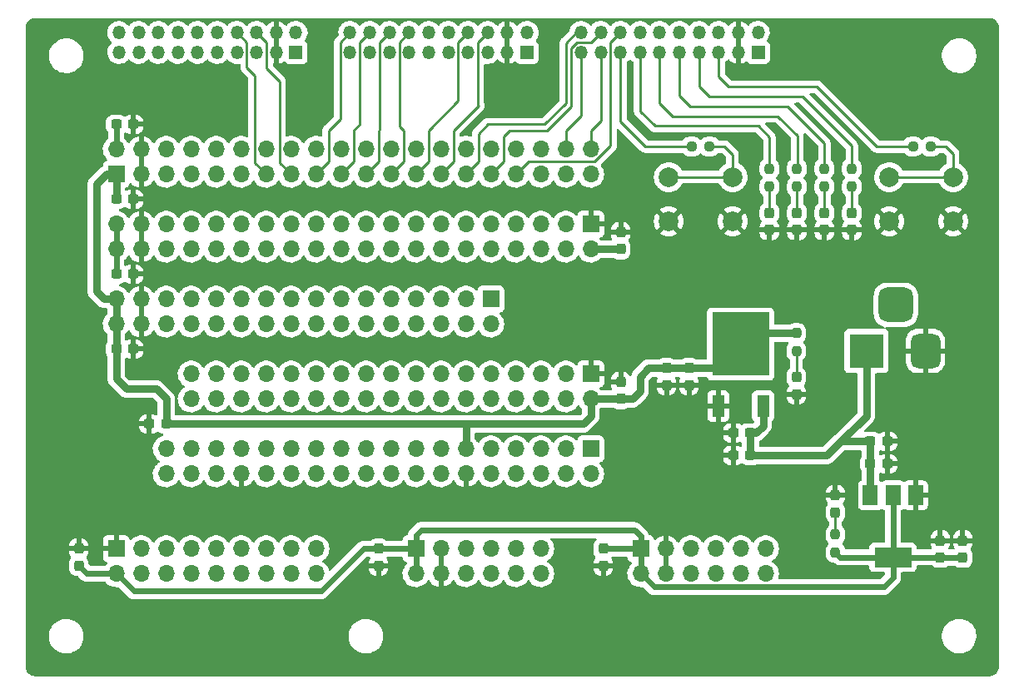
<source format=gtl>
G04 #@! TF.GenerationSoftware,KiCad,Pcbnew,6.0.9-8da3e8f707~116~ubuntu20.04.1*
G04 #@! TF.CreationDate,2022-12-16T15:25:18+01:00*
G04 #@! TF.ProjectId,ebaz_adaptor,6562617a-5f61-4646-9170-746f722e6b69,rev?*
G04 #@! TF.SameCoordinates,Original*
G04 #@! TF.FileFunction,Copper,L1,Top*
G04 #@! TF.FilePolarity,Positive*
%FSLAX46Y46*%
G04 Gerber Fmt 4.6, Leading zero omitted, Abs format (unit mm)*
G04 Created by KiCad (PCBNEW 6.0.9-8da3e8f707~116~ubuntu20.04.1) date 2022-12-16 15:25:18*
%MOMM*%
%LPD*%
G01*
G04 APERTURE LIST*
G04 Aperture macros list*
%AMRoundRect*
0 Rectangle with rounded corners*
0 $1 Rounding radius*
0 $2 $3 $4 $5 $6 $7 $8 $9 X,Y pos of 4 corners*
0 Add a 4 corners polygon primitive as box body*
4,1,4,$2,$3,$4,$5,$6,$7,$8,$9,$2,$3,0*
0 Add four circle primitives for the rounded corners*
1,1,$1+$1,$2,$3*
1,1,$1+$1,$4,$5*
1,1,$1+$1,$6,$7*
1,1,$1+$1,$8,$9*
0 Add four rect primitives between the rounded corners*
20,1,$1+$1,$2,$3,$4,$5,0*
20,1,$1+$1,$4,$5,$6,$7,0*
20,1,$1+$1,$6,$7,$8,$9,0*
20,1,$1+$1,$8,$9,$2,$3,0*%
G04 Aperture macros list end*
G04 #@! TA.AperFunction,SMDPad,CuDef*
%ADD10RoundRect,0.237500X-0.300000X-0.237500X0.300000X-0.237500X0.300000X0.237500X-0.300000X0.237500X0*%
G04 #@! TD*
G04 #@! TA.AperFunction,SMDPad,CuDef*
%ADD11RoundRect,0.237500X-0.237500X0.300000X-0.237500X-0.300000X0.237500X-0.300000X0.237500X0.300000X0*%
G04 #@! TD*
G04 #@! TA.AperFunction,SMDPad,CuDef*
%ADD12RoundRect,0.237500X0.237500X-0.287500X0.237500X0.287500X-0.237500X0.287500X-0.237500X-0.287500X0*%
G04 #@! TD*
G04 #@! TA.AperFunction,ComponentPad*
%ADD13R,1.700000X1.700000*%
G04 #@! TD*
G04 #@! TA.AperFunction,ComponentPad*
%ADD14O,1.700000X1.700000*%
G04 #@! TD*
G04 #@! TA.AperFunction,SMDPad,CuDef*
%ADD15RoundRect,0.237500X-0.237500X0.250000X-0.237500X-0.250000X0.237500X-0.250000X0.237500X0.250000X0*%
G04 #@! TD*
G04 #@! TA.AperFunction,ComponentPad*
%ADD16R,3.500000X3.500000*%
G04 #@! TD*
G04 #@! TA.AperFunction,ComponentPad*
%ADD17RoundRect,0.750000X0.750000X1.000000X-0.750000X1.000000X-0.750000X-1.000000X0.750000X-1.000000X0*%
G04 #@! TD*
G04 #@! TA.AperFunction,ComponentPad*
%ADD18RoundRect,0.875000X0.875000X0.875000X-0.875000X0.875000X-0.875000X-0.875000X0.875000X-0.875000X0*%
G04 #@! TD*
G04 #@! TA.AperFunction,ComponentPad*
%ADD19R,1.350000X1.350000*%
G04 #@! TD*
G04 #@! TA.AperFunction,ComponentPad*
%ADD20O,1.350000X1.350000*%
G04 #@! TD*
G04 #@! TA.AperFunction,SMDPad,CuDef*
%ADD21RoundRect,0.237500X0.300000X0.237500X-0.300000X0.237500X-0.300000X-0.237500X0.300000X-0.237500X0*%
G04 #@! TD*
G04 #@! TA.AperFunction,ComponentPad*
%ADD22C,2.000000*%
G04 #@! TD*
G04 #@! TA.AperFunction,SMDPad,CuDef*
%ADD23RoundRect,0.237500X-0.250000X-0.237500X0.250000X-0.237500X0.250000X0.237500X-0.250000X0.237500X0*%
G04 #@! TD*
G04 #@! TA.AperFunction,SMDPad,CuDef*
%ADD24RoundRect,0.237500X0.237500X-0.300000X0.237500X0.300000X-0.237500X0.300000X-0.237500X-0.300000X0*%
G04 #@! TD*
G04 #@! TA.AperFunction,SMDPad,CuDef*
%ADD25RoundRect,0.237500X-0.237500X0.287500X-0.237500X-0.287500X0.237500X-0.287500X0.237500X0.287500X0*%
G04 #@! TD*
G04 #@! TA.AperFunction,SMDPad,CuDef*
%ADD26R,1.500000X2.000000*%
G04 #@! TD*
G04 #@! TA.AperFunction,SMDPad,CuDef*
%ADD27R,3.800000X2.000000*%
G04 #@! TD*
G04 #@! TA.AperFunction,SMDPad,CuDef*
%ADD28RoundRect,0.237500X0.237500X-0.250000X0.237500X0.250000X-0.237500X0.250000X-0.237500X-0.250000X0*%
G04 #@! TD*
G04 #@! TA.AperFunction,SMDPad,CuDef*
%ADD29R,1.200000X2.200000*%
G04 #@! TD*
G04 #@! TA.AperFunction,SMDPad,CuDef*
%ADD30R,5.800000X6.400000*%
G04 #@! TD*
G04 #@! TA.AperFunction,Conductor*
%ADD31C,0.750000*%
G04 #@! TD*
G04 #@! TA.AperFunction,Conductor*
%ADD32C,0.600000*%
G04 #@! TD*
G04 #@! TA.AperFunction,Conductor*
%ADD33C,0.250000*%
G04 #@! TD*
G04 APERTURE END LIST*
D10*
X45720000Y-53340000D03*
X47445000Y-53340000D03*
X45720000Y-60960000D03*
X47445000Y-60960000D03*
D11*
X103968000Y-78130000D03*
X103968000Y-79855000D03*
X95250000Y-96520000D03*
X95250000Y-98245000D03*
D12*
X114890000Y-80806500D03*
X114890000Y-79056500D03*
D10*
X122414000Y-85598000D03*
X124139000Y-85598000D03*
X122414000Y-87884000D03*
X124139000Y-87884000D03*
D13*
X93980000Y-63500000D03*
D14*
X93980000Y-66040000D03*
X91440000Y-63500000D03*
X91440000Y-66040000D03*
X88900000Y-63500000D03*
X88900000Y-66040000D03*
X86360000Y-63500000D03*
X86360000Y-66040000D03*
X83820000Y-63500000D03*
X83820000Y-66040000D03*
X81280000Y-63500000D03*
X81280000Y-66040000D03*
X78740000Y-63500000D03*
X78740000Y-66040000D03*
X76200000Y-63500000D03*
X76200000Y-66040000D03*
X73660000Y-63500000D03*
X73660000Y-66040000D03*
X71120000Y-63500000D03*
X71120000Y-66040000D03*
X68580000Y-63500000D03*
X68580000Y-66040000D03*
X66040000Y-63500000D03*
X66040000Y-66040000D03*
X63500000Y-63500000D03*
X63500000Y-66040000D03*
X60960000Y-63500000D03*
X60960000Y-66040000D03*
X58420000Y-63500000D03*
X58420000Y-66040000D03*
X55880000Y-63500000D03*
X55880000Y-66040000D03*
X53340000Y-63500000D03*
X53340000Y-66040000D03*
X50800000Y-63500000D03*
X50800000Y-66040000D03*
X48260000Y-63500000D03*
X48260000Y-66040000D03*
X45720000Y-63500000D03*
X45720000Y-66040000D03*
D15*
X120523000Y-59677500D03*
X120523000Y-57852500D03*
D16*
X122016000Y-76395500D03*
D17*
X128016000Y-76395500D03*
D18*
X125016000Y-71695500D03*
D19*
X64000000Y-46000000D03*
D20*
X64000000Y-44000000D03*
X62000000Y-46000000D03*
X62000000Y-44000000D03*
X60000000Y-46000000D03*
X60000000Y-44000000D03*
X58000000Y-46000000D03*
X58000000Y-44000000D03*
X56000000Y-46000000D03*
X56000000Y-44000000D03*
X54000000Y-46000000D03*
X54000000Y-44000000D03*
X52000000Y-46000000D03*
X52000000Y-44000000D03*
X50000000Y-46000000D03*
X50000000Y-44000000D03*
X48000000Y-46000000D03*
X48000000Y-44000000D03*
X46000000Y-46000000D03*
X46000000Y-44000000D03*
D10*
X45720000Y-68580000D03*
X47445000Y-68580000D03*
D15*
X114935000Y-59677500D03*
X114935000Y-57852500D03*
D21*
X50800000Y-83820000D03*
X49075000Y-83820000D03*
D22*
X124333000Y-63210000D03*
X130833000Y-63210000D03*
X130833000Y-58710000D03*
X124333000Y-58710000D03*
D13*
X99060000Y-96520000D03*
D14*
X99060000Y-99060000D03*
X101600000Y-96520000D03*
X101600000Y-99060000D03*
X104140000Y-96520000D03*
X104140000Y-99060000D03*
X106680000Y-96520000D03*
X106680000Y-99060000D03*
X109220000Y-96520000D03*
X109220000Y-99060000D03*
X111760000Y-96520000D03*
X111760000Y-99060000D03*
D13*
X83820000Y-71120000D03*
D14*
X83820000Y-73660000D03*
X81280000Y-71120000D03*
X81280000Y-73660000D03*
X78740000Y-71120000D03*
X78740000Y-73660000D03*
X76200000Y-71120000D03*
X76200000Y-73660000D03*
X73660000Y-71120000D03*
X73660000Y-73660000D03*
X71120000Y-71120000D03*
X71120000Y-73660000D03*
X68580000Y-71120000D03*
X68580000Y-73660000D03*
X66040000Y-71120000D03*
X66040000Y-73660000D03*
X63500000Y-71120000D03*
X63500000Y-73660000D03*
X60960000Y-71120000D03*
X60960000Y-73660000D03*
X58420000Y-71120000D03*
X58420000Y-73660000D03*
X55880000Y-71120000D03*
X55880000Y-73660000D03*
X53340000Y-71120000D03*
X53340000Y-73660000D03*
X50800000Y-71120000D03*
X50800000Y-73660000D03*
X48260000Y-71120000D03*
X48260000Y-73660000D03*
X45720000Y-71120000D03*
X45720000Y-73660000D03*
D12*
X114935000Y-62335000D03*
X114935000Y-64085000D03*
D11*
X101682000Y-78130000D03*
X101682000Y-79855000D03*
D23*
X106068500Y-55590000D03*
X104243500Y-55590000D03*
D15*
X114890000Y-74574000D03*
X114890000Y-76399000D03*
D23*
X128570500Y-55590000D03*
X126745500Y-55590000D03*
D13*
X45720000Y-58420000D03*
D14*
X45720000Y-55880000D03*
X48260000Y-58420000D03*
X48260000Y-55880000D03*
X50800000Y-58420000D03*
X50800000Y-55880000D03*
X53340000Y-58420000D03*
X53340000Y-55880000D03*
X55880000Y-58420000D03*
X55880000Y-55880000D03*
X58420000Y-58420000D03*
X58420000Y-55880000D03*
X60960000Y-58420000D03*
X60960000Y-55880000D03*
X63500000Y-58420000D03*
X63500000Y-55880000D03*
X66040000Y-58420000D03*
X66040000Y-55880000D03*
X68580000Y-58420000D03*
X68580000Y-55880000D03*
X71120000Y-58420000D03*
X71120000Y-55880000D03*
X73660000Y-58420000D03*
X73660000Y-55880000D03*
X76200000Y-58420000D03*
X76200000Y-55880000D03*
X78740000Y-58420000D03*
X78740000Y-55880000D03*
X81280000Y-58420000D03*
X81280000Y-55880000D03*
X83820000Y-58420000D03*
X83820000Y-55880000D03*
X86360000Y-58420000D03*
X86360000Y-55880000D03*
X88900000Y-58420000D03*
X88900000Y-55880000D03*
X91440000Y-58420000D03*
X91440000Y-55880000D03*
X93980000Y-58420000D03*
X93980000Y-55880000D03*
D22*
X108406000Y-63210000D03*
X101906000Y-63210000D03*
X108406000Y-58710000D03*
X101906000Y-58710000D03*
D24*
X41910000Y-98245000D03*
X41910000Y-96520000D03*
D13*
X93980000Y-78740000D03*
D14*
X93980000Y-81280000D03*
X91440000Y-78740000D03*
X91440000Y-81280000D03*
X88900000Y-78740000D03*
X88900000Y-81280000D03*
X86360000Y-78740000D03*
X86360000Y-81280000D03*
X83820000Y-78740000D03*
X83820000Y-81280000D03*
X81280000Y-78740000D03*
X81280000Y-81280000D03*
X78740000Y-78740000D03*
X78740000Y-81280000D03*
X76200000Y-78740000D03*
X76200000Y-81280000D03*
X73660000Y-78740000D03*
X73660000Y-81280000D03*
X71120000Y-78740000D03*
X71120000Y-81280000D03*
X68580000Y-78740000D03*
X68580000Y-81280000D03*
X66040000Y-78740000D03*
X66040000Y-81280000D03*
X63500000Y-78740000D03*
X63500000Y-81280000D03*
X60960000Y-78740000D03*
X60960000Y-81280000D03*
X58420000Y-78740000D03*
X58420000Y-81280000D03*
X55880000Y-78740000D03*
X55880000Y-81280000D03*
X53340000Y-78740000D03*
X53340000Y-81280000D03*
D24*
X131812000Y-97409000D03*
X131812000Y-95684000D03*
D13*
X45720000Y-96520000D03*
D14*
X45720000Y-99060000D03*
X48260000Y-96520000D03*
X48260000Y-99060000D03*
X50800000Y-96520000D03*
X50800000Y-99060000D03*
X53340000Y-96520000D03*
X53340000Y-99060000D03*
X55880000Y-96520000D03*
X55880000Y-99060000D03*
X58420000Y-96520000D03*
X58420000Y-99060000D03*
X60960000Y-96520000D03*
X60960000Y-99060000D03*
X63500000Y-96520000D03*
X63500000Y-99060000D03*
X66040000Y-96520000D03*
X66040000Y-99060000D03*
D15*
X117729000Y-59677500D03*
X117729000Y-57852500D03*
D21*
X110208500Y-87019000D03*
X108483500Y-87019000D03*
D13*
X76200000Y-96520000D03*
D14*
X76200000Y-99060000D03*
X78740000Y-96520000D03*
X78740000Y-99060000D03*
X81280000Y-96520000D03*
X81280000Y-99060000D03*
X83820000Y-96520000D03*
X83820000Y-99060000D03*
X86360000Y-96520000D03*
X86360000Y-99060000D03*
X88900000Y-96520000D03*
X88900000Y-99060000D03*
D15*
X112141000Y-59677500D03*
X112141000Y-57852500D03*
D25*
X118858000Y-91059000D03*
X118858000Y-92809000D03*
D24*
X97028000Y-81280000D03*
X97028000Y-79555000D03*
D11*
X72390000Y-96520000D03*
X72390000Y-98245000D03*
D12*
X112141000Y-62335000D03*
X112141000Y-64085000D03*
D24*
X129526000Y-97409000D03*
X129526000Y-95684000D03*
D12*
X117729000Y-62335000D03*
X117729000Y-64085000D03*
D26*
X127014000Y-91084000D03*
X124714000Y-91084000D03*
D27*
X124714000Y-97384000D03*
D26*
X122414000Y-91084000D03*
D12*
X120523000Y-62335000D03*
X120523000Y-64085000D03*
D19*
X111000000Y-46000000D03*
D20*
X111000000Y-44000000D03*
X109000000Y-46000000D03*
X109000000Y-44000000D03*
X107000000Y-46000000D03*
X107000000Y-44000000D03*
X105000000Y-46000000D03*
X105000000Y-44000000D03*
X103000000Y-46000000D03*
X103000000Y-44000000D03*
X101000000Y-46000000D03*
X101000000Y-44000000D03*
X99000000Y-46000000D03*
X99000000Y-44000000D03*
X97000000Y-46000000D03*
X97000000Y-44000000D03*
X95000000Y-46000000D03*
X95000000Y-44000000D03*
X93000000Y-46000000D03*
X93000000Y-44000000D03*
D19*
X87500000Y-46000000D03*
D20*
X87500000Y-44000000D03*
X85500000Y-46000000D03*
X85500000Y-44000000D03*
X83500000Y-46000000D03*
X83500000Y-44000000D03*
X81500000Y-46000000D03*
X81500000Y-44000000D03*
X79500000Y-46000000D03*
X79500000Y-44000000D03*
X77500000Y-46000000D03*
X77500000Y-44000000D03*
X75500000Y-46000000D03*
X75500000Y-44000000D03*
X73500000Y-46000000D03*
X73500000Y-44000000D03*
X71500000Y-46000000D03*
X71500000Y-44000000D03*
X69500000Y-46000000D03*
X69500000Y-44000000D03*
D24*
X97028000Y-66040000D03*
X97028000Y-64315000D03*
D21*
X110208500Y-84733000D03*
X108483500Y-84733000D03*
D13*
X93980000Y-86360000D03*
D14*
X93980000Y-88900000D03*
X91440000Y-86360000D03*
X91440000Y-88900000D03*
X88900000Y-86360000D03*
X88900000Y-88900000D03*
X86360000Y-86360000D03*
X86360000Y-88900000D03*
X83820000Y-86360000D03*
X83820000Y-88900000D03*
X81280000Y-86360000D03*
X81280000Y-88900000D03*
X78740000Y-86360000D03*
X78740000Y-88900000D03*
X76200000Y-86360000D03*
X76200000Y-88900000D03*
X73660000Y-86360000D03*
X73660000Y-88900000D03*
X71120000Y-86360000D03*
X71120000Y-88900000D03*
X68580000Y-86360000D03*
X68580000Y-88900000D03*
X66040000Y-86360000D03*
X66040000Y-88900000D03*
X63500000Y-86360000D03*
X63500000Y-88900000D03*
X60960000Y-86360000D03*
X60960000Y-88900000D03*
X58420000Y-86360000D03*
X58420000Y-88900000D03*
X55880000Y-86360000D03*
X55880000Y-88900000D03*
X53340000Y-86360000D03*
X53340000Y-88900000D03*
X50800000Y-86360000D03*
X50800000Y-88900000D03*
D28*
X118858000Y-96901000D03*
X118858000Y-95076000D03*
D29*
X106940000Y-81992000D03*
D30*
X109220000Y-75692000D03*
D29*
X111500000Y-81992000D03*
D10*
X45720000Y-76200000D03*
X47445000Y-76200000D03*
D31*
X111500000Y-84000000D02*
X111500000Y-81992000D01*
X122414000Y-85598000D02*
X122414000Y-87884000D01*
X122414000Y-87884000D02*
X122414000Y-91084000D01*
X122016000Y-82984000D02*
X122016000Y-76395500D01*
X117981000Y-87019000D02*
X119402000Y-85598000D01*
X110767000Y-84733000D02*
X111500000Y-84000000D01*
X110208500Y-84733000D02*
X110767000Y-84733000D01*
X119402000Y-85598000D02*
X122414000Y-85598000D01*
X110208500Y-87019000D02*
X117981000Y-87019000D01*
X110208500Y-87019000D02*
X110208500Y-84733000D01*
X119402000Y-85598000D02*
X122016000Y-82984000D01*
X50800000Y-83820000D02*
X50800000Y-81280000D01*
X99000000Y-79000000D02*
X99870000Y-78130000D01*
X93980000Y-66040000D02*
X97028000Y-66040000D01*
X45720000Y-71120000D02*
X45720000Y-73660000D01*
X45720000Y-73660000D02*
X45720000Y-76200000D01*
X44450000Y-71120000D02*
X45720000Y-71120000D01*
X103968000Y-78130000D02*
X106782000Y-78130000D01*
X93980000Y-83058000D02*
X93980000Y-81280000D01*
X99870000Y-78130000D02*
X101682000Y-78130000D01*
X93218000Y-83820000D02*
X93980000Y-83058000D01*
X43688000Y-59436000D02*
X43688000Y-70358000D01*
X97028000Y-81280000D02*
X98220000Y-81280000D01*
X114890000Y-74574000D02*
X110338000Y-74574000D01*
X98220000Y-81280000D02*
X99000000Y-80500000D01*
X93980000Y-81280000D02*
X97028000Y-81280000D01*
X44704000Y-58420000D02*
X43688000Y-59436000D01*
X45720000Y-58420000D02*
X44704000Y-58420000D01*
X45720000Y-58420000D02*
X45720000Y-60960000D01*
X106782000Y-78130000D02*
X109220000Y-75692000D01*
X50800000Y-81280000D02*
X49784000Y-80264000D01*
X49784000Y-80264000D02*
X46736000Y-80264000D01*
X43688000Y-70358000D02*
X44450000Y-71120000D01*
X50800000Y-83820000D02*
X81280000Y-83820000D01*
X81280000Y-83820000D02*
X93218000Y-83820000D01*
X101682000Y-78130000D02*
X103968000Y-78130000D01*
X45720000Y-79248000D02*
X45720000Y-76200000D01*
X81280000Y-86360000D02*
X81280000Y-83820000D01*
X110338000Y-74574000D02*
X109220000Y-75692000D01*
X99000000Y-80500000D02*
X99000000Y-79000000D01*
X46736000Y-80264000D02*
X45720000Y-79248000D01*
D32*
X124714000Y-97384000D02*
X119341000Y-97384000D01*
X99060000Y-96520000D02*
X99060000Y-95250000D01*
X76200000Y-96520000D02*
X72390000Y-96520000D01*
X99060000Y-95250000D02*
X98425000Y-94615000D01*
X45720000Y-63500000D02*
X45720000Y-66040000D01*
X98425000Y-94615000D02*
X76708000Y-94615000D01*
X124714000Y-91084000D02*
X124714000Y-97384000D01*
X45720000Y-66040000D02*
X45720000Y-68580000D01*
X124714000Y-99474000D02*
X123778000Y-100410000D01*
X42725000Y-99060000D02*
X41910000Y-98245000D01*
X100410000Y-100410000D02*
X123778000Y-100410000D01*
X119341000Y-97384000D02*
X118858000Y-96901000D01*
X45720000Y-53340000D02*
X45720000Y-55880000D01*
X99060000Y-96520000D02*
X95250000Y-96520000D01*
X129526000Y-97409000D02*
X131812000Y-97409000D01*
X124714000Y-97384000D02*
X124714000Y-99474000D01*
X99060000Y-99060000D02*
X99060000Y-96520000D01*
X76200000Y-95123000D02*
X76200000Y-96520000D01*
X66548000Y-100838000D02*
X47498000Y-100838000D01*
X124714000Y-97384000D02*
X129501000Y-97384000D01*
X129501000Y-97384000D02*
X129526000Y-97409000D01*
X72390000Y-96520000D02*
X70866000Y-96520000D01*
X47498000Y-100838000D02*
X45720000Y-99060000D01*
X70866000Y-96520000D02*
X66548000Y-100838000D01*
X76200000Y-99060000D02*
X76200000Y-96520000D01*
X76708000Y-94615000D02*
X76200000Y-95123000D01*
X45720000Y-99060000D02*
X42725000Y-99060000D01*
X99060000Y-99060000D02*
X100410000Y-100410000D01*
D33*
X112141000Y-59677500D02*
X112141000Y-62335000D01*
X114935000Y-59677500D02*
X114935000Y-62335000D01*
X107000000Y-48500000D02*
X107000000Y-46000000D01*
X108000000Y-49500000D02*
X107000000Y-48500000D01*
X126745500Y-55590000D02*
X123090000Y-55590000D01*
X117000000Y-49500000D02*
X108000000Y-49500000D01*
X123090000Y-55590000D02*
X117000000Y-49500000D01*
X105000000Y-46000000D02*
X105000000Y-49500000D01*
X120523000Y-55523000D02*
X120523000Y-57852500D01*
X115500000Y-50500000D02*
X120523000Y-55523000D01*
X105000000Y-49500000D02*
X106000000Y-50500000D01*
X106000000Y-50500000D02*
X115500000Y-50500000D01*
X104078000Y-51500000D02*
X114000000Y-51500000D01*
X114000000Y-51500000D02*
X117729000Y-55229000D01*
X103000000Y-50422000D02*
X104078000Y-51500000D01*
X103000000Y-46000000D02*
X103000000Y-50422000D01*
X117729000Y-55229000D02*
X117729000Y-57852500D01*
X101000000Y-51216000D02*
X101000000Y-46000000D01*
X115000000Y-57787500D02*
X115000000Y-54500000D01*
X102284000Y-52500000D02*
X101000000Y-51216000D01*
X114935000Y-57852500D02*
X115000000Y-57787500D01*
X113000000Y-52500000D02*
X102284000Y-52500000D01*
X115000000Y-54500000D02*
X113000000Y-52500000D01*
X99000000Y-46000000D02*
X99000000Y-52000000D01*
X100500000Y-53500000D02*
X111000000Y-53500000D01*
X111000000Y-53500000D02*
X112141000Y-54641000D01*
X112141000Y-54641000D02*
X112141000Y-57852500D01*
X99000000Y-52000000D02*
X100500000Y-53500000D01*
X97000000Y-53058000D02*
X97000000Y-46000000D01*
X104243500Y-55590000D02*
X99532000Y-55590000D01*
X99532000Y-55590000D02*
X97000000Y-53058000D01*
X96000000Y-45000000D02*
X96000000Y-55521701D01*
X96000000Y-55521701D02*
X94371701Y-57150000D01*
X94371701Y-57150000D02*
X87630000Y-57150000D01*
X87630000Y-57150000D02*
X86360000Y-58420000D01*
X97000000Y-44000000D02*
X96000000Y-45000000D01*
X93980000Y-55880000D02*
X93980000Y-53975000D01*
X93980000Y-53975000D02*
X95000000Y-52955000D01*
X95000000Y-52955000D02*
X95000000Y-46000000D01*
X85090000Y-57150000D02*
X83820000Y-58420000D01*
X92000000Y-45585786D02*
X92000000Y-48970000D01*
X92585786Y-45000000D02*
X92000000Y-45585786D01*
X85090000Y-54610000D02*
X85090000Y-57150000D01*
X92000000Y-48970000D02*
X92000000Y-51511396D01*
X92000000Y-51511396D02*
X89536396Y-53975000D01*
X85725000Y-53975000D02*
X85090000Y-54610000D01*
X94000000Y-45000000D02*
X92585786Y-45000000D01*
X89536396Y-53975000D02*
X85725000Y-53975000D01*
X95000000Y-44000000D02*
X94000000Y-45000000D01*
X93000000Y-52415000D02*
X93000000Y-46000000D01*
X91440000Y-55880000D02*
X91440000Y-53975000D01*
X91440000Y-53975000D02*
X93000000Y-52415000D01*
X91440000Y-51181000D02*
X91440000Y-45085000D01*
X92525000Y-44000000D02*
X93000000Y-44000000D01*
X82550000Y-55245000D02*
X82550000Y-54292500D01*
X82550000Y-54292500D02*
X83502500Y-53340000D01*
X91440000Y-45085000D02*
X92525000Y-44000000D01*
X82550000Y-55245000D02*
X82550000Y-57150000D01*
X83502500Y-53340000D02*
X89281000Y-53340000D01*
X82550000Y-54450000D02*
X82550000Y-55245000D01*
X82550000Y-57150000D02*
X81280000Y-58420000D01*
X89281000Y-53340000D02*
X91440000Y-51181000D01*
X82500000Y-45000000D02*
X83500000Y-44000000D01*
X78740000Y-58420000D02*
X80010000Y-57150000D01*
X80010000Y-57150000D02*
X80010000Y-53975000D01*
X80010000Y-53975000D02*
X82550000Y-51435000D01*
X82550000Y-51435000D02*
X82500000Y-51385000D01*
X82500000Y-51385000D02*
X82500000Y-45000000D01*
X80500000Y-45000000D02*
X81500000Y-44000000D01*
X76200000Y-58420000D02*
X77470000Y-57150000D01*
X77470000Y-57150000D02*
X77470000Y-53975000D01*
X77470000Y-53975000D02*
X80500000Y-50945000D01*
X80500000Y-50945000D02*
X80500000Y-45000000D01*
X74500000Y-53545000D02*
X74500000Y-45000000D01*
X74930000Y-57150000D02*
X74930000Y-53975000D01*
X73660000Y-58420000D02*
X74930000Y-57150000D01*
X74930000Y-53975000D02*
X74500000Y-53545000D01*
X74500000Y-45000000D02*
X75500000Y-44000000D01*
X72500000Y-45000000D02*
X73500000Y-44000000D01*
X72500000Y-53865000D02*
X72500000Y-45000000D01*
X72390000Y-57150000D02*
X72390000Y-53975000D01*
X72390000Y-53975000D02*
X72500000Y-53865000D01*
X71120000Y-58420000D02*
X72390000Y-57150000D01*
X69850000Y-57150000D02*
X69850000Y-53975000D01*
X70500000Y-45000000D02*
X71500000Y-44000000D01*
X69850000Y-53975000D02*
X70500000Y-53325000D01*
X68580000Y-58420000D02*
X69850000Y-57150000D01*
X70500000Y-53325000D02*
X70500000Y-45000000D01*
X67310000Y-57150000D02*
X67310000Y-53975000D01*
X67310000Y-53975000D02*
X68500000Y-52785000D01*
X68500000Y-52785000D02*
X68500000Y-45000000D01*
X68500000Y-45000000D02*
X69500000Y-44000000D01*
X66040000Y-58420000D02*
X67310000Y-57150000D01*
X61000000Y-45000000D02*
X61000000Y-47665000D01*
X62325000Y-57245000D02*
X63500000Y-58420000D01*
X62325000Y-48990000D02*
X62325000Y-57245000D01*
X60000000Y-44000000D02*
X61000000Y-45000000D01*
X61000000Y-47665000D02*
X62325000Y-48990000D01*
X59785000Y-48355000D02*
X59785000Y-57245000D01*
X59000000Y-47570000D02*
X59785000Y-48355000D01*
X58000000Y-44000000D02*
X59000000Y-45000000D01*
X59785000Y-57245000D02*
X60960000Y-58420000D01*
X59000000Y-45000000D02*
X59000000Y-47570000D01*
X117729000Y-59677500D02*
X117729000Y-62335000D01*
X108406000Y-58710000D02*
X101906000Y-58710000D01*
X108406000Y-58710000D02*
X108406000Y-56406000D01*
X108406000Y-56406000D02*
X107590000Y-55590000D01*
X107590000Y-55590000D02*
X106068500Y-55590000D01*
X120523000Y-59677500D02*
X120523000Y-62335000D01*
X114890000Y-76399000D02*
X114890000Y-79056500D01*
X118858000Y-95076000D02*
X118858000Y-92809000D01*
X130833000Y-58710000D02*
X130833000Y-56333000D01*
X124333000Y-58710000D02*
X130833000Y-58710000D01*
X130833000Y-56333000D02*
X130090000Y-55590000D01*
X130090000Y-55590000D02*
X128570500Y-55590000D01*
G04 #@! TA.AperFunction,Conductor*
G36*
X134470018Y-42510000D02*
G01*
X134484851Y-42512310D01*
X134484855Y-42512310D01*
X134493724Y-42513691D01*
X134506397Y-42512034D01*
X134533707Y-42511449D01*
X134661194Y-42522603D01*
X134682817Y-42526415D01*
X134828466Y-42565442D01*
X134849104Y-42572954D01*
X134985760Y-42636678D01*
X135004780Y-42647660D01*
X135128297Y-42734147D01*
X135145122Y-42748265D01*
X135251735Y-42854878D01*
X135265853Y-42871703D01*
X135352340Y-42995220D01*
X135363322Y-43014240D01*
X135427046Y-43150896D01*
X135434557Y-43171534D01*
X135473583Y-43317178D01*
X135477397Y-43338806D01*
X135479056Y-43357767D01*
X135487947Y-43459393D01*
X135487393Y-43475871D01*
X135487800Y-43475876D01*
X135487690Y-43484853D01*
X135486309Y-43493724D01*
X135487473Y-43502626D01*
X135487473Y-43502628D01*
X135490436Y-43525283D01*
X135491500Y-43541621D01*
X135491500Y-108450633D01*
X135490000Y-108470018D01*
X135487690Y-108484851D01*
X135487690Y-108484855D01*
X135486309Y-108493724D01*
X135487966Y-108506397D01*
X135488551Y-108533707D01*
X135477398Y-108661191D01*
X135473585Y-108682817D01*
X135452174Y-108762724D01*
X135434558Y-108828466D01*
X135427046Y-108849104D01*
X135363322Y-108985760D01*
X135352340Y-109004780D01*
X135265853Y-109128297D01*
X135251735Y-109145122D01*
X135145122Y-109251735D01*
X135128297Y-109265853D01*
X135004780Y-109352340D01*
X134985760Y-109363322D01*
X134849104Y-109427046D01*
X134828466Y-109434557D01*
X134682822Y-109473583D01*
X134661194Y-109477397D01*
X134604659Y-109482344D01*
X134540607Y-109487947D01*
X134524129Y-109487393D01*
X134524124Y-109487800D01*
X134515147Y-109487690D01*
X134506276Y-109486309D01*
X134497374Y-109487473D01*
X134497372Y-109487473D01*
X134483548Y-109489281D01*
X134474714Y-109490436D01*
X134458379Y-109491500D01*
X37549367Y-109491500D01*
X37529982Y-109490000D01*
X37515149Y-109487690D01*
X37515145Y-109487690D01*
X37506276Y-109486309D01*
X37493603Y-109487966D01*
X37466293Y-109488551D01*
X37338806Y-109477397D01*
X37317183Y-109473585D01*
X37171531Y-109434557D01*
X37150896Y-109427046D01*
X37014240Y-109363322D01*
X36995220Y-109352340D01*
X36871703Y-109265853D01*
X36854878Y-109251735D01*
X36748265Y-109145122D01*
X36734147Y-109128297D01*
X36647660Y-109004780D01*
X36636678Y-108985760D01*
X36572954Y-108849104D01*
X36565443Y-108828466D01*
X36526417Y-108682822D01*
X36522602Y-108661191D01*
X36512349Y-108543993D01*
X36512374Y-108521758D01*
X36512770Y-108517344D01*
X36513576Y-108512552D01*
X36513729Y-108500000D01*
X36509773Y-108472376D01*
X36508500Y-108454514D01*
X36508500Y-105517655D01*
X38879858Y-105517655D01*
X38915104Y-105776638D01*
X38916412Y-105781124D01*
X38916412Y-105781126D01*
X38936098Y-105848664D01*
X38988243Y-106027567D01*
X39097668Y-106264928D01*
X39100231Y-106268837D01*
X39238410Y-106479596D01*
X39238414Y-106479601D01*
X39240976Y-106483509D01*
X39415018Y-106678506D01*
X39615970Y-106845637D01*
X39619973Y-106848066D01*
X39835422Y-106978804D01*
X39835426Y-106978806D01*
X39839419Y-106981229D01*
X40080455Y-107082303D01*
X40333783Y-107146641D01*
X40338434Y-107147109D01*
X40338438Y-107147110D01*
X40531308Y-107166531D01*
X40550867Y-107168500D01*
X40706354Y-107168500D01*
X40708679Y-107168327D01*
X40708685Y-107168327D01*
X40896000Y-107154407D01*
X40896004Y-107154406D01*
X40900652Y-107154061D01*
X40905200Y-107153032D01*
X40905206Y-107153031D01*
X41091601Y-107110853D01*
X41155577Y-107096377D01*
X41191769Y-107082303D01*
X41394824Y-107003340D01*
X41394827Y-107003339D01*
X41399177Y-107001647D01*
X41626098Y-106871951D01*
X41831357Y-106710138D01*
X42010443Y-106519763D01*
X42159424Y-106305009D01*
X42275025Y-106070593D01*
X42354707Y-105821665D01*
X42396721Y-105563693D01*
X42397324Y-105517655D01*
X69359858Y-105517655D01*
X69395104Y-105776638D01*
X69396412Y-105781124D01*
X69396412Y-105781126D01*
X69416098Y-105848664D01*
X69468243Y-106027567D01*
X69577668Y-106264928D01*
X69580231Y-106268837D01*
X69718410Y-106479596D01*
X69718414Y-106479601D01*
X69720976Y-106483509D01*
X69895018Y-106678506D01*
X70095970Y-106845637D01*
X70099973Y-106848066D01*
X70315422Y-106978804D01*
X70315426Y-106978806D01*
X70319419Y-106981229D01*
X70560455Y-107082303D01*
X70813783Y-107146641D01*
X70818434Y-107147109D01*
X70818438Y-107147110D01*
X71011308Y-107166531D01*
X71030867Y-107168500D01*
X71186354Y-107168500D01*
X71188679Y-107168327D01*
X71188685Y-107168327D01*
X71376000Y-107154407D01*
X71376004Y-107154406D01*
X71380652Y-107154061D01*
X71385200Y-107153032D01*
X71385206Y-107153031D01*
X71571601Y-107110853D01*
X71635577Y-107096377D01*
X71671769Y-107082303D01*
X71874824Y-107003340D01*
X71874827Y-107003339D01*
X71879177Y-107001647D01*
X72106098Y-106871951D01*
X72311357Y-106710138D01*
X72490443Y-106519763D01*
X72639424Y-106305009D01*
X72755025Y-106070593D01*
X72834707Y-105821665D01*
X72876721Y-105563693D01*
X72877324Y-105517655D01*
X129684858Y-105517655D01*
X129720104Y-105776638D01*
X129721412Y-105781124D01*
X129721412Y-105781126D01*
X129741098Y-105848664D01*
X129793243Y-106027567D01*
X129902668Y-106264928D01*
X129905231Y-106268837D01*
X130043410Y-106479596D01*
X130043414Y-106479601D01*
X130045976Y-106483509D01*
X130220018Y-106678506D01*
X130420970Y-106845637D01*
X130424973Y-106848066D01*
X130640422Y-106978804D01*
X130640426Y-106978806D01*
X130644419Y-106981229D01*
X130885455Y-107082303D01*
X131138783Y-107146641D01*
X131143434Y-107147109D01*
X131143438Y-107147110D01*
X131336308Y-107166531D01*
X131355867Y-107168500D01*
X131511354Y-107168500D01*
X131513679Y-107168327D01*
X131513685Y-107168327D01*
X131701000Y-107154407D01*
X131701004Y-107154406D01*
X131705652Y-107154061D01*
X131710200Y-107153032D01*
X131710206Y-107153031D01*
X131896601Y-107110853D01*
X131960577Y-107096377D01*
X131996769Y-107082303D01*
X132199824Y-107003340D01*
X132199827Y-107003339D01*
X132204177Y-107001647D01*
X132431098Y-106871951D01*
X132636357Y-106710138D01*
X132815443Y-106519763D01*
X132964424Y-106305009D01*
X133080025Y-106070593D01*
X133159707Y-105821665D01*
X133201721Y-105563693D01*
X133205142Y-105302345D01*
X133169896Y-105043362D01*
X133155473Y-104993877D01*
X133098068Y-104796932D01*
X133096757Y-104792433D01*
X132987332Y-104555072D01*
X132954519Y-104505024D01*
X132846590Y-104340404D01*
X132846586Y-104340399D01*
X132844024Y-104336491D01*
X132669982Y-104141494D01*
X132469030Y-103974363D01*
X132421844Y-103945730D01*
X132249578Y-103841196D01*
X132249574Y-103841194D01*
X132245581Y-103838771D01*
X132004545Y-103737697D01*
X131751217Y-103673359D01*
X131746566Y-103672891D01*
X131746562Y-103672890D01*
X131537271Y-103651816D01*
X131534133Y-103651500D01*
X131378646Y-103651500D01*
X131376321Y-103651673D01*
X131376315Y-103651673D01*
X131189000Y-103665593D01*
X131188996Y-103665594D01*
X131184348Y-103665939D01*
X131179800Y-103666968D01*
X131179794Y-103666969D01*
X130993399Y-103709147D01*
X130929423Y-103723623D01*
X130925071Y-103725315D01*
X130925069Y-103725316D01*
X130690176Y-103816660D01*
X130690173Y-103816661D01*
X130685823Y-103818353D01*
X130458902Y-103948049D01*
X130253643Y-104109862D01*
X130074557Y-104300237D01*
X129925576Y-104514991D01*
X129809975Y-104749407D01*
X129730293Y-104998335D01*
X129688279Y-105256307D01*
X129684858Y-105517655D01*
X72877324Y-105517655D01*
X72880142Y-105302345D01*
X72844896Y-105043362D01*
X72830473Y-104993877D01*
X72773068Y-104796932D01*
X72771757Y-104792433D01*
X72662332Y-104555072D01*
X72629519Y-104505024D01*
X72521590Y-104340404D01*
X72521586Y-104340399D01*
X72519024Y-104336491D01*
X72344982Y-104141494D01*
X72144030Y-103974363D01*
X72096844Y-103945730D01*
X71924578Y-103841196D01*
X71924574Y-103841194D01*
X71920581Y-103838771D01*
X71679545Y-103737697D01*
X71426217Y-103673359D01*
X71421566Y-103672891D01*
X71421562Y-103672890D01*
X71212271Y-103651816D01*
X71209133Y-103651500D01*
X71053646Y-103651500D01*
X71051321Y-103651673D01*
X71051315Y-103651673D01*
X70864000Y-103665593D01*
X70863996Y-103665594D01*
X70859348Y-103665939D01*
X70854800Y-103666968D01*
X70854794Y-103666969D01*
X70668399Y-103709147D01*
X70604423Y-103723623D01*
X70600071Y-103725315D01*
X70600069Y-103725316D01*
X70365176Y-103816660D01*
X70365173Y-103816661D01*
X70360823Y-103818353D01*
X70133902Y-103948049D01*
X69928643Y-104109862D01*
X69749557Y-104300237D01*
X69600576Y-104514991D01*
X69484975Y-104749407D01*
X69405293Y-104998335D01*
X69363279Y-105256307D01*
X69359858Y-105517655D01*
X42397324Y-105517655D01*
X42400142Y-105302345D01*
X42364896Y-105043362D01*
X42350473Y-104993877D01*
X42293068Y-104796932D01*
X42291757Y-104792433D01*
X42182332Y-104555072D01*
X42149519Y-104505024D01*
X42041590Y-104340404D01*
X42041586Y-104340399D01*
X42039024Y-104336491D01*
X41864982Y-104141494D01*
X41664030Y-103974363D01*
X41616844Y-103945730D01*
X41444578Y-103841196D01*
X41444574Y-103841194D01*
X41440581Y-103838771D01*
X41199545Y-103737697D01*
X40946217Y-103673359D01*
X40941566Y-103672891D01*
X40941562Y-103672890D01*
X40732271Y-103651816D01*
X40729133Y-103651500D01*
X40573646Y-103651500D01*
X40571321Y-103651673D01*
X40571315Y-103651673D01*
X40384000Y-103665593D01*
X40383996Y-103665594D01*
X40379348Y-103665939D01*
X40374800Y-103666968D01*
X40374794Y-103666969D01*
X40188399Y-103709147D01*
X40124423Y-103723623D01*
X40120071Y-103725315D01*
X40120069Y-103725316D01*
X39885176Y-103816660D01*
X39885173Y-103816661D01*
X39880823Y-103818353D01*
X39653902Y-103948049D01*
X39448643Y-104109862D01*
X39269557Y-104300237D01*
X39120576Y-104514991D01*
X39004975Y-104749407D01*
X38925293Y-104998335D01*
X38883279Y-105256307D01*
X38879858Y-105517655D01*
X36508500Y-105517655D01*
X36508500Y-98594572D01*
X40926500Y-98594572D01*
X40926837Y-98597818D01*
X40926837Y-98597822D01*
X40936571Y-98691632D01*
X40937293Y-98698593D01*
X40939474Y-98705129D01*
X40939474Y-98705131D01*
X40980877Y-98829229D01*
X40992346Y-98863607D01*
X41083884Y-99011531D01*
X41089066Y-99016704D01*
X41201816Y-99129258D01*
X41201821Y-99129262D01*
X41206997Y-99134429D01*
X41213227Y-99138269D01*
X41213228Y-99138270D01*
X41214588Y-99139108D01*
X41355080Y-99225709D01*
X41520191Y-99280474D01*
X41527027Y-99281174D01*
X41527030Y-99281175D01*
X41574370Y-99286025D01*
X41622928Y-99291000D01*
X41760418Y-99291000D01*
X41828539Y-99311002D01*
X41849513Y-99327905D01*
X42146766Y-99625158D01*
X42147694Y-99626095D01*
X42190522Y-99669829D01*
X42210771Y-99690507D01*
X42247221Y-99713998D01*
X42257546Y-99721417D01*
X42291443Y-99748476D01*
X42297784Y-99751541D01*
X42297785Y-99751542D01*
X42321637Y-99763072D01*
X42335054Y-99770601D01*
X42363238Y-99788765D01*
X42369855Y-99791173D01*
X42369860Y-99791176D01*
X42403973Y-99803592D01*
X42415716Y-99808553D01*
X42448403Y-99824354D01*
X42448408Y-99824356D01*
X42454749Y-99827421D01*
X42461607Y-99829004D01*
X42461609Y-99829005D01*
X42487426Y-99834965D01*
X42502169Y-99839332D01*
X42533685Y-99850803D01*
X42540675Y-99851686D01*
X42540683Y-99851688D01*
X42576701Y-99856238D01*
X42589253Y-99858474D01*
X42624614Y-99866638D01*
X42624617Y-99866638D01*
X42631485Y-99868224D01*
X42638531Y-99868249D01*
X42638534Y-99868249D01*
X42672056Y-99868366D01*
X42672938Y-99868395D01*
X42673769Y-99868500D01*
X42710419Y-99868500D01*
X42710859Y-99868501D01*
X42809343Y-99868845D01*
X42809348Y-99868845D01*
X42812870Y-99868857D01*
X42814070Y-99868589D01*
X42815707Y-99868500D01*
X44565389Y-99868500D01*
X44633510Y-99888502D01*
X44660625Y-99912001D01*
X44766250Y-100033938D01*
X44938126Y-100176632D01*
X45131000Y-100289338D01*
X45339692Y-100369030D01*
X45344760Y-100370061D01*
X45344763Y-100370062D01*
X45439862Y-100389410D01*
X45558597Y-100413567D01*
X45563772Y-100413757D01*
X45563774Y-100413757D01*
X45776673Y-100421564D01*
X45776677Y-100421564D01*
X45781837Y-100421753D01*
X45859227Y-100411839D01*
X45929336Y-100423023D01*
X45964328Y-100447720D01*
X46919775Y-101403166D01*
X46920601Y-101404000D01*
X46960021Y-101444254D01*
X46983771Y-101468507D01*
X46989690Y-101472322D01*
X46989698Y-101472328D01*
X47020214Y-101491994D01*
X47030559Y-101499427D01*
X47064443Y-101526476D01*
X47070782Y-101529540D01*
X47070783Y-101529541D01*
X47094637Y-101541072D01*
X47108054Y-101548601D01*
X47136238Y-101566765D01*
X47142855Y-101569173D01*
X47142860Y-101569176D01*
X47176973Y-101581592D01*
X47188716Y-101586553D01*
X47221400Y-101602353D01*
X47221409Y-101602356D01*
X47227749Y-101605421D01*
X47234614Y-101607006D01*
X47260428Y-101612966D01*
X47275168Y-101617332D01*
X47306685Y-101628803D01*
X47313670Y-101629685D01*
X47313677Y-101629687D01*
X47349692Y-101634237D01*
X47362243Y-101636472D01*
X47404485Y-101646225D01*
X47411529Y-101646250D01*
X47411533Y-101646250D01*
X47445074Y-101646367D01*
X47445943Y-101646396D01*
X47446769Y-101646500D01*
X47483133Y-101646500D01*
X47483573Y-101646501D01*
X47582336Y-101646846D01*
X47582342Y-101646846D01*
X47585870Y-101646858D01*
X47587073Y-101646589D01*
X47588717Y-101646500D01*
X66538786Y-101646500D01*
X66540106Y-101646507D01*
X66630221Y-101647451D01*
X66672597Y-101638289D01*
X66685163Y-101636231D01*
X66728255Y-101631397D01*
X66734906Y-101629081D01*
X66734910Y-101629080D01*
X66759930Y-101620367D01*
X66774742Y-101616204D01*
X66800619Y-101610609D01*
X66807510Y-101609119D01*
X66846813Y-101590792D01*
X66858589Y-101586010D01*
X66899552Y-101571745D01*
X66905527Y-101568011D01*
X66905530Y-101568010D01*
X66927995Y-101553973D01*
X66941512Y-101546634D01*
X66965514Y-101535441D01*
X66965515Y-101535440D01*
X66971902Y-101532462D01*
X67006153Y-101505894D01*
X67016612Y-101498598D01*
X67047404Y-101479358D01*
X67047407Y-101479356D01*
X67053376Y-101475626D01*
X67082179Y-101447024D01*
X67082804Y-101446439D01*
X67083470Y-101445922D01*
X67109460Y-101419932D01*
X67182082Y-101347815D01*
X67182740Y-101346778D01*
X67183843Y-101345549D01*
X69938126Y-98591266D01*
X71407000Y-98591266D01*
X71407337Y-98597782D01*
X71417075Y-98691632D01*
X71419968Y-98705028D01*
X71470488Y-98856453D01*
X71476653Y-98869615D01*
X71560426Y-99004992D01*
X71569460Y-99016390D01*
X71682129Y-99128863D01*
X71693540Y-99137875D01*
X71829063Y-99221412D01*
X71842241Y-99227556D01*
X71993766Y-99277815D01*
X72007132Y-99280681D01*
X72099770Y-99290172D01*
X72106185Y-99290500D01*
X72117885Y-99290500D01*
X72133124Y-99286025D01*
X72134329Y-99284635D01*
X72136000Y-99276952D01*
X72136000Y-99272385D01*
X72644000Y-99272385D01*
X72648475Y-99287624D01*
X72649865Y-99288829D01*
X72657548Y-99290500D01*
X72673766Y-99290500D01*
X72680282Y-99290163D01*
X72774132Y-99280425D01*
X72787528Y-99277532D01*
X72938953Y-99227012D01*
X72952115Y-99220847D01*
X73087492Y-99137074D01*
X73098890Y-99128040D01*
X73211363Y-99015371D01*
X73220375Y-99003960D01*
X73303912Y-98868437D01*
X73310056Y-98855259D01*
X73360315Y-98703734D01*
X73363181Y-98690368D01*
X73372672Y-98597730D01*
X73373000Y-98591315D01*
X73373000Y-98517115D01*
X73368525Y-98501876D01*
X73367135Y-98500671D01*
X73359452Y-98499000D01*
X72662115Y-98499000D01*
X72646876Y-98503475D01*
X72645671Y-98504865D01*
X72644000Y-98512548D01*
X72644000Y-99272385D01*
X72136000Y-99272385D01*
X72136000Y-98517115D01*
X72131525Y-98501876D01*
X72130135Y-98500671D01*
X72122452Y-98499000D01*
X71425115Y-98499000D01*
X71409876Y-98503475D01*
X71408671Y-98504865D01*
X71407000Y-98512548D01*
X71407000Y-98591266D01*
X69938126Y-98591266D01*
X71163987Y-97365405D01*
X71226299Y-97331379D01*
X71253082Y-97328500D01*
X71431052Y-97328500D01*
X71499173Y-97348502D01*
X71545666Y-97402158D01*
X71555770Y-97472432D01*
X71538312Y-97520615D01*
X71476090Y-97621559D01*
X71469944Y-97634741D01*
X71419685Y-97786266D01*
X71416819Y-97799632D01*
X71407328Y-97892270D01*
X71407000Y-97898685D01*
X71407000Y-97972885D01*
X71411475Y-97988124D01*
X71412865Y-97989329D01*
X71420548Y-97991000D01*
X73354885Y-97991000D01*
X73370124Y-97986525D01*
X73371329Y-97985135D01*
X73373000Y-97977452D01*
X73373000Y-97898734D01*
X73372663Y-97892218D01*
X73362925Y-97798368D01*
X73360032Y-97784972D01*
X73309512Y-97633547D01*
X73303347Y-97620385D01*
X73241724Y-97520802D01*
X73222887Y-97452350D01*
X73244049Y-97384580D01*
X73298490Y-97339010D01*
X73348869Y-97328500D01*
X74718709Y-97328500D01*
X74786830Y-97348502D01*
X74833323Y-97402158D01*
X74843972Y-97440892D01*
X74848255Y-97480316D01*
X74899385Y-97616705D01*
X74986739Y-97733261D01*
X75103295Y-97820615D01*
X75111704Y-97823767D01*
X75111705Y-97823768D01*
X75220451Y-97864535D01*
X75277216Y-97907176D01*
X75301916Y-97973738D01*
X75286709Y-98043087D01*
X75267316Y-98069568D01*
X75149510Y-98192845D01*
X75140629Y-98202138D01*
X75137720Y-98206403D01*
X75137714Y-98206411D01*
X75079033Y-98292434D01*
X75014743Y-98386680D01*
X74920688Y-98589305D01*
X74860989Y-98804570D01*
X74837251Y-99026695D01*
X74837548Y-99031848D01*
X74837548Y-99031851D01*
X74848478Y-99221412D01*
X74850110Y-99249715D01*
X74851247Y-99254761D01*
X74851248Y-99254767D01*
X74862031Y-99302614D01*
X74899222Y-99467639D01*
X74983266Y-99674616D01*
X75021731Y-99737386D01*
X75097291Y-99860688D01*
X75099987Y-99865088D01*
X75246250Y-100033938D01*
X75418126Y-100176632D01*
X75611000Y-100289338D01*
X75819692Y-100369030D01*
X75824760Y-100370061D01*
X75824763Y-100370062D01*
X75919862Y-100389410D01*
X76038597Y-100413567D01*
X76043772Y-100413757D01*
X76043774Y-100413757D01*
X76256673Y-100421564D01*
X76256677Y-100421564D01*
X76261837Y-100421753D01*
X76266957Y-100421097D01*
X76266959Y-100421097D01*
X76478288Y-100394025D01*
X76478289Y-100394025D01*
X76483416Y-100393368D01*
X76488366Y-100391883D01*
X76692429Y-100330661D01*
X76692434Y-100330659D01*
X76697384Y-100329174D01*
X76897994Y-100230896D01*
X77079860Y-100101173D01*
X77238096Y-99943489D01*
X77297594Y-99860689D01*
X77368453Y-99762077D01*
X77369640Y-99762930D01*
X77416960Y-99719362D01*
X77486897Y-99707145D01*
X77552338Y-99734678D01*
X77580166Y-99766511D01*
X77637694Y-99860388D01*
X77643777Y-99868699D01*
X77783213Y-100029667D01*
X77790580Y-100036883D01*
X77954434Y-100172916D01*
X77962881Y-100178831D01*
X78146756Y-100286279D01*
X78156042Y-100290729D01*
X78355001Y-100366703D01*
X78364899Y-100369579D01*
X78468250Y-100390606D01*
X78482299Y-100389410D01*
X78486000Y-100379065D01*
X78486000Y-96392000D01*
X78506002Y-96323879D01*
X78559658Y-96277386D01*
X78612000Y-96266000D01*
X78868000Y-96266000D01*
X78936121Y-96286002D01*
X78982614Y-96339658D01*
X78994000Y-96392000D01*
X78994000Y-100378517D01*
X78998064Y-100392359D01*
X79011478Y-100394393D01*
X79018184Y-100393534D01*
X79028262Y-100391392D01*
X79232255Y-100330191D01*
X79241842Y-100326433D01*
X79433095Y-100232739D01*
X79441945Y-100227464D01*
X79615328Y-100103792D01*
X79623200Y-100097139D01*
X79774052Y-99946812D01*
X79780730Y-99938965D01*
X79908022Y-99761819D01*
X79909279Y-99762722D01*
X79956373Y-99719362D01*
X80026311Y-99707145D01*
X80091751Y-99734678D01*
X80119579Y-99766511D01*
X80179987Y-99865088D01*
X80326250Y-100033938D01*
X80498126Y-100176632D01*
X80691000Y-100289338D01*
X80899692Y-100369030D01*
X80904760Y-100370061D01*
X80904763Y-100370062D01*
X80999862Y-100389410D01*
X81118597Y-100413567D01*
X81123772Y-100413757D01*
X81123774Y-100413757D01*
X81336673Y-100421564D01*
X81336677Y-100421564D01*
X81341837Y-100421753D01*
X81346957Y-100421097D01*
X81346959Y-100421097D01*
X81558288Y-100394025D01*
X81558289Y-100394025D01*
X81563416Y-100393368D01*
X81568366Y-100391883D01*
X81772429Y-100330661D01*
X81772434Y-100330659D01*
X81777384Y-100329174D01*
X81977994Y-100230896D01*
X82159860Y-100101173D01*
X82318096Y-99943489D01*
X82377594Y-99860689D01*
X82448453Y-99762077D01*
X82449776Y-99763028D01*
X82496645Y-99719857D01*
X82566580Y-99707625D01*
X82632026Y-99735144D01*
X82659875Y-99766994D01*
X82719987Y-99865088D01*
X82866250Y-100033938D01*
X83038126Y-100176632D01*
X83231000Y-100289338D01*
X83439692Y-100369030D01*
X83444760Y-100370061D01*
X83444763Y-100370062D01*
X83539862Y-100389410D01*
X83658597Y-100413567D01*
X83663772Y-100413757D01*
X83663774Y-100413757D01*
X83876673Y-100421564D01*
X83876677Y-100421564D01*
X83881837Y-100421753D01*
X83886957Y-100421097D01*
X83886959Y-100421097D01*
X84098288Y-100394025D01*
X84098289Y-100394025D01*
X84103416Y-100393368D01*
X84108366Y-100391883D01*
X84312429Y-100330661D01*
X84312434Y-100330659D01*
X84317384Y-100329174D01*
X84517994Y-100230896D01*
X84699860Y-100101173D01*
X84858096Y-99943489D01*
X84917594Y-99860689D01*
X84988453Y-99762077D01*
X84989776Y-99763028D01*
X85036645Y-99719857D01*
X85106580Y-99707625D01*
X85172026Y-99735144D01*
X85199875Y-99766994D01*
X85259987Y-99865088D01*
X85406250Y-100033938D01*
X85578126Y-100176632D01*
X85771000Y-100289338D01*
X85979692Y-100369030D01*
X85984760Y-100370061D01*
X85984763Y-100370062D01*
X86079862Y-100389410D01*
X86198597Y-100413567D01*
X86203772Y-100413757D01*
X86203774Y-100413757D01*
X86416673Y-100421564D01*
X86416677Y-100421564D01*
X86421837Y-100421753D01*
X86426957Y-100421097D01*
X86426959Y-100421097D01*
X86638288Y-100394025D01*
X86638289Y-100394025D01*
X86643416Y-100393368D01*
X86648366Y-100391883D01*
X86852429Y-100330661D01*
X86852434Y-100330659D01*
X86857384Y-100329174D01*
X87057994Y-100230896D01*
X87239860Y-100101173D01*
X87398096Y-99943489D01*
X87457594Y-99860689D01*
X87528453Y-99762077D01*
X87529776Y-99763028D01*
X87576645Y-99719857D01*
X87646580Y-99707625D01*
X87712026Y-99735144D01*
X87739875Y-99766994D01*
X87799987Y-99865088D01*
X87946250Y-100033938D01*
X88118126Y-100176632D01*
X88311000Y-100289338D01*
X88519692Y-100369030D01*
X88524760Y-100370061D01*
X88524763Y-100370062D01*
X88619862Y-100389410D01*
X88738597Y-100413567D01*
X88743772Y-100413757D01*
X88743774Y-100413757D01*
X88956673Y-100421564D01*
X88956677Y-100421564D01*
X88961837Y-100421753D01*
X88966957Y-100421097D01*
X88966959Y-100421097D01*
X89178288Y-100394025D01*
X89178289Y-100394025D01*
X89183416Y-100393368D01*
X89188366Y-100391883D01*
X89392429Y-100330661D01*
X89392434Y-100330659D01*
X89397384Y-100329174D01*
X89597994Y-100230896D01*
X89779860Y-100101173D01*
X89938096Y-99943489D01*
X89997594Y-99860689D01*
X90065435Y-99766277D01*
X90068453Y-99762077D01*
X90074126Y-99750600D01*
X90165136Y-99566453D01*
X90165137Y-99566451D01*
X90167430Y-99561811D01*
X90221291Y-99384533D01*
X90230865Y-99353023D01*
X90230865Y-99353021D01*
X90232370Y-99348069D01*
X90261529Y-99126590D01*
X90261611Y-99123240D01*
X90263074Y-99063365D01*
X90263074Y-99063361D01*
X90263156Y-99060000D01*
X90244852Y-98837361D01*
X90190431Y-98620702D01*
X90177632Y-98591266D01*
X94267000Y-98591266D01*
X94267337Y-98597782D01*
X94277075Y-98691632D01*
X94279968Y-98705028D01*
X94330488Y-98856453D01*
X94336653Y-98869615D01*
X94420426Y-99004992D01*
X94429460Y-99016390D01*
X94542129Y-99128863D01*
X94553540Y-99137875D01*
X94689063Y-99221412D01*
X94702241Y-99227556D01*
X94853766Y-99277815D01*
X94867132Y-99280681D01*
X94959770Y-99290172D01*
X94966185Y-99290500D01*
X94977885Y-99290500D01*
X94993124Y-99286025D01*
X94994329Y-99284635D01*
X94996000Y-99276952D01*
X94996000Y-99272385D01*
X95504000Y-99272385D01*
X95508475Y-99287624D01*
X95509865Y-99288829D01*
X95517548Y-99290500D01*
X95533766Y-99290500D01*
X95540282Y-99290163D01*
X95634132Y-99280425D01*
X95647528Y-99277532D01*
X95798953Y-99227012D01*
X95812115Y-99220847D01*
X95947492Y-99137074D01*
X95958890Y-99128040D01*
X96071363Y-99015371D01*
X96080375Y-99003960D01*
X96163912Y-98868437D01*
X96170056Y-98855259D01*
X96220315Y-98703734D01*
X96223181Y-98690368D01*
X96232672Y-98597730D01*
X96233000Y-98591315D01*
X96233000Y-98517115D01*
X96228525Y-98501876D01*
X96227135Y-98500671D01*
X96219452Y-98499000D01*
X95522115Y-98499000D01*
X95506876Y-98503475D01*
X95505671Y-98504865D01*
X95504000Y-98512548D01*
X95504000Y-99272385D01*
X94996000Y-99272385D01*
X94996000Y-98517115D01*
X94991525Y-98501876D01*
X94990135Y-98500671D01*
X94982452Y-98499000D01*
X94285115Y-98499000D01*
X94269876Y-98503475D01*
X94268671Y-98504865D01*
X94267000Y-98512548D01*
X94267000Y-98591266D01*
X90177632Y-98591266D01*
X90101354Y-98415840D01*
X90027365Y-98301470D01*
X89982822Y-98232617D01*
X89982820Y-98232614D01*
X89980014Y-98228277D01*
X89829670Y-98063051D01*
X89825619Y-98059852D01*
X89825615Y-98059848D01*
X89658414Y-97927800D01*
X89658410Y-97927798D01*
X89654359Y-97924598D01*
X89613053Y-97901796D01*
X89563084Y-97851364D01*
X89548312Y-97781921D01*
X89573428Y-97715516D01*
X89600780Y-97688909D01*
X89644603Y-97657650D01*
X89779860Y-97561173D01*
X89938096Y-97403489D01*
X89951684Y-97384580D01*
X90065435Y-97226277D01*
X90068453Y-97222077D01*
X90079082Y-97200572D01*
X90165136Y-97026453D01*
X90165137Y-97026451D01*
X90167430Y-97021811D01*
X90199900Y-96914940D01*
X90230865Y-96813023D01*
X90230865Y-96813021D01*
X90232370Y-96808069D01*
X90261529Y-96586590D01*
X90261800Y-96575500D01*
X90263074Y-96523365D01*
X90263074Y-96523361D01*
X90263156Y-96520000D01*
X90244852Y-96297361D01*
X90190431Y-96080702D01*
X90101354Y-95875840D01*
X90022854Y-95754497D01*
X89982822Y-95692617D01*
X89982820Y-95692614D01*
X89980014Y-95688277D01*
X89976538Y-95684457D01*
X89976533Y-95684450D01*
X89930899Y-95634299D01*
X89899847Y-95570453D01*
X89908243Y-95499955D01*
X89953420Y-95445187D01*
X90024093Y-95423500D01*
X94449674Y-95423500D01*
X94517795Y-95443502D01*
X94564288Y-95497158D01*
X94574392Y-95567432D01*
X94544898Y-95632012D01*
X94538847Y-95638517D01*
X94428246Y-95749312D01*
X94428242Y-95749317D01*
X94423071Y-95754497D01*
X94419231Y-95760727D01*
X94419230Y-95760728D01*
X94342610Y-95885029D01*
X94331791Y-95902580D01*
X94277026Y-96067691D01*
X94266500Y-96170428D01*
X94266500Y-96869572D01*
X94266837Y-96872818D01*
X94266837Y-96872822D01*
X94276571Y-96966632D01*
X94277293Y-96973593D01*
X94279474Y-96980129D01*
X94279474Y-96980131D01*
X94305930Y-97059428D01*
X94332346Y-97138607D01*
X94423884Y-97286531D01*
X94430432Y-97293067D01*
X94431139Y-97293773D01*
X94432105Y-97295538D01*
X94433613Y-97297441D01*
X94433287Y-97297699D01*
X94465219Y-97356054D01*
X94460218Y-97426875D01*
X94431292Y-97471970D01*
X94428636Y-97474631D01*
X94419625Y-97486040D01*
X94336088Y-97621563D01*
X94329944Y-97634741D01*
X94279685Y-97786266D01*
X94276819Y-97799632D01*
X94267328Y-97892270D01*
X94267000Y-97898685D01*
X94267000Y-97972885D01*
X94271475Y-97988124D01*
X94272865Y-97989329D01*
X94280548Y-97991000D01*
X96214885Y-97991000D01*
X96230124Y-97986525D01*
X96231329Y-97985135D01*
X96233000Y-97977452D01*
X96233000Y-97898734D01*
X96232663Y-97892218D01*
X96222925Y-97798368D01*
X96220032Y-97784972D01*
X96169512Y-97633547D01*
X96163347Y-97620385D01*
X96101724Y-97520802D01*
X96082887Y-97452350D01*
X96104049Y-97384580D01*
X96158490Y-97339010D01*
X96208869Y-97328500D01*
X97578709Y-97328500D01*
X97646830Y-97348502D01*
X97693323Y-97402158D01*
X97703972Y-97440892D01*
X97708255Y-97480316D01*
X97759385Y-97616705D01*
X97846739Y-97733261D01*
X97963295Y-97820615D01*
X97971704Y-97823767D01*
X97971705Y-97823768D01*
X98080451Y-97864535D01*
X98137216Y-97907176D01*
X98161916Y-97973738D01*
X98146709Y-98043087D01*
X98127316Y-98069568D01*
X98009510Y-98192845D01*
X98000629Y-98202138D01*
X97997720Y-98206403D01*
X97997714Y-98206411D01*
X97939033Y-98292434D01*
X97874743Y-98386680D01*
X97780688Y-98589305D01*
X97720989Y-98804570D01*
X97697251Y-99026695D01*
X97697548Y-99031848D01*
X97697548Y-99031851D01*
X97708478Y-99221412D01*
X97710110Y-99249715D01*
X97711247Y-99254761D01*
X97711248Y-99254767D01*
X97722031Y-99302614D01*
X97759222Y-99467639D01*
X97843266Y-99674616D01*
X97881731Y-99737386D01*
X97957291Y-99860688D01*
X97959987Y-99865088D01*
X98106250Y-100033938D01*
X98278126Y-100176632D01*
X98471000Y-100289338D01*
X98679692Y-100369030D01*
X98684760Y-100370061D01*
X98684763Y-100370062D01*
X98779862Y-100389410D01*
X98898597Y-100413567D01*
X98903772Y-100413757D01*
X98903774Y-100413757D01*
X99116673Y-100421564D01*
X99116677Y-100421564D01*
X99121837Y-100421753D01*
X99199227Y-100411839D01*
X99269336Y-100423023D01*
X99304331Y-100447723D01*
X99831766Y-100975158D01*
X99832694Y-100976095D01*
X99872021Y-101016254D01*
X99895771Y-101040507D01*
X99932221Y-101063998D01*
X99942546Y-101071417D01*
X99976443Y-101098476D01*
X99982784Y-101101541D01*
X99982785Y-101101542D01*
X100006637Y-101113072D01*
X100020054Y-101120601D01*
X100048238Y-101138765D01*
X100054855Y-101141173D01*
X100054860Y-101141176D01*
X100088973Y-101153592D01*
X100100716Y-101158553D01*
X100133403Y-101174354D01*
X100133408Y-101174356D01*
X100139749Y-101177421D01*
X100146607Y-101179004D01*
X100146609Y-101179005D01*
X100172426Y-101184965D01*
X100187169Y-101189332D01*
X100218685Y-101200803D01*
X100225675Y-101201686D01*
X100225683Y-101201688D01*
X100261701Y-101206238D01*
X100274253Y-101208474D01*
X100309614Y-101216638D01*
X100309617Y-101216638D01*
X100316485Y-101218224D01*
X100323531Y-101218249D01*
X100323534Y-101218249D01*
X100357056Y-101218366D01*
X100357938Y-101218395D01*
X100358769Y-101218500D01*
X100395419Y-101218500D01*
X100395859Y-101218501D01*
X100494343Y-101218845D01*
X100494348Y-101218845D01*
X100497870Y-101218857D01*
X100499070Y-101218589D01*
X100500707Y-101218500D01*
X123768786Y-101218500D01*
X123770106Y-101218507D01*
X123860221Y-101219451D01*
X123902597Y-101210289D01*
X123915163Y-101208231D01*
X123958255Y-101203397D01*
X123964906Y-101201081D01*
X123964910Y-101201080D01*
X123989930Y-101192367D01*
X124004742Y-101188204D01*
X124030619Y-101182609D01*
X124037510Y-101181119D01*
X124076813Y-101162792D01*
X124088589Y-101158010D01*
X124129552Y-101143745D01*
X124135527Y-101140011D01*
X124135530Y-101140010D01*
X124157995Y-101125973D01*
X124171512Y-101118634D01*
X124195514Y-101107441D01*
X124195515Y-101107440D01*
X124201902Y-101104462D01*
X124236153Y-101077894D01*
X124246612Y-101070598D01*
X124277404Y-101051358D01*
X124277407Y-101051356D01*
X124283376Y-101047626D01*
X124312179Y-101019024D01*
X124312804Y-101018439D01*
X124313470Y-101017922D01*
X124339460Y-100991932D01*
X124412082Y-100919815D01*
X124412740Y-100918778D01*
X124413843Y-100917549D01*
X125279158Y-100052234D01*
X125280095Y-100051306D01*
X125339475Y-99993157D01*
X125339476Y-99993156D01*
X125344507Y-99988229D01*
X125367998Y-99951779D01*
X125375417Y-99941454D01*
X125402476Y-99907557D01*
X125417073Y-99877362D01*
X125424602Y-99863945D01*
X125428128Y-99858474D01*
X125442765Y-99835762D01*
X125445173Y-99829145D01*
X125445176Y-99829140D01*
X125457592Y-99795027D01*
X125462553Y-99783284D01*
X125478353Y-99750600D01*
X125478356Y-99750591D01*
X125481421Y-99744251D01*
X125488966Y-99711572D01*
X125493334Y-99696825D01*
X125504803Y-99665315D01*
X125505685Y-99658330D01*
X125505687Y-99658323D01*
X125510237Y-99622308D01*
X125512472Y-99609757D01*
X125515043Y-99598621D01*
X125522225Y-99567515D01*
X125522263Y-99556857D01*
X125522367Y-99526928D01*
X125522396Y-99526058D01*
X125522500Y-99525231D01*
X125522500Y-99488590D01*
X125522857Y-99386130D01*
X125522589Y-99384930D01*
X125522500Y-99383292D01*
X125522500Y-99018500D01*
X125542502Y-98950379D01*
X125596158Y-98903886D01*
X125648500Y-98892500D01*
X126662134Y-98892500D01*
X126724316Y-98885745D01*
X126860705Y-98834615D01*
X126977261Y-98747261D01*
X127064615Y-98630705D01*
X127115745Y-98494316D01*
X127122500Y-98432134D01*
X127122500Y-98318500D01*
X127142502Y-98250379D01*
X127196158Y-98203886D01*
X127248500Y-98192500D01*
X128664756Y-98192500D01*
X128732877Y-98212502D01*
X128753773Y-98229327D01*
X128817812Y-98293254D01*
X128817817Y-98293258D01*
X128822997Y-98298429D01*
X128829227Y-98302269D01*
X128829228Y-98302270D01*
X128922264Y-98359618D01*
X128971080Y-98389709D01*
X129136191Y-98444474D01*
X129143027Y-98445174D01*
X129143030Y-98445175D01*
X129194526Y-98450451D01*
X129238928Y-98455000D01*
X129813072Y-98455000D01*
X129816318Y-98454663D01*
X129816322Y-98454663D01*
X129910235Y-98444919D01*
X129910239Y-98444918D01*
X129917093Y-98444207D01*
X129923629Y-98442026D01*
X129923631Y-98442026D01*
X130056395Y-98397732D01*
X130082107Y-98389154D01*
X130230031Y-98297616D01*
X130273089Y-98254482D01*
X130335373Y-98220403D01*
X130362263Y-98217500D01*
X130975800Y-98217500D01*
X131043921Y-98237502D01*
X131064816Y-98254325D01*
X131108997Y-98298429D01*
X131115227Y-98302269D01*
X131115228Y-98302270D01*
X131208264Y-98359618D01*
X131257080Y-98389709D01*
X131422191Y-98444474D01*
X131429027Y-98445174D01*
X131429030Y-98445175D01*
X131480526Y-98450451D01*
X131524928Y-98455000D01*
X132099072Y-98455000D01*
X132102318Y-98454663D01*
X132102322Y-98454663D01*
X132196235Y-98444919D01*
X132196239Y-98444918D01*
X132203093Y-98444207D01*
X132209629Y-98442026D01*
X132209631Y-98442026D01*
X132342395Y-98397732D01*
X132368107Y-98389154D01*
X132516031Y-98297616D01*
X132559090Y-98254482D01*
X132633758Y-98179684D01*
X132633762Y-98179679D01*
X132638929Y-98174503D01*
X132655048Y-98148354D01*
X132726369Y-98032650D01*
X132726370Y-98032648D01*
X132730209Y-98026420D01*
X132784974Y-97861309D01*
X132785988Y-97851419D01*
X132792368Y-97789144D01*
X132795500Y-97758572D01*
X132795500Y-97059428D01*
X132790131Y-97007680D01*
X132785419Y-96962265D01*
X132785418Y-96962261D01*
X132784707Y-96955407D01*
X132757155Y-96872822D01*
X132731972Y-96797341D01*
X132729654Y-96790393D01*
X132638116Y-96642469D01*
X132630861Y-96635226D01*
X132629895Y-96633462D01*
X132628387Y-96631559D01*
X132628713Y-96631301D01*
X132596781Y-96572946D01*
X132601782Y-96502125D01*
X132630708Y-96457030D01*
X132633364Y-96454369D01*
X132642375Y-96442960D01*
X132725912Y-96307437D01*
X132732056Y-96294259D01*
X132782315Y-96142734D01*
X132785181Y-96129368D01*
X132794672Y-96036730D01*
X132795000Y-96030315D01*
X132795000Y-95956115D01*
X132790525Y-95940876D01*
X132789135Y-95939671D01*
X132781452Y-95938000D01*
X130847115Y-95938000D01*
X130831876Y-95942475D01*
X130830671Y-95943865D01*
X130829000Y-95951548D01*
X130829000Y-96030266D01*
X130829337Y-96036782D01*
X130839075Y-96130632D01*
X130841968Y-96144028D01*
X130892488Y-96295453D01*
X130898653Y-96308615D01*
X130960276Y-96408198D01*
X130979113Y-96476650D01*
X130957951Y-96544420D01*
X130903510Y-96589990D01*
X130853131Y-96600500D01*
X130484948Y-96600500D01*
X130416827Y-96580498D01*
X130370334Y-96526842D01*
X130360230Y-96456568D01*
X130377688Y-96408385D01*
X130439910Y-96307441D01*
X130446056Y-96294259D01*
X130496315Y-96142734D01*
X130499181Y-96129368D01*
X130508672Y-96036730D01*
X130509000Y-96030315D01*
X130509000Y-95956115D01*
X130504525Y-95940876D01*
X130503135Y-95939671D01*
X130495452Y-95938000D01*
X128561115Y-95938000D01*
X128545876Y-95942475D01*
X128544671Y-95943865D01*
X128543000Y-95951548D01*
X128543000Y-96030266D01*
X128543337Y-96036782D01*
X128553075Y-96130632D01*
X128555968Y-96144028D01*
X128606488Y-96295453D01*
X128612653Y-96308615D01*
X128658806Y-96383198D01*
X128677643Y-96451650D01*
X128656481Y-96519419D01*
X128602040Y-96564990D01*
X128551661Y-96575500D01*
X127248500Y-96575500D01*
X127180379Y-96555498D01*
X127133886Y-96501842D01*
X127122500Y-96449500D01*
X127122500Y-96335866D01*
X127115745Y-96273684D01*
X127064615Y-96137295D01*
X126977261Y-96020739D01*
X126860705Y-95933385D01*
X126724316Y-95882255D01*
X126662134Y-95875500D01*
X125648500Y-95875500D01*
X125580379Y-95855498D01*
X125533886Y-95801842D01*
X125522500Y-95749500D01*
X125522500Y-95411885D01*
X128543000Y-95411885D01*
X128547475Y-95427124D01*
X128548865Y-95428329D01*
X128556548Y-95430000D01*
X129253885Y-95430000D01*
X129269124Y-95425525D01*
X129270329Y-95424135D01*
X129272000Y-95416452D01*
X129272000Y-95411885D01*
X129780000Y-95411885D01*
X129784475Y-95427124D01*
X129785865Y-95428329D01*
X129793548Y-95430000D01*
X130490885Y-95430000D01*
X130506124Y-95425525D01*
X130507329Y-95424135D01*
X130509000Y-95416452D01*
X130509000Y-95411885D01*
X130829000Y-95411885D01*
X130833475Y-95427124D01*
X130834865Y-95428329D01*
X130842548Y-95430000D01*
X131539885Y-95430000D01*
X131555124Y-95425525D01*
X131556329Y-95424135D01*
X131558000Y-95416452D01*
X131558000Y-95411885D01*
X132066000Y-95411885D01*
X132070475Y-95427124D01*
X132071865Y-95428329D01*
X132079548Y-95430000D01*
X132776885Y-95430000D01*
X132792124Y-95425525D01*
X132793329Y-95424135D01*
X132795000Y-95416452D01*
X132795000Y-95337734D01*
X132794663Y-95331218D01*
X132784925Y-95237368D01*
X132782032Y-95223972D01*
X132731512Y-95072547D01*
X132725347Y-95059385D01*
X132641574Y-94924008D01*
X132632540Y-94912610D01*
X132519871Y-94800137D01*
X132508460Y-94791125D01*
X132372937Y-94707588D01*
X132359759Y-94701444D01*
X132208234Y-94651185D01*
X132194868Y-94648319D01*
X132102230Y-94638828D01*
X132095815Y-94638500D01*
X132084115Y-94638500D01*
X132068876Y-94642975D01*
X132067671Y-94644365D01*
X132066000Y-94652048D01*
X132066000Y-95411885D01*
X131558000Y-95411885D01*
X131558000Y-94656615D01*
X131553525Y-94641376D01*
X131552135Y-94640171D01*
X131544452Y-94638500D01*
X131528234Y-94638500D01*
X131521718Y-94638837D01*
X131427868Y-94648575D01*
X131414472Y-94651468D01*
X131263047Y-94701988D01*
X131249885Y-94708153D01*
X131114508Y-94791926D01*
X131103110Y-94800960D01*
X130990637Y-94913629D01*
X130981625Y-94925040D01*
X130898088Y-95060563D01*
X130891944Y-95073741D01*
X130841685Y-95225266D01*
X130838819Y-95238632D01*
X130829328Y-95331270D01*
X130829000Y-95337685D01*
X130829000Y-95411885D01*
X130509000Y-95411885D01*
X130509000Y-95337734D01*
X130508663Y-95331218D01*
X130498925Y-95237368D01*
X130496032Y-95223972D01*
X130445512Y-95072547D01*
X130439347Y-95059385D01*
X130355574Y-94924008D01*
X130346540Y-94912610D01*
X130233871Y-94800137D01*
X130222460Y-94791125D01*
X130086937Y-94707588D01*
X130073759Y-94701444D01*
X129922234Y-94651185D01*
X129908868Y-94648319D01*
X129816230Y-94638828D01*
X129809815Y-94638500D01*
X129798115Y-94638500D01*
X129782876Y-94642975D01*
X129781671Y-94644365D01*
X129780000Y-94652048D01*
X129780000Y-95411885D01*
X129272000Y-95411885D01*
X129272000Y-94656615D01*
X129267525Y-94641376D01*
X129266135Y-94640171D01*
X129258452Y-94638500D01*
X129242234Y-94638500D01*
X129235718Y-94638837D01*
X129141868Y-94648575D01*
X129128472Y-94651468D01*
X128977047Y-94701988D01*
X128963885Y-94708153D01*
X128828508Y-94791926D01*
X128817110Y-94800960D01*
X128704637Y-94913629D01*
X128695625Y-94925040D01*
X128612088Y-95060563D01*
X128605944Y-95073741D01*
X128555685Y-95225266D01*
X128552819Y-95238632D01*
X128543328Y-95331270D01*
X128543000Y-95337685D01*
X128543000Y-95411885D01*
X125522500Y-95411885D01*
X125522500Y-92692498D01*
X125542502Y-92624377D01*
X125596158Y-92577884D01*
X125604270Y-92574516D01*
X125702297Y-92537767D01*
X125710705Y-92534615D01*
X125788852Y-92476047D01*
X125855358Y-92451199D01*
X125924741Y-92466252D01*
X125939982Y-92476047D01*
X126010352Y-92528786D01*
X126025946Y-92537324D01*
X126146394Y-92582478D01*
X126161649Y-92586105D01*
X126212514Y-92591631D01*
X126219328Y-92592000D01*
X126741885Y-92592000D01*
X126757124Y-92587525D01*
X126758329Y-92586135D01*
X126760000Y-92578452D01*
X126760000Y-92573884D01*
X127268000Y-92573884D01*
X127272475Y-92589123D01*
X127273865Y-92590328D01*
X127281548Y-92591999D01*
X127808669Y-92591999D01*
X127815490Y-92591629D01*
X127866352Y-92586105D01*
X127881604Y-92582479D01*
X128002054Y-92537324D01*
X128017649Y-92528786D01*
X128119724Y-92452285D01*
X128132285Y-92439724D01*
X128208786Y-92337649D01*
X128217324Y-92322054D01*
X128262478Y-92201606D01*
X128266105Y-92186351D01*
X128271631Y-92135486D01*
X128272000Y-92128672D01*
X128272000Y-91356115D01*
X128267525Y-91340876D01*
X128266135Y-91339671D01*
X128258452Y-91338000D01*
X127286115Y-91338000D01*
X127270876Y-91342475D01*
X127269671Y-91343865D01*
X127268000Y-91351548D01*
X127268000Y-92573884D01*
X126760000Y-92573884D01*
X126760000Y-90811885D01*
X127268000Y-90811885D01*
X127272475Y-90827124D01*
X127273865Y-90828329D01*
X127281548Y-90830000D01*
X128253884Y-90830000D01*
X128269123Y-90825525D01*
X128270328Y-90824135D01*
X128271999Y-90816452D01*
X128271999Y-90039331D01*
X128271629Y-90032510D01*
X128266105Y-89981648D01*
X128262479Y-89966396D01*
X128217324Y-89845946D01*
X128208786Y-89830351D01*
X128132285Y-89728276D01*
X128119724Y-89715715D01*
X128017649Y-89639214D01*
X128002054Y-89630676D01*
X127881606Y-89585522D01*
X127866351Y-89581895D01*
X127815486Y-89576369D01*
X127808672Y-89576000D01*
X127286115Y-89576000D01*
X127270876Y-89580475D01*
X127269671Y-89581865D01*
X127268000Y-89589548D01*
X127268000Y-90811885D01*
X126760000Y-90811885D01*
X126760000Y-89594116D01*
X126755525Y-89578877D01*
X126754135Y-89577672D01*
X126746452Y-89576001D01*
X126219331Y-89576001D01*
X126212510Y-89576371D01*
X126161648Y-89581895D01*
X126146396Y-89585521D01*
X126025946Y-89630676D01*
X126010352Y-89639214D01*
X125939982Y-89691953D01*
X125873476Y-89716801D01*
X125804093Y-89701748D01*
X125788852Y-89691953D01*
X125786955Y-89690531D01*
X125710705Y-89633385D01*
X125574316Y-89582255D01*
X125512134Y-89575500D01*
X123915866Y-89575500D01*
X123853684Y-89582255D01*
X123717295Y-89633385D01*
X123710110Y-89638770D01*
X123710108Y-89638771D01*
X123639565Y-89691640D01*
X123573058Y-89716488D01*
X123503676Y-89701435D01*
X123488435Y-89691640D01*
X123417892Y-89638771D01*
X123417890Y-89638770D01*
X123410705Y-89633385D01*
X123402296Y-89630232D01*
X123402293Y-89630231D01*
X123379269Y-89621599D01*
X123322505Y-89578957D01*
X123297806Y-89512395D01*
X123297500Y-89503618D01*
X123297500Y-88889178D01*
X123317502Y-88821057D01*
X123371158Y-88774564D01*
X123441432Y-88764460D01*
X123489615Y-88781918D01*
X123515559Y-88797910D01*
X123528741Y-88804056D01*
X123680266Y-88854315D01*
X123693632Y-88857181D01*
X123786270Y-88866672D01*
X123792685Y-88867000D01*
X123866885Y-88867000D01*
X123882124Y-88862525D01*
X123883329Y-88861135D01*
X123885000Y-88853452D01*
X123885000Y-88848885D01*
X124393000Y-88848885D01*
X124397475Y-88864124D01*
X124398865Y-88865329D01*
X124406548Y-88867000D01*
X124485266Y-88867000D01*
X124491782Y-88866663D01*
X124585632Y-88856925D01*
X124599028Y-88854032D01*
X124750453Y-88803512D01*
X124763615Y-88797347D01*
X124898992Y-88713574D01*
X124910390Y-88704540D01*
X125022863Y-88591871D01*
X125031875Y-88580460D01*
X125115412Y-88444937D01*
X125121556Y-88431759D01*
X125171815Y-88280234D01*
X125174681Y-88266868D01*
X125184172Y-88174230D01*
X125184500Y-88167815D01*
X125184500Y-88156115D01*
X125180025Y-88140876D01*
X125178635Y-88139671D01*
X125170952Y-88138000D01*
X124411115Y-88138000D01*
X124395876Y-88142475D01*
X124394671Y-88143865D01*
X124393000Y-88151548D01*
X124393000Y-88848885D01*
X123885000Y-88848885D01*
X123885000Y-87611885D01*
X124393000Y-87611885D01*
X124397475Y-87627124D01*
X124398865Y-87628329D01*
X124406548Y-87630000D01*
X125166385Y-87630000D01*
X125181624Y-87625525D01*
X125182829Y-87624135D01*
X125184500Y-87616452D01*
X125184500Y-87600234D01*
X125184163Y-87593718D01*
X125174425Y-87499868D01*
X125171532Y-87486472D01*
X125121012Y-87335047D01*
X125114847Y-87321885D01*
X125031074Y-87186508D01*
X125022040Y-87175110D01*
X124909371Y-87062637D01*
X124897960Y-87053625D01*
X124762437Y-86970088D01*
X124749259Y-86963944D01*
X124597734Y-86913685D01*
X124584368Y-86910819D01*
X124491730Y-86901328D01*
X124485315Y-86901000D01*
X124411115Y-86901000D01*
X124395876Y-86905475D01*
X124394671Y-86906865D01*
X124393000Y-86914548D01*
X124393000Y-87611885D01*
X123885000Y-87611885D01*
X123885000Y-86919115D01*
X123880525Y-86903876D01*
X123879135Y-86902671D01*
X123871452Y-86901000D01*
X123792734Y-86901000D01*
X123786218Y-86901337D01*
X123692368Y-86911075D01*
X123678972Y-86913968D01*
X123527547Y-86964488D01*
X123514387Y-86970652D01*
X123489804Y-86985865D01*
X123421352Y-87004703D01*
X123353582Y-86983542D01*
X123308011Y-86929102D01*
X123297500Y-86878721D01*
X123297500Y-86603178D01*
X123317502Y-86535057D01*
X123371158Y-86488564D01*
X123441432Y-86478460D01*
X123489615Y-86495918D01*
X123515559Y-86511910D01*
X123528741Y-86518056D01*
X123680266Y-86568315D01*
X123693632Y-86571181D01*
X123786270Y-86580672D01*
X123792685Y-86581000D01*
X123866885Y-86581000D01*
X123882124Y-86576525D01*
X123883329Y-86575135D01*
X123885000Y-86567452D01*
X123885000Y-86562885D01*
X124393000Y-86562885D01*
X124397475Y-86578124D01*
X124398865Y-86579329D01*
X124406548Y-86581000D01*
X124485266Y-86581000D01*
X124491782Y-86580663D01*
X124585632Y-86570925D01*
X124599028Y-86568032D01*
X124750453Y-86517512D01*
X124763615Y-86511347D01*
X124898992Y-86427574D01*
X124910390Y-86418540D01*
X125022863Y-86305871D01*
X125031875Y-86294460D01*
X125115412Y-86158937D01*
X125121556Y-86145759D01*
X125171815Y-85994234D01*
X125174681Y-85980868D01*
X125184172Y-85888230D01*
X125184500Y-85881815D01*
X125184500Y-85870115D01*
X125180025Y-85854876D01*
X125178635Y-85853671D01*
X125170952Y-85852000D01*
X124411115Y-85852000D01*
X124395876Y-85856475D01*
X124394671Y-85857865D01*
X124393000Y-85865548D01*
X124393000Y-86562885D01*
X123885000Y-86562885D01*
X123885000Y-85325885D01*
X124393000Y-85325885D01*
X124397475Y-85341124D01*
X124398865Y-85342329D01*
X124406548Y-85344000D01*
X125166385Y-85344000D01*
X125181624Y-85339525D01*
X125182829Y-85338135D01*
X125184500Y-85330452D01*
X125184500Y-85314234D01*
X125184163Y-85307718D01*
X125174425Y-85213868D01*
X125171532Y-85200472D01*
X125121012Y-85049047D01*
X125114847Y-85035885D01*
X125031074Y-84900508D01*
X125022040Y-84889110D01*
X124909371Y-84776637D01*
X124897960Y-84767625D01*
X124762437Y-84684088D01*
X124749259Y-84677944D01*
X124597734Y-84627685D01*
X124584368Y-84624819D01*
X124491730Y-84615328D01*
X124485315Y-84615000D01*
X124411115Y-84615000D01*
X124395876Y-84619475D01*
X124394671Y-84620865D01*
X124393000Y-84628548D01*
X124393000Y-85325885D01*
X123885000Y-85325885D01*
X123885000Y-84633115D01*
X123880525Y-84617876D01*
X123879135Y-84616671D01*
X123871452Y-84615000D01*
X123792734Y-84615000D01*
X123786218Y-84615337D01*
X123692368Y-84625075D01*
X123678972Y-84627968D01*
X123527547Y-84678488D01*
X123514385Y-84684653D01*
X123379008Y-84768426D01*
X123367606Y-84777464D01*
X123365933Y-84779139D01*
X123364507Y-84779919D01*
X123361873Y-84782007D01*
X123361516Y-84781556D01*
X123303651Y-84813219D01*
X123232831Y-84808216D01*
X123187746Y-84779299D01*
X123184685Y-84776244D01*
X123179503Y-84771071D01*
X123129188Y-84740056D01*
X123037650Y-84683631D01*
X123037648Y-84683630D01*
X123031420Y-84679791D01*
X122866309Y-84625026D01*
X122859473Y-84624326D01*
X122859470Y-84624325D01*
X122807974Y-84619049D01*
X122763572Y-84614500D01*
X122064428Y-84614500D01*
X122061182Y-84614837D01*
X122061178Y-84614837D01*
X121967267Y-84624581D01*
X121967265Y-84624581D01*
X121960407Y-84625293D01*
X121953866Y-84627475D01*
X121948848Y-84628559D01*
X121878040Y-84623387D01*
X121821268Y-84580755D01*
X121796558Y-84514197D01*
X121811754Y-84444846D01*
X121833155Y-84416303D01*
X122584546Y-83664912D01*
X122599574Y-83652075D01*
X122610434Y-83644185D01*
X122654886Y-83594816D01*
X122659427Y-83590031D01*
X122673472Y-83575986D01*
X122675559Y-83573409D01*
X122685969Y-83560554D01*
X122690253Y-83555538D01*
X122730283Y-83511080D01*
X122730287Y-83511075D01*
X122734704Y-83506169D01*
X122741411Y-83494552D01*
X122752609Y-83478259D01*
X122756891Y-83472971D01*
X122761047Y-83467839D01*
X122791213Y-83408637D01*
X122794346Y-83402867D01*
X122824260Y-83351055D01*
X122824262Y-83351050D01*
X122827564Y-83345331D01*
X122829605Y-83339051D01*
X122829608Y-83339043D01*
X122831708Y-83332579D01*
X122839272Y-83314317D01*
X122842363Y-83308251D01*
X122842366Y-83308242D01*
X122845362Y-83302363D01*
X122855352Y-83265080D01*
X122862556Y-83238196D01*
X122864422Y-83231894D01*
X122884954Y-83168702D01*
X122886355Y-83155372D01*
X122889958Y-83135929D01*
X122893430Y-83122971D01*
X122893999Y-83112129D01*
X122896906Y-83056646D01*
X122897423Y-83050071D01*
X122899156Y-83033579D01*
X122899500Y-83030306D01*
X122899500Y-83010432D01*
X122899673Y-83003838D01*
X122902804Y-82944099D01*
X122902804Y-82944095D01*
X122903149Y-82937507D01*
X122901051Y-82924260D01*
X122899500Y-82904550D01*
X122899500Y-78780000D01*
X122919502Y-78711879D01*
X122973158Y-78665386D01*
X123025500Y-78654000D01*
X123814134Y-78654000D01*
X123876316Y-78647245D01*
X124012705Y-78596115D01*
X124129261Y-78508761D01*
X124216615Y-78392205D01*
X124267745Y-78255816D01*
X124274500Y-78193634D01*
X124274500Y-77455461D01*
X126008001Y-77455461D01*
X126008209Y-77460571D01*
X126019082Y-77594267D01*
X126020852Y-77604820D01*
X126073967Y-77811685D01*
X126077701Y-77822231D01*
X126166510Y-78016205D01*
X126172046Y-78025912D01*
X126293803Y-78201097D01*
X126300976Y-78209676D01*
X126451824Y-78360524D01*
X126460403Y-78367697D01*
X126635588Y-78489454D01*
X126645295Y-78494990D01*
X126839269Y-78583799D01*
X126849815Y-78587533D01*
X127056679Y-78640647D01*
X127067234Y-78642418D01*
X127200930Y-78653293D01*
X127206036Y-78653500D01*
X127743885Y-78653500D01*
X127759124Y-78649025D01*
X127760329Y-78647635D01*
X127762000Y-78639952D01*
X127762000Y-78635384D01*
X128270000Y-78635384D01*
X128274475Y-78650623D01*
X128275865Y-78651828D01*
X128283548Y-78653499D01*
X128825961Y-78653499D01*
X128831071Y-78653291D01*
X128964767Y-78642418D01*
X128975320Y-78640648D01*
X129182185Y-78587533D01*
X129192731Y-78583799D01*
X129386705Y-78494990D01*
X129396412Y-78489454D01*
X129571597Y-78367697D01*
X129580176Y-78360524D01*
X129731024Y-78209676D01*
X129738197Y-78201097D01*
X129859954Y-78025912D01*
X129865490Y-78016205D01*
X129954299Y-77822231D01*
X129958033Y-77811685D01*
X130011147Y-77604821D01*
X130012918Y-77594266D01*
X130023793Y-77460570D01*
X130024000Y-77455464D01*
X130024000Y-76667615D01*
X130019525Y-76652376D01*
X130018135Y-76651171D01*
X130010452Y-76649500D01*
X128288115Y-76649500D01*
X128272876Y-76653975D01*
X128271671Y-76655365D01*
X128270000Y-76663048D01*
X128270000Y-78635384D01*
X127762000Y-78635384D01*
X127762000Y-76667615D01*
X127757525Y-76652376D01*
X127756135Y-76651171D01*
X127748452Y-76649500D01*
X126026116Y-76649500D01*
X126010877Y-76653975D01*
X126009672Y-76655365D01*
X126008001Y-76663048D01*
X126008001Y-77455461D01*
X124274500Y-77455461D01*
X124274500Y-76123385D01*
X126008000Y-76123385D01*
X126012475Y-76138624D01*
X126013865Y-76139829D01*
X126021548Y-76141500D01*
X127743885Y-76141500D01*
X127759124Y-76137025D01*
X127760329Y-76135635D01*
X127762000Y-76127952D01*
X127762000Y-76123385D01*
X128270000Y-76123385D01*
X128274475Y-76138624D01*
X128275865Y-76139829D01*
X128283548Y-76141500D01*
X130005884Y-76141500D01*
X130021123Y-76137025D01*
X130022328Y-76135635D01*
X130023999Y-76127952D01*
X130023999Y-75335539D01*
X130023791Y-75330429D01*
X130012918Y-75196733D01*
X130011148Y-75186180D01*
X129958033Y-74979315D01*
X129954299Y-74968769D01*
X129865490Y-74774795D01*
X129859954Y-74765088D01*
X129738197Y-74589903D01*
X129731024Y-74581324D01*
X129580176Y-74430476D01*
X129571597Y-74423303D01*
X129396412Y-74301546D01*
X129386705Y-74296010D01*
X129192731Y-74207201D01*
X129182185Y-74203467D01*
X128975321Y-74150353D01*
X128964766Y-74148582D01*
X128831070Y-74137707D01*
X128825964Y-74137500D01*
X128288115Y-74137500D01*
X128272876Y-74141975D01*
X128271671Y-74143365D01*
X128270000Y-74151048D01*
X128270000Y-76123385D01*
X127762000Y-76123385D01*
X127762000Y-74155616D01*
X127757525Y-74140377D01*
X127756135Y-74139172D01*
X127748452Y-74137501D01*
X127206039Y-74137501D01*
X127200929Y-74137709D01*
X127067233Y-74148582D01*
X127056680Y-74150352D01*
X126849815Y-74203467D01*
X126839269Y-74207201D01*
X126645295Y-74296010D01*
X126635588Y-74301546D01*
X126460403Y-74423303D01*
X126451824Y-74430476D01*
X126300976Y-74581324D01*
X126293803Y-74589903D01*
X126172046Y-74765088D01*
X126166510Y-74774795D01*
X126077701Y-74968769D01*
X126073967Y-74979315D01*
X126020853Y-75186179D01*
X126019082Y-75196734D01*
X126008207Y-75330430D01*
X126008000Y-75335536D01*
X126008000Y-76123385D01*
X124274500Y-76123385D01*
X124274500Y-74597366D01*
X124267745Y-74535184D01*
X124216615Y-74398795D01*
X124129261Y-74282239D01*
X124012705Y-74194885D01*
X124004304Y-74191736D01*
X124002082Y-74190519D01*
X123951936Y-74140260D01*
X123936923Y-74070869D01*
X123961809Y-74004377D01*
X124018693Y-73961895D01*
X124062592Y-73954000D01*
X125983364Y-73954000D01*
X125985037Y-73953909D01*
X125985052Y-73953909D01*
X126036599Y-73951117D01*
X126040957Y-73950881D01*
X126055356Y-73948069D01*
X126266160Y-73906902D01*
X126266161Y-73906902D01*
X126271393Y-73905880D01*
X126490952Y-73822696D01*
X126693356Y-73703709D01*
X126872819Y-73552319D01*
X127024209Y-73372856D01*
X127143196Y-73170452D01*
X127226380Y-72950893D01*
X127271381Y-72720457D01*
X127274500Y-72662864D01*
X127274500Y-70728136D01*
X127274334Y-70725055D01*
X127271617Y-70674901D01*
X127271381Y-70670543D01*
X127226380Y-70440107D01*
X127143196Y-70220548D01*
X127024209Y-70018144D01*
X126872819Y-69838681D01*
X126693356Y-69687291D01*
X126490952Y-69568304D01*
X126271393Y-69485120D01*
X126040957Y-69440119D01*
X126035227Y-69439809D01*
X125985052Y-69437091D01*
X125985037Y-69437091D01*
X125983364Y-69437000D01*
X124048636Y-69437000D01*
X124046963Y-69437091D01*
X124046948Y-69437091D01*
X123996773Y-69439809D01*
X123991043Y-69440119D01*
X123760607Y-69485120D01*
X123541048Y-69568304D01*
X123338644Y-69687291D01*
X123159181Y-69838681D01*
X123007791Y-70018144D01*
X122888804Y-70220548D01*
X122805620Y-70440107D01*
X122760619Y-70670543D01*
X122760383Y-70674901D01*
X122757667Y-70725055D01*
X122757500Y-70728136D01*
X122757500Y-72662864D01*
X122760619Y-72720457D01*
X122805620Y-72950893D01*
X122888804Y-73170452D01*
X123007791Y-73372856D01*
X123159181Y-73552319D01*
X123338644Y-73703709D01*
X123541048Y-73822696D01*
X123625698Y-73854767D01*
X123727068Y-73893173D01*
X123783683Y-73936012D01*
X123808151Y-74002660D01*
X123792702Y-74071955D01*
X123742241Y-74121898D01*
X123682427Y-74137000D01*
X120217866Y-74137000D01*
X120155684Y-74143755D01*
X120019295Y-74194885D01*
X119902739Y-74282239D01*
X119815385Y-74398795D01*
X119764255Y-74535184D01*
X119757500Y-74597366D01*
X119757500Y-78193634D01*
X119764255Y-78255816D01*
X119815385Y-78392205D01*
X119902739Y-78508761D01*
X120019295Y-78596115D01*
X120155684Y-78647245D01*
X120217866Y-78654000D01*
X121006500Y-78654000D01*
X121074621Y-78674002D01*
X121121114Y-78727658D01*
X121132500Y-78780000D01*
X121132500Y-82565852D01*
X121112498Y-82633973D01*
X121095595Y-82654947D01*
X118795969Y-84954573D01*
X118791184Y-84959114D01*
X118758358Y-84988671D01*
X118741815Y-85003566D01*
X118733925Y-85014426D01*
X118721088Y-85029454D01*
X117651947Y-86098595D01*
X117589635Y-86132621D01*
X117562852Y-86135500D01*
X111218000Y-86135500D01*
X111149879Y-86115498D01*
X111103386Y-86061842D01*
X111092000Y-86009500D01*
X111092000Y-85638286D01*
X111112002Y-85570165D01*
X111155000Y-85529167D01*
X111185867Y-85511346D01*
X111191637Y-85508213D01*
X111250839Y-85478047D01*
X111261259Y-85469609D01*
X111277552Y-85458411D01*
X111277903Y-85458209D01*
X111289169Y-85451704D01*
X111294075Y-85447287D01*
X111294080Y-85447283D01*
X111338538Y-85407253D01*
X111343554Y-85402969D01*
X111356409Y-85392559D01*
X111356412Y-85392556D01*
X111358986Y-85390472D01*
X111373031Y-85376427D01*
X111377816Y-85371886D01*
X111387628Y-85363051D01*
X111427185Y-85327434D01*
X111435069Y-85316582D01*
X111447912Y-85301545D01*
X112068542Y-84680915D01*
X112083577Y-84668074D01*
X112089084Y-84664073D01*
X112089090Y-84664068D01*
X112094434Y-84660185D01*
X112115811Y-84636444D01*
X112138895Y-84610806D01*
X112143436Y-84606021D01*
X112157472Y-84591985D01*
X112169969Y-84576553D01*
X112174253Y-84571538D01*
X112214283Y-84527080D01*
X112214287Y-84527075D01*
X112218704Y-84522169D01*
X112225412Y-84510551D01*
X112236607Y-84494263D01*
X112240890Y-84488974D01*
X112240891Y-84488973D01*
X112245048Y-84483839D01*
X112275214Y-84424633D01*
X112278349Y-84418861D01*
X112308260Y-84367056D01*
X112308265Y-84367046D01*
X112311564Y-84361331D01*
X112313607Y-84355045D01*
X112315712Y-84348569D01*
X112323273Y-84330314D01*
X112326366Y-84324244D01*
X112326369Y-84324237D01*
X112329362Y-84318362D01*
X112346567Y-84254155D01*
X112348418Y-84247908D01*
X112368954Y-84184702D01*
X112369650Y-84178080D01*
X112370357Y-84171361D01*
X112373959Y-84151926D01*
X112375719Y-84145357D01*
X112375719Y-84145355D01*
X112377430Y-84138971D01*
X112380907Y-84072628D01*
X112381424Y-84066059D01*
X112383156Y-84049577D01*
X112383500Y-84046306D01*
X112383500Y-84026445D01*
X112383673Y-84019850D01*
X112386805Y-83960098D01*
X112386805Y-83960094D01*
X112387150Y-83953507D01*
X112385051Y-83940253D01*
X112383500Y-83920544D01*
X112383500Y-83578066D01*
X112403502Y-83509945D01*
X112433932Y-83477242D01*
X112463261Y-83455261D01*
X112550615Y-83338705D01*
X112601745Y-83202316D01*
X112608500Y-83140134D01*
X112608500Y-81140266D01*
X113907000Y-81140266D01*
X113907337Y-81146782D01*
X113917075Y-81240632D01*
X113919968Y-81254028D01*
X113970488Y-81405453D01*
X113976653Y-81418615D01*
X114060426Y-81553992D01*
X114069460Y-81565390D01*
X114182129Y-81677863D01*
X114193540Y-81686875D01*
X114329063Y-81770412D01*
X114342241Y-81776556D01*
X114493766Y-81826815D01*
X114507132Y-81829681D01*
X114599770Y-81839172D01*
X114606185Y-81839500D01*
X114617885Y-81839500D01*
X114633124Y-81835025D01*
X114634329Y-81833635D01*
X114636000Y-81825952D01*
X114636000Y-81821385D01*
X115144000Y-81821385D01*
X115148475Y-81836624D01*
X115149865Y-81837829D01*
X115157548Y-81839500D01*
X115173766Y-81839500D01*
X115180282Y-81839163D01*
X115274132Y-81829425D01*
X115287528Y-81826532D01*
X115438953Y-81776012D01*
X115452115Y-81769847D01*
X115587492Y-81686074D01*
X115598890Y-81677040D01*
X115711363Y-81564371D01*
X115720375Y-81552960D01*
X115803912Y-81417437D01*
X115810056Y-81404259D01*
X115860315Y-81252734D01*
X115863181Y-81239368D01*
X115872672Y-81146730D01*
X115873000Y-81140315D01*
X115873000Y-81078615D01*
X115868525Y-81063376D01*
X115867135Y-81062171D01*
X115859452Y-81060500D01*
X115162115Y-81060500D01*
X115146876Y-81064975D01*
X115145671Y-81066365D01*
X115144000Y-81074048D01*
X115144000Y-81821385D01*
X114636000Y-81821385D01*
X114636000Y-81078615D01*
X114631525Y-81063376D01*
X114630135Y-81062171D01*
X114622452Y-81060500D01*
X113925115Y-81060500D01*
X113909876Y-81064975D01*
X113908671Y-81066365D01*
X113907000Y-81074048D01*
X113907000Y-81140266D01*
X112608500Y-81140266D01*
X112608500Y-80843866D01*
X112601745Y-80781684D01*
X112550615Y-80645295D01*
X112463261Y-80528739D01*
X112346705Y-80441385D01*
X112210316Y-80390255D01*
X112148134Y-80383500D01*
X110851866Y-80383500D01*
X110789684Y-80390255D01*
X110653295Y-80441385D01*
X110536739Y-80528739D01*
X110449385Y-80645295D01*
X110398255Y-80781684D01*
X110391500Y-80843866D01*
X110391500Y-83140134D01*
X110398255Y-83202316D01*
X110449385Y-83338705D01*
X110536739Y-83455261D01*
X110566067Y-83477241D01*
X110608580Y-83534100D01*
X110616500Y-83578066D01*
X110616500Y-83581852D01*
X110596498Y-83649973D01*
X110579594Y-83670949D01*
X110537945Y-83712597D01*
X110475633Y-83746621D01*
X110448851Y-83749500D01*
X109858928Y-83749500D01*
X109855682Y-83749837D01*
X109855678Y-83749837D01*
X109761765Y-83759581D01*
X109761761Y-83759582D01*
X109754907Y-83760293D01*
X109748371Y-83762474D01*
X109748369Y-83762474D01*
X109615605Y-83806768D01*
X109589893Y-83815346D01*
X109441969Y-83906884D01*
X109436797Y-83912065D01*
X109434727Y-83914139D01*
X109432962Y-83915105D01*
X109431059Y-83916613D01*
X109430801Y-83916287D01*
X109372446Y-83948219D01*
X109301625Y-83943218D01*
X109256530Y-83914292D01*
X109253869Y-83911636D01*
X109242460Y-83902625D01*
X109106937Y-83819088D01*
X109093759Y-83812944D01*
X108942234Y-83762685D01*
X108928868Y-83759819D01*
X108836230Y-83750328D01*
X108829815Y-83750000D01*
X108755615Y-83750000D01*
X108740376Y-83754475D01*
X108739171Y-83755865D01*
X108737500Y-83763548D01*
X108737500Y-85697885D01*
X108741975Y-85713124D01*
X108743365Y-85714329D01*
X108751048Y-85716000D01*
X108829766Y-85716000D01*
X108836282Y-85715663D01*
X108930132Y-85705925D01*
X108943528Y-85703032D01*
X109094953Y-85652512D01*
X109108113Y-85646348D01*
X109132696Y-85631135D01*
X109201148Y-85612297D01*
X109268918Y-85633458D01*
X109314489Y-85687898D01*
X109325000Y-85738279D01*
X109325000Y-86013822D01*
X109304998Y-86081943D01*
X109251342Y-86128436D01*
X109181068Y-86138540D01*
X109132885Y-86121082D01*
X109106941Y-86105090D01*
X109093759Y-86098944D01*
X108942234Y-86048685D01*
X108928868Y-86045819D01*
X108836230Y-86036328D01*
X108829815Y-86036000D01*
X108755615Y-86036000D01*
X108740376Y-86040475D01*
X108739171Y-86041865D01*
X108737500Y-86049548D01*
X108737500Y-87983885D01*
X108741975Y-87999124D01*
X108743365Y-88000329D01*
X108751048Y-88002000D01*
X108829766Y-88002000D01*
X108836282Y-88001663D01*
X108930132Y-87991925D01*
X108943528Y-87989032D01*
X109094953Y-87938512D01*
X109108115Y-87932347D01*
X109243492Y-87848574D01*
X109254894Y-87839536D01*
X109256567Y-87837861D01*
X109257993Y-87837081D01*
X109260627Y-87834993D01*
X109260984Y-87835444D01*
X109318849Y-87803781D01*
X109389669Y-87808784D01*
X109434754Y-87837701D01*
X109436593Y-87839536D01*
X109442997Y-87845929D01*
X109449227Y-87849769D01*
X109449228Y-87849770D01*
X109565362Y-87921356D01*
X109591080Y-87937209D01*
X109756191Y-87991974D01*
X109763027Y-87992674D01*
X109763030Y-87992675D01*
X109810370Y-87997525D01*
X109858928Y-88002500D01*
X110558072Y-88002500D01*
X110561318Y-88002163D01*
X110561322Y-88002163D01*
X110655235Y-87992419D01*
X110655239Y-87992418D01*
X110662093Y-87991707D01*
X110668629Y-87989526D01*
X110668631Y-87989526D01*
X110801395Y-87945232D01*
X110827107Y-87936654D01*
X110851829Y-87921355D01*
X110918131Y-87902500D01*
X117901543Y-87902500D01*
X117921255Y-87904051D01*
X117934507Y-87906150D01*
X117941094Y-87905805D01*
X117941098Y-87905805D01*
X118000850Y-87902673D01*
X118007445Y-87902500D01*
X118027306Y-87902500D01*
X118047069Y-87900423D01*
X118053628Y-87899907D01*
X118069427Y-87899079D01*
X118113377Y-87896776D01*
X118113381Y-87896775D01*
X118119971Y-87896430D01*
X118132929Y-87892958D01*
X118152372Y-87889355D01*
X118152795Y-87889311D01*
X118165702Y-87887954D01*
X118228894Y-87867422D01*
X118235196Y-87865556D01*
X118292985Y-87850071D01*
X118299363Y-87848362D01*
X118305242Y-87845366D01*
X118305251Y-87845363D01*
X118311317Y-87842272D01*
X118329579Y-87834708D01*
X118336043Y-87832608D01*
X118336051Y-87832605D01*
X118342331Y-87830564D01*
X118348050Y-87827262D01*
X118348055Y-87827260D01*
X118399867Y-87797346D01*
X118405637Y-87794213D01*
X118464839Y-87764047D01*
X118475259Y-87755609D01*
X118491552Y-87744411D01*
X118492059Y-87744118D01*
X118503169Y-87737704D01*
X118508075Y-87733287D01*
X118508080Y-87733283D01*
X118552538Y-87693253D01*
X118557554Y-87688969D01*
X118570409Y-87678559D01*
X118570412Y-87678556D01*
X118572986Y-87676472D01*
X118587031Y-87662427D01*
X118591816Y-87657886D01*
X118636274Y-87617856D01*
X118636275Y-87617855D01*
X118641185Y-87613434D01*
X118649075Y-87602574D01*
X118661912Y-87587546D01*
X119731053Y-86518405D01*
X119793365Y-86484379D01*
X119820148Y-86481500D01*
X121404500Y-86481500D01*
X121472621Y-86501502D01*
X121519114Y-86555158D01*
X121530500Y-86607500D01*
X121530500Y-87135664D01*
X121511760Y-87201780D01*
X121445495Y-87309282D01*
X121433291Y-87329080D01*
X121378526Y-87494191D01*
X121368000Y-87596928D01*
X121368000Y-88171072D01*
X121368337Y-88174318D01*
X121368337Y-88174322D01*
X121377940Y-88266868D01*
X121378793Y-88275093D01*
X121433846Y-88440107D01*
X121443653Y-88455954D01*
X121511644Y-88565827D01*
X121530500Y-88632130D01*
X121530500Y-89503618D01*
X121510498Y-89571739D01*
X121456842Y-89618232D01*
X121448731Y-89621599D01*
X121425707Y-89630231D01*
X121425704Y-89630232D01*
X121417295Y-89633385D01*
X121300739Y-89720739D01*
X121213385Y-89837295D01*
X121162255Y-89973684D01*
X121155500Y-90035866D01*
X121155500Y-92132134D01*
X121162255Y-92194316D01*
X121213385Y-92330705D01*
X121300739Y-92447261D01*
X121417295Y-92534615D01*
X121553684Y-92585745D01*
X121615866Y-92592500D01*
X123212134Y-92592500D01*
X123274316Y-92585745D01*
X123410705Y-92534615D01*
X123418483Y-92528786D01*
X123488435Y-92476360D01*
X123554942Y-92451512D01*
X123624324Y-92466565D01*
X123639565Y-92476360D01*
X123709517Y-92528786D01*
X123717295Y-92534615D01*
X123725703Y-92537767D01*
X123823730Y-92574516D01*
X123880494Y-92617158D01*
X123905194Y-92683719D01*
X123905500Y-92692498D01*
X123905500Y-95749500D01*
X123885498Y-95817621D01*
X123831842Y-95864114D01*
X123779500Y-95875500D01*
X122765866Y-95875500D01*
X122703684Y-95882255D01*
X122567295Y-95933385D01*
X122450739Y-96020739D01*
X122363385Y-96137295D01*
X122312255Y-96273684D01*
X122305500Y-96335866D01*
X122305500Y-96449500D01*
X122285498Y-96517621D01*
X122231842Y-96564114D01*
X122179500Y-96575500D01*
X119947552Y-96575500D01*
X119879431Y-96555498D01*
X119832938Y-96501842D01*
X119828028Y-96489376D01*
X119777972Y-96339341D01*
X119775654Y-96332393D01*
X119684116Y-96184469D01*
X119673274Y-96173646D01*
X119577214Y-96077753D01*
X119543135Y-96015470D01*
X119548138Y-95944650D01*
X119577059Y-95899563D01*
X119679754Y-95796688D01*
X119679758Y-95796683D01*
X119684929Y-95791503D01*
X119707740Y-95754497D01*
X119772369Y-95649650D01*
X119772370Y-95649648D01*
X119776209Y-95643420D01*
X119830974Y-95478309D01*
X119836590Y-95423500D01*
X119837347Y-95416109D01*
X119841500Y-95375572D01*
X119841500Y-94776428D01*
X119839924Y-94761238D01*
X119831419Y-94679265D01*
X119831418Y-94679261D01*
X119830707Y-94672407D01*
X119825439Y-94656615D01*
X119777972Y-94514341D01*
X119775654Y-94507393D01*
X119684116Y-94359469D01*
X119678934Y-94354296D01*
X119566184Y-94241742D01*
X119566179Y-94241738D01*
X119561003Y-94236571D01*
X119551386Y-94230643D01*
X119549559Y-94228614D01*
X119549027Y-94228193D01*
X119549099Y-94228102D01*
X119503892Y-94177872D01*
X119491500Y-94123382D01*
X119491500Y-93798964D01*
X119511502Y-93730843D01*
X119551196Y-93691821D01*
X119562031Y-93685116D01*
X119567204Y-93679934D01*
X119679758Y-93567184D01*
X119679762Y-93567179D01*
X119684929Y-93562003D01*
X119688770Y-93555772D01*
X119772369Y-93420150D01*
X119772370Y-93420148D01*
X119776209Y-93413920D01*
X119830974Y-93248809D01*
X119841500Y-93146072D01*
X119841500Y-92471928D01*
X119838159Y-92439724D01*
X119831419Y-92374765D01*
X119831418Y-92374761D01*
X119830707Y-92367907D01*
X119818296Y-92330705D01*
X119777972Y-92209841D01*
X119775654Y-92202893D01*
X119684116Y-92054969D01*
X119651859Y-92022769D01*
X119617780Y-91960488D01*
X119622782Y-91889668D01*
X119651704Y-91844578D01*
X119679363Y-91816871D01*
X119688375Y-91805460D01*
X119771912Y-91669937D01*
X119778056Y-91656759D01*
X119828315Y-91505234D01*
X119831181Y-91491868D01*
X119840672Y-91399230D01*
X119841000Y-91392815D01*
X119841000Y-91331115D01*
X119836525Y-91315876D01*
X119835135Y-91314671D01*
X119827452Y-91313000D01*
X117893115Y-91313000D01*
X117877876Y-91317475D01*
X117876671Y-91318865D01*
X117875000Y-91326548D01*
X117875000Y-91392766D01*
X117875337Y-91399282D01*
X117885075Y-91493132D01*
X117887968Y-91506528D01*
X117938488Y-91657953D01*
X117944653Y-91671115D01*
X118028426Y-91806492D01*
X118037464Y-91817895D01*
X118064140Y-91844525D01*
X118098219Y-91906807D01*
X118093216Y-91977627D01*
X118064295Y-92022715D01*
X118031071Y-92055997D01*
X118027231Y-92062227D01*
X118027230Y-92062228D01*
X117944364Y-92196662D01*
X117939791Y-92204080D01*
X117885026Y-92369191D01*
X117874500Y-92471928D01*
X117874500Y-93146072D01*
X117885293Y-93250093D01*
X117940346Y-93415107D01*
X118031884Y-93563031D01*
X118037066Y-93568204D01*
X118149816Y-93680758D01*
X118149821Y-93680762D01*
X118154997Y-93685929D01*
X118161227Y-93689769D01*
X118161228Y-93689770D01*
X118164614Y-93691857D01*
X118166441Y-93693886D01*
X118166973Y-93694307D01*
X118166901Y-93694398D01*
X118212108Y-93744628D01*
X118224500Y-93799118D01*
X118224500Y-94123536D01*
X118204498Y-94191657D01*
X118164804Y-94230679D01*
X118153969Y-94237384D01*
X118148796Y-94242566D01*
X118036242Y-94355316D01*
X118036238Y-94355321D01*
X118031071Y-94360497D01*
X118027231Y-94366727D01*
X118027230Y-94366728D01*
X117944364Y-94501162D01*
X117939791Y-94508580D01*
X117885026Y-94673691D01*
X117884326Y-94680527D01*
X117884325Y-94680530D01*
X117879608Y-94726575D01*
X117874500Y-94776428D01*
X117874500Y-95375572D01*
X117874837Y-95378818D01*
X117874837Y-95378822D01*
X117879539Y-95424135D01*
X117885293Y-95479593D01*
X117887474Y-95486129D01*
X117887474Y-95486131D01*
X117904775Y-95537988D01*
X117940346Y-95644607D01*
X118031884Y-95792531D01*
X118037066Y-95797704D01*
X118138786Y-95899247D01*
X118172865Y-95961530D01*
X118167862Y-96032350D01*
X118138941Y-96077437D01*
X118036246Y-96180312D01*
X118036242Y-96180317D01*
X118031071Y-96185497D01*
X118027231Y-96191727D01*
X118027230Y-96191728D01*
X117944364Y-96326162D01*
X117939791Y-96333580D01*
X117885026Y-96498691D01*
X117884326Y-96505527D01*
X117884325Y-96505530D01*
X117882902Y-96519419D01*
X117874500Y-96601428D01*
X117874500Y-97200572D01*
X117874837Y-97203818D01*
X117874837Y-97203822D01*
X117884578Y-97297699D01*
X117885293Y-97304593D01*
X117887474Y-97311129D01*
X117887474Y-97311131D01*
X117902462Y-97356054D01*
X117940346Y-97469607D01*
X118031884Y-97617531D01*
X118037066Y-97622704D01*
X118149816Y-97735258D01*
X118149821Y-97735262D01*
X118154997Y-97740429D01*
X118161227Y-97744269D01*
X118161228Y-97744270D01*
X118290196Y-97823767D01*
X118303080Y-97831709D01*
X118468191Y-97886474D01*
X118475027Y-97887174D01*
X118475030Y-97887175D01*
X118524762Y-97892270D01*
X118570928Y-97897000D01*
X118658418Y-97897000D01*
X118726539Y-97917002D01*
X118747513Y-97933905D01*
X118762766Y-97949158D01*
X118763694Y-97950095D01*
X118826771Y-98014507D01*
X118863221Y-98037998D01*
X118873546Y-98045417D01*
X118907443Y-98072476D01*
X118913784Y-98075541D01*
X118913785Y-98075542D01*
X118937637Y-98087072D01*
X118951054Y-98094601D01*
X118979238Y-98112765D01*
X118985855Y-98115173D01*
X118985860Y-98115176D01*
X119019973Y-98127592D01*
X119031716Y-98132553D01*
X119064403Y-98148354D01*
X119064408Y-98148356D01*
X119070749Y-98151421D01*
X119077607Y-98153004D01*
X119077609Y-98153005D01*
X119103426Y-98158965D01*
X119118169Y-98163332D01*
X119149685Y-98174803D01*
X119156675Y-98175686D01*
X119156683Y-98175688D01*
X119192701Y-98180238D01*
X119205253Y-98182474D01*
X119240614Y-98190638D01*
X119240617Y-98190638D01*
X119247485Y-98192224D01*
X119254531Y-98192249D01*
X119254534Y-98192249D01*
X119288056Y-98192366D01*
X119288938Y-98192395D01*
X119289769Y-98192500D01*
X119326419Y-98192500D01*
X119326859Y-98192501D01*
X119425343Y-98192845D01*
X119425348Y-98192845D01*
X119428870Y-98192857D01*
X119430070Y-98192589D01*
X119431707Y-98192500D01*
X122179500Y-98192500D01*
X122247621Y-98212502D01*
X122294114Y-98266158D01*
X122305500Y-98318500D01*
X122305500Y-98432134D01*
X122312255Y-98494316D01*
X122363385Y-98630705D01*
X122450739Y-98747261D01*
X122567295Y-98834615D01*
X122703684Y-98885745D01*
X122765866Y-98892500D01*
X123779500Y-98892500D01*
X123847621Y-98912502D01*
X123894114Y-98966158D01*
X123905500Y-99018500D01*
X123905500Y-99086918D01*
X123885498Y-99155039D01*
X123868595Y-99176013D01*
X123480013Y-99564595D01*
X123417701Y-99598621D01*
X123390918Y-99601500D01*
X113185340Y-99601500D01*
X113117219Y-99581498D01*
X113070726Y-99527842D01*
X113060622Y-99457568D01*
X113064782Y-99438871D01*
X113092370Y-99348069D01*
X113121529Y-99126590D01*
X113121611Y-99123240D01*
X113123074Y-99063365D01*
X113123074Y-99063361D01*
X113123156Y-99060000D01*
X113104852Y-98837361D01*
X113050431Y-98620702D01*
X112961354Y-98415840D01*
X112887365Y-98301470D01*
X112842822Y-98232617D01*
X112842820Y-98232614D01*
X112840014Y-98228277D01*
X112689670Y-98063051D01*
X112685619Y-98059852D01*
X112685615Y-98059848D01*
X112518414Y-97927800D01*
X112518410Y-97927798D01*
X112514359Y-97924598D01*
X112473053Y-97901796D01*
X112423084Y-97851364D01*
X112408312Y-97781921D01*
X112433428Y-97715516D01*
X112460780Y-97688909D01*
X112504603Y-97657650D01*
X112639860Y-97561173D01*
X112798096Y-97403489D01*
X112811684Y-97384580D01*
X112925435Y-97226277D01*
X112928453Y-97222077D01*
X112939082Y-97200572D01*
X113025136Y-97026453D01*
X113025137Y-97026451D01*
X113027430Y-97021811D01*
X113059900Y-96914940D01*
X113090865Y-96813023D01*
X113090865Y-96813021D01*
X113092370Y-96808069D01*
X113121529Y-96586590D01*
X113121800Y-96575500D01*
X113123074Y-96523365D01*
X113123074Y-96523361D01*
X113123156Y-96520000D01*
X113104852Y-96297361D01*
X113050431Y-96080702D01*
X112961354Y-95875840D01*
X112882854Y-95754497D01*
X112842822Y-95692617D01*
X112842820Y-95692614D01*
X112840014Y-95688277D01*
X112689670Y-95523051D01*
X112685619Y-95519852D01*
X112685615Y-95519848D01*
X112518414Y-95387800D01*
X112518410Y-95387798D01*
X112514359Y-95384598D01*
X112503804Y-95378771D01*
X112462136Y-95355769D01*
X112318789Y-95276638D01*
X112313920Y-95274914D01*
X112313916Y-95274912D01*
X112113087Y-95203795D01*
X112113083Y-95203794D01*
X112108212Y-95202069D01*
X112103119Y-95201162D01*
X112103116Y-95201161D01*
X111893373Y-95163800D01*
X111893367Y-95163799D01*
X111888284Y-95162894D01*
X111814452Y-95161992D01*
X111670081Y-95160228D01*
X111670079Y-95160228D01*
X111664911Y-95160165D01*
X111444091Y-95193955D01*
X111231756Y-95263357D01*
X111158757Y-95301358D01*
X111101297Y-95331270D01*
X111033607Y-95366507D01*
X111029474Y-95369610D01*
X111029471Y-95369612D01*
X110859100Y-95497530D01*
X110854965Y-95500635D01*
X110819709Y-95537528D01*
X110711428Y-95650838D01*
X110700629Y-95662138D01*
X110593201Y-95819621D01*
X110538293Y-95864621D01*
X110467768Y-95872792D01*
X110404021Y-95841538D01*
X110383324Y-95817054D01*
X110302822Y-95692617D01*
X110302820Y-95692614D01*
X110300014Y-95688277D01*
X110149670Y-95523051D01*
X110145619Y-95519852D01*
X110145615Y-95519848D01*
X109978414Y-95387800D01*
X109978410Y-95387798D01*
X109974359Y-95384598D01*
X109963804Y-95378771D01*
X109922136Y-95355769D01*
X109778789Y-95276638D01*
X109773920Y-95274914D01*
X109773916Y-95274912D01*
X109573087Y-95203795D01*
X109573083Y-95203794D01*
X109568212Y-95202069D01*
X109563119Y-95201162D01*
X109563116Y-95201161D01*
X109353373Y-95163800D01*
X109353367Y-95163799D01*
X109348284Y-95162894D01*
X109274452Y-95161992D01*
X109130081Y-95160228D01*
X109130079Y-95160228D01*
X109124911Y-95160165D01*
X108904091Y-95193955D01*
X108691756Y-95263357D01*
X108618757Y-95301358D01*
X108561297Y-95331270D01*
X108493607Y-95366507D01*
X108489474Y-95369610D01*
X108489471Y-95369612D01*
X108319100Y-95497530D01*
X108314965Y-95500635D01*
X108279709Y-95537528D01*
X108171428Y-95650838D01*
X108160629Y-95662138D01*
X108053201Y-95819621D01*
X107998293Y-95864621D01*
X107927768Y-95872792D01*
X107864021Y-95841538D01*
X107843324Y-95817054D01*
X107762822Y-95692617D01*
X107762820Y-95692614D01*
X107760014Y-95688277D01*
X107609670Y-95523051D01*
X107605619Y-95519852D01*
X107605615Y-95519848D01*
X107438414Y-95387800D01*
X107438410Y-95387798D01*
X107434359Y-95384598D01*
X107423804Y-95378771D01*
X107382136Y-95355769D01*
X107238789Y-95276638D01*
X107233920Y-95274914D01*
X107233916Y-95274912D01*
X107033087Y-95203795D01*
X107033083Y-95203794D01*
X107028212Y-95202069D01*
X107023119Y-95201162D01*
X107023116Y-95201161D01*
X106813373Y-95163800D01*
X106813367Y-95163799D01*
X106808284Y-95162894D01*
X106734452Y-95161992D01*
X106590081Y-95160228D01*
X106590079Y-95160228D01*
X106584911Y-95160165D01*
X106364091Y-95193955D01*
X106151756Y-95263357D01*
X106078757Y-95301358D01*
X106021297Y-95331270D01*
X105953607Y-95366507D01*
X105949474Y-95369610D01*
X105949471Y-95369612D01*
X105779100Y-95497530D01*
X105774965Y-95500635D01*
X105739709Y-95537528D01*
X105631428Y-95650838D01*
X105620629Y-95662138D01*
X105513201Y-95819621D01*
X105458293Y-95864621D01*
X105387768Y-95872792D01*
X105324021Y-95841538D01*
X105303324Y-95817054D01*
X105222822Y-95692617D01*
X105222820Y-95692614D01*
X105220014Y-95688277D01*
X105069670Y-95523051D01*
X105065619Y-95519852D01*
X105065615Y-95519848D01*
X104898414Y-95387800D01*
X104898410Y-95387798D01*
X104894359Y-95384598D01*
X104883804Y-95378771D01*
X104842136Y-95355769D01*
X104698789Y-95276638D01*
X104693920Y-95274914D01*
X104693916Y-95274912D01*
X104493087Y-95203795D01*
X104493083Y-95203794D01*
X104488212Y-95202069D01*
X104483119Y-95201162D01*
X104483116Y-95201161D01*
X104273373Y-95163800D01*
X104273367Y-95163799D01*
X104268284Y-95162894D01*
X104194452Y-95161992D01*
X104050081Y-95160228D01*
X104050079Y-95160228D01*
X104044911Y-95160165D01*
X103824091Y-95193955D01*
X103611756Y-95263357D01*
X103538757Y-95301358D01*
X103481297Y-95331270D01*
X103413607Y-95366507D01*
X103409474Y-95369610D01*
X103409471Y-95369612D01*
X103239100Y-95497530D01*
X103234965Y-95500635D01*
X103199709Y-95537528D01*
X103091428Y-95650838D01*
X103080629Y-95662138D01*
X103077720Y-95666403D01*
X103077714Y-95666411D01*
X103039951Y-95721770D01*
X102973204Y-95819618D01*
X102972898Y-95820066D01*
X102917987Y-95865069D01*
X102847462Y-95873240D01*
X102783715Y-95841986D01*
X102763018Y-95817502D01*
X102682426Y-95692926D01*
X102676136Y-95684757D01*
X102532806Y-95527240D01*
X102525273Y-95520215D01*
X102358139Y-95388222D01*
X102349552Y-95382517D01*
X102163117Y-95279599D01*
X102153705Y-95275369D01*
X101952959Y-95204280D01*
X101942988Y-95201646D01*
X101871837Y-95188972D01*
X101858540Y-95190432D01*
X101854000Y-95204989D01*
X101854000Y-99188000D01*
X101833998Y-99256121D01*
X101780342Y-99302614D01*
X101728000Y-99314000D01*
X101472000Y-99314000D01*
X101403879Y-99293998D01*
X101357386Y-99240342D01*
X101346000Y-99188000D01*
X101346000Y-95203102D01*
X101342082Y-95189758D01*
X101327806Y-95187771D01*
X101289324Y-95193660D01*
X101279288Y-95196051D01*
X101076868Y-95262212D01*
X101067359Y-95266209D01*
X100878463Y-95364542D01*
X100869738Y-95370036D01*
X100699433Y-95497905D01*
X100691726Y-95504748D01*
X100614478Y-95585584D01*
X100552954Y-95621014D01*
X100482042Y-95617557D01*
X100424255Y-95576311D01*
X100405402Y-95542763D01*
X100363767Y-95431703D01*
X100360615Y-95423295D01*
X100273261Y-95306739D01*
X100156705Y-95219385D01*
X100020316Y-95168255D01*
X100012464Y-95167402D01*
X100012460Y-95167401D01*
X99970386Y-95162831D01*
X99960644Y-95161773D01*
X99895083Y-95134532D01*
X99854656Y-95076169D01*
X99853755Y-95072935D01*
X99853397Y-95069745D01*
X99849790Y-95059385D01*
X99842367Y-95038070D01*
X99838204Y-95023258D01*
X99832609Y-94997381D01*
X99831119Y-94990490D01*
X99812793Y-94951189D01*
X99808008Y-94939406D01*
X99793745Y-94898448D01*
X99775979Y-94870016D01*
X99768640Y-94856499D01*
X99757440Y-94832481D01*
X99757438Y-94832477D01*
X99754463Y-94826098D01*
X99744859Y-94813716D01*
X99727891Y-94791840D01*
X99720597Y-94781385D01*
X99701359Y-94750598D01*
X99697626Y-94744624D01*
X99669024Y-94715821D01*
X99668439Y-94715196D01*
X99667922Y-94714530D01*
X99641932Y-94688540D01*
X99569815Y-94615918D01*
X99568778Y-94615260D01*
X99567549Y-94614157D01*
X99003234Y-94049842D01*
X99002306Y-94048905D01*
X98944157Y-93989525D01*
X98944156Y-93989524D01*
X98939229Y-93984493D01*
X98902779Y-93961002D01*
X98892454Y-93953583D01*
X98858557Y-93926524D01*
X98828362Y-93911927D01*
X98814945Y-93904398D01*
X98786762Y-93886235D01*
X98780145Y-93883827D01*
X98780140Y-93883824D01*
X98746027Y-93871408D01*
X98734284Y-93866447D01*
X98701597Y-93850646D01*
X98701592Y-93850644D01*
X98695251Y-93847579D01*
X98688393Y-93845996D01*
X98688391Y-93845995D01*
X98662574Y-93840035D01*
X98647831Y-93835668D01*
X98616315Y-93824197D01*
X98609325Y-93823314D01*
X98609317Y-93823312D01*
X98573299Y-93818762D01*
X98560747Y-93816526D01*
X98525386Y-93808362D01*
X98525383Y-93808362D01*
X98518515Y-93806776D01*
X98511469Y-93806751D01*
X98511466Y-93806751D01*
X98477944Y-93806634D01*
X98477062Y-93806605D01*
X98476231Y-93806500D01*
X98439581Y-93806500D01*
X98439141Y-93806499D01*
X98340657Y-93806155D01*
X98340652Y-93806155D01*
X98337130Y-93806143D01*
X98335930Y-93806411D01*
X98334293Y-93806500D01*
X76717164Y-93806500D01*
X76715845Y-93806493D01*
X76625779Y-93805550D01*
X76618893Y-93807039D01*
X76618891Y-93807039D01*
X76600313Y-93811056D01*
X76583414Y-93814710D01*
X76570835Y-93816770D01*
X76534741Y-93820818D01*
X76534738Y-93820819D01*
X76527745Y-93821603D01*
X76496068Y-93832634D01*
X76481258Y-93836796D01*
X76455378Y-93842391D01*
X76455374Y-93842392D01*
X76448489Y-93843881D01*
X76442105Y-93846858D01*
X76442099Y-93846860D01*
X76409193Y-93862204D01*
X76397384Y-93866999D01*
X76356448Y-93881255D01*
X76350476Y-93884987D01*
X76350469Y-93884990D01*
X76328005Y-93899027D01*
X76314488Y-93906366D01*
X76290481Y-93917561D01*
X76290477Y-93917563D01*
X76284098Y-93920538D01*
X76276381Y-93926524D01*
X76249844Y-93947108D01*
X76239395Y-93954397D01*
X76202624Y-93977374D01*
X76197625Y-93982339D01*
X76197623Y-93982340D01*
X76173815Y-94005983D01*
X76173192Y-94006566D01*
X76172530Y-94007079D01*
X76146677Y-94032932D01*
X76073918Y-94105185D01*
X76073258Y-94106224D01*
X76072154Y-94107454D01*
X75634845Y-94544763D01*
X75633908Y-94545691D01*
X75569493Y-94608771D01*
X75546002Y-94645221D01*
X75538583Y-94655546D01*
X75511524Y-94689443D01*
X75508459Y-94695784D01*
X75508458Y-94695785D01*
X75496928Y-94719637D01*
X75489399Y-94733054D01*
X75471235Y-94761238D01*
X75468827Y-94767855D01*
X75468824Y-94767860D01*
X75456408Y-94801973D01*
X75451447Y-94813716D01*
X75435646Y-94846403D01*
X75435644Y-94846408D01*
X75432579Y-94852749D01*
X75430996Y-94859607D01*
X75430995Y-94859609D01*
X75425035Y-94885426D01*
X75420668Y-94900169D01*
X75409197Y-94931685D01*
X75408314Y-94938675D01*
X75408312Y-94938683D01*
X75403762Y-94974701D01*
X75401526Y-94987253D01*
X75391776Y-95029485D01*
X75391751Y-95036532D01*
X75391751Y-95036535D01*
X75391742Y-95039127D01*
X75391266Y-95040727D01*
X75390942Y-95043528D01*
X75390450Y-95043471D01*
X75371500Y-95107177D01*
X75317681Y-95153481D01*
X75279350Y-95163946D01*
X75247540Y-95167401D01*
X75247536Y-95167402D01*
X75239684Y-95168255D01*
X75103295Y-95219385D01*
X74986739Y-95306739D01*
X74899385Y-95423295D01*
X74848255Y-95559684D01*
X74847402Y-95567540D01*
X74843972Y-95599108D01*
X74816730Y-95664670D01*
X74758366Y-95705096D01*
X74718709Y-95711500D01*
X73226200Y-95711500D01*
X73158079Y-95691498D01*
X73137182Y-95674673D01*
X73113306Y-95650838D01*
X73093003Y-95630571D01*
X73086772Y-95626730D01*
X72951150Y-95543131D01*
X72951148Y-95543130D01*
X72944920Y-95539291D01*
X72779809Y-95484526D01*
X72772973Y-95483826D01*
X72772970Y-95483825D01*
X72719129Y-95478309D01*
X72677072Y-95474000D01*
X72102928Y-95474000D01*
X72099682Y-95474337D01*
X72099678Y-95474337D01*
X72005765Y-95484081D01*
X72005761Y-95484082D01*
X71998907Y-95484793D01*
X71992371Y-95486974D01*
X71992369Y-95486974D01*
X71893834Y-95519848D01*
X71833893Y-95539846D01*
X71685969Y-95631384D01*
X71680796Y-95636566D01*
X71642910Y-95674518D01*
X71580627Y-95708597D01*
X71553737Y-95711500D01*
X70875165Y-95711500D01*
X70873846Y-95711493D01*
X70783779Y-95710550D01*
X70776901Y-95712037D01*
X70776891Y-95712038D01*
X70741413Y-95719709D01*
X70728838Y-95721769D01*
X70685745Y-95726603D01*
X70654074Y-95737632D01*
X70639265Y-95741795D01*
X70613371Y-95747393D01*
X70613368Y-95747394D01*
X70606490Y-95748881D01*
X70567187Y-95767208D01*
X70555411Y-95771990D01*
X70514448Y-95786255D01*
X70508473Y-95789989D01*
X70508470Y-95789990D01*
X70486005Y-95804027D01*
X70472488Y-95811366D01*
X70448486Y-95822559D01*
X70442098Y-95825538D01*
X70436533Y-95829855D01*
X70436531Y-95829856D01*
X70407847Y-95852106D01*
X70397388Y-95859402D01*
X70366596Y-95878642D01*
X70366593Y-95878644D01*
X70360624Y-95882374D01*
X70355629Y-95887334D01*
X70355628Y-95887335D01*
X70331821Y-95910976D01*
X70331196Y-95911561D01*
X70330530Y-95912078D01*
X70304540Y-95938068D01*
X70231918Y-96010185D01*
X70231260Y-96011222D01*
X70230157Y-96012451D01*
X67546102Y-98696506D01*
X67483790Y-98730532D01*
X67412975Y-98725467D01*
X67356139Y-98682920D01*
X67334803Y-98638108D01*
X67334749Y-98637891D01*
X67332944Y-98630705D01*
X67331691Y-98625718D01*
X67331691Y-98625717D01*
X67330431Y-98620702D01*
X67241354Y-98415840D01*
X67167365Y-98301470D01*
X67122822Y-98232617D01*
X67122820Y-98232614D01*
X67120014Y-98228277D01*
X66969670Y-98063051D01*
X66965619Y-98059852D01*
X66965615Y-98059848D01*
X66798414Y-97927800D01*
X66798410Y-97927798D01*
X66794359Y-97924598D01*
X66753053Y-97901796D01*
X66703084Y-97851364D01*
X66688312Y-97781921D01*
X66713428Y-97715516D01*
X66740780Y-97688909D01*
X66784603Y-97657650D01*
X66919860Y-97561173D01*
X67078096Y-97403489D01*
X67091684Y-97384580D01*
X67205435Y-97226277D01*
X67208453Y-97222077D01*
X67219082Y-97200572D01*
X67305136Y-97026453D01*
X67305137Y-97026451D01*
X67307430Y-97021811D01*
X67339900Y-96914940D01*
X67370865Y-96813023D01*
X67370865Y-96813021D01*
X67372370Y-96808069D01*
X67401529Y-96586590D01*
X67401800Y-96575500D01*
X67403074Y-96523365D01*
X67403074Y-96523361D01*
X67403156Y-96520000D01*
X67384852Y-96297361D01*
X67330431Y-96080702D01*
X67241354Y-95875840D01*
X67162854Y-95754497D01*
X67122822Y-95692617D01*
X67122820Y-95692614D01*
X67120014Y-95688277D01*
X66969670Y-95523051D01*
X66965619Y-95519852D01*
X66965615Y-95519848D01*
X66798414Y-95387800D01*
X66798410Y-95387798D01*
X66794359Y-95384598D01*
X66783804Y-95378771D01*
X66742136Y-95355769D01*
X66598789Y-95276638D01*
X66593920Y-95274914D01*
X66593916Y-95274912D01*
X66393087Y-95203795D01*
X66393083Y-95203794D01*
X66388212Y-95202069D01*
X66383119Y-95201162D01*
X66383116Y-95201161D01*
X66173373Y-95163800D01*
X66173367Y-95163799D01*
X66168284Y-95162894D01*
X66094452Y-95161992D01*
X65950081Y-95160228D01*
X65950079Y-95160228D01*
X65944911Y-95160165D01*
X65724091Y-95193955D01*
X65511756Y-95263357D01*
X65438757Y-95301358D01*
X65381297Y-95331270D01*
X65313607Y-95366507D01*
X65309474Y-95369610D01*
X65309471Y-95369612D01*
X65139100Y-95497530D01*
X65134965Y-95500635D01*
X65099709Y-95537528D01*
X64991428Y-95650838D01*
X64980629Y-95662138D01*
X64873201Y-95819621D01*
X64818293Y-95864621D01*
X64747768Y-95872792D01*
X64684021Y-95841538D01*
X64663324Y-95817054D01*
X64582822Y-95692617D01*
X64582820Y-95692614D01*
X64580014Y-95688277D01*
X64429670Y-95523051D01*
X64425619Y-95519852D01*
X64425615Y-95519848D01*
X64258414Y-95387800D01*
X64258410Y-95387798D01*
X64254359Y-95384598D01*
X64243804Y-95378771D01*
X64202136Y-95355769D01*
X64058789Y-95276638D01*
X64053920Y-95274914D01*
X64053916Y-95274912D01*
X63853087Y-95203795D01*
X63853083Y-95203794D01*
X63848212Y-95202069D01*
X63843119Y-95201162D01*
X63843116Y-95201161D01*
X63633373Y-95163800D01*
X63633367Y-95163799D01*
X63628284Y-95162894D01*
X63554452Y-95161992D01*
X63410081Y-95160228D01*
X63410079Y-95160228D01*
X63404911Y-95160165D01*
X63184091Y-95193955D01*
X62971756Y-95263357D01*
X62898757Y-95301358D01*
X62841297Y-95331270D01*
X62773607Y-95366507D01*
X62769474Y-95369610D01*
X62769471Y-95369612D01*
X62599100Y-95497530D01*
X62594965Y-95500635D01*
X62559709Y-95537528D01*
X62451428Y-95650838D01*
X62440629Y-95662138D01*
X62333201Y-95819621D01*
X62278293Y-95864621D01*
X62207768Y-95872792D01*
X62144021Y-95841538D01*
X62123324Y-95817054D01*
X62042822Y-95692617D01*
X62042820Y-95692614D01*
X62040014Y-95688277D01*
X61889670Y-95523051D01*
X61885619Y-95519852D01*
X61885615Y-95519848D01*
X61718414Y-95387800D01*
X61718410Y-95387798D01*
X61714359Y-95384598D01*
X61703804Y-95378771D01*
X61662136Y-95355769D01*
X61518789Y-95276638D01*
X61513920Y-95274914D01*
X61513916Y-95274912D01*
X61313087Y-95203795D01*
X61313083Y-95203794D01*
X61308212Y-95202069D01*
X61303119Y-95201162D01*
X61303116Y-95201161D01*
X61093373Y-95163800D01*
X61093367Y-95163799D01*
X61088284Y-95162894D01*
X61014452Y-95161992D01*
X60870081Y-95160228D01*
X60870079Y-95160228D01*
X60864911Y-95160165D01*
X60644091Y-95193955D01*
X60431756Y-95263357D01*
X60358757Y-95301358D01*
X60301297Y-95331270D01*
X60233607Y-95366507D01*
X60229474Y-95369610D01*
X60229471Y-95369612D01*
X60059100Y-95497530D01*
X60054965Y-95500635D01*
X60019709Y-95537528D01*
X59911428Y-95650838D01*
X59900629Y-95662138D01*
X59793201Y-95819621D01*
X59738293Y-95864621D01*
X59667768Y-95872792D01*
X59604021Y-95841538D01*
X59583324Y-95817054D01*
X59502822Y-95692617D01*
X59502820Y-95692614D01*
X59500014Y-95688277D01*
X59349670Y-95523051D01*
X59345619Y-95519852D01*
X59345615Y-95519848D01*
X59178414Y-95387800D01*
X59178410Y-95387798D01*
X59174359Y-95384598D01*
X59163804Y-95378771D01*
X59122136Y-95355769D01*
X58978789Y-95276638D01*
X58973920Y-95274914D01*
X58973916Y-95274912D01*
X58773087Y-95203795D01*
X58773083Y-95203794D01*
X58768212Y-95202069D01*
X58763119Y-95201162D01*
X58763116Y-95201161D01*
X58553373Y-95163800D01*
X58553367Y-95163799D01*
X58548284Y-95162894D01*
X58474452Y-95161992D01*
X58330081Y-95160228D01*
X58330079Y-95160228D01*
X58324911Y-95160165D01*
X58104091Y-95193955D01*
X57891756Y-95263357D01*
X57818757Y-95301358D01*
X57761297Y-95331270D01*
X57693607Y-95366507D01*
X57689474Y-95369610D01*
X57689471Y-95369612D01*
X57519100Y-95497530D01*
X57514965Y-95500635D01*
X57479709Y-95537528D01*
X57371428Y-95650838D01*
X57360629Y-95662138D01*
X57253201Y-95819621D01*
X57198293Y-95864621D01*
X57127768Y-95872792D01*
X57064021Y-95841538D01*
X57043324Y-95817054D01*
X56962822Y-95692617D01*
X56962820Y-95692614D01*
X56960014Y-95688277D01*
X56809670Y-95523051D01*
X56805619Y-95519852D01*
X56805615Y-95519848D01*
X56638414Y-95387800D01*
X56638410Y-95387798D01*
X56634359Y-95384598D01*
X56623804Y-95378771D01*
X56582136Y-95355769D01*
X56438789Y-95276638D01*
X56433920Y-95274914D01*
X56433916Y-95274912D01*
X56233087Y-95203795D01*
X56233083Y-95203794D01*
X56228212Y-95202069D01*
X56223119Y-95201162D01*
X56223116Y-95201161D01*
X56013373Y-95163800D01*
X56013367Y-95163799D01*
X56008284Y-95162894D01*
X55934452Y-95161992D01*
X55790081Y-95160228D01*
X55790079Y-95160228D01*
X55784911Y-95160165D01*
X55564091Y-95193955D01*
X55351756Y-95263357D01*
X55278757Y-95301358D01*
X55221297Y-95331270D01*
X55153607Y-95366507D01*
X55149474Y-95369610D01*
X55149471Y-95369612D01*
X54979100Y-95497530D01*
X54974965Y-95500635D01*
X54939709Y-95537528D01*
X54831428Y-95650838D01*
X54820629Y-95662138D01*
X54713201Y-95819621D01*
X54658293Y-95864621D01*
X54587768Y-95872792D01*
X54524021Y-95841538D01*
X54503324Y-95817054D01*
X54422822Y-95692617D01*
X54422820Y-95692614D01*
X54420014Y-95688277D01*
X54269670Y-95523051D01*
X54265619Y-95519852D01*
X54265615Y-95519848D01*
X54098414Y-95387800D01*
X54098410Y-95387798D01*
X54094359Y-95384598D01*
X54083804Y-95378771D01*
X54042136Y-95355769D01*
X53898789Y-95276638D01*
X53893920Y-95274914D01*
X53893916Y-95274912D01*
X53693087Y-95203795D01*
X53693083Y-95203794D01*
X53688212Y-95202069D01*
X53683119Y-95201162D01*
X53683116Y-95201161D01*
X53473373Y-95163800D01*
X53473367Y-95163799D01*
X53468284Y-95162894D01*
X53394452Y-95161992D01*
X53250081Y-95160228D01*
X53250079Y-95160228D01*
X53244911Y-95160165D01*
X53024091Y-95193955D01*
X52811756Y-95263357D01*
X52738757Y-95301358D01*
X52681297Y-95331270D01*
X52613607Y-95366507D01*
X52609474Y-95369610D01*
X52609471Y-95369612D01*
X52439100Y-95497530D01*
X52434965Y-95500635D01*
X52399709Y-95537528D01*
X52291428Y-95650838D01*
X52280629Y-95662138D01*
X52173201Y-95819621D01*
X52118293Y-95864621D01*
X52047768Y-95872792D01*
X51984021Y-95841538D01*
X51963324Y-95817054D01*
X51882822Y-95692617D01*
X51882820Y-95692614D01*
X51880014Y-95688277D01*
X51729670Y-95523051D01*
X51725619Y-95519852D01*
X51725615Y-95519848D01*
X51558414Y-95387800D01*
X51558410Y-95387798D01*
X51554359Y-95384598D01*
X51543804Y-95378771D01*
X51502136Y-95355769D01*
X51358789Y-95276638D01*
X51353920Y-95274914D01*
X51353916Y-95274912D01*
X51153087Y-95203795D01*
X51153083Y-95203794D01*
X51148212Y-95202069D01*
X51143119Y-95201162D01*
X51143116Y-95201161D01*
X50933373Y-95163800D01*
X50933367Y-95163799D01*
X50928284Y-95162894D01*
X50854452Y-95161992D01*
X50710081Y-95160228D01*
X50710079Y-95160228D01*
X50704911Y-95160165D01*
X50484091Y-95193955D01*
X50271756Y-95263357D01*
X50198757Y-95301358D01*
X50141297Y-95331270D01*
X50073607Y-95366507D01*
X50069474Y-95369610D01*
X50069471Y-95369612D01*
X49899100Y-95497530D01*
X49894965Y-95500635D01*
X49859709Y-95537528D01*
X49751428Y-95650838D01*
X49740629Y-95662138D01*
X49633201Y-95819621D01*
X49578293Y-95864621D01*
X49507768Y-95872792D01*
X49444021Y-95841538D01*
X49423324Y-95817054D01*
X49342822Y-95692617D01*
X49342820Y-95692614D01*
X49340014Y-95688277D01*
X49189670Y-95523051D01*
X49185619Y-95519852D01*
X49185615Y-95519848D01*
X49018414Y-95387800D01*
X49018410Y-95387798D01*
X49014359Y-95384598D01*
X49003804Y-95378771D01*
X48962136Y-95355769D01*
X48818789Y-95276638D01*
X48813920Y-95274914D01*
X48813916Y-95274912D01*
X48613087Y-95203795D01*
X48613083Y-95203794D01*
X48608212Y-95202069D01*
X48603119Y-95201162D01*
X48603116Y-95201161D01*
X48393373Y-95163800D01*
X48393367Y-95163799D01*
X48388284Y-95162894D01*
X48314452Y-95161992D01*
X48170081Y-95160228D01*
X48170079Y-95160228D01*
X48164911Y-95160165D01*
X47944091Y-95193955D01*
X47731756Y-95263357D01*
X47658757Y-95301358D01*
X47601297Y-95331270D01*
X47533607Y-95366507D01*
X47529474Y-95369610D01*
X47529471Y-95369612D01*
X47359100Y-95497530D01*
X47354965Y-95500635D01*
X47351393Y-95504373D01*
X47273898Y-95585466D01*
X47212374Y-95620895D01*
X47141462Y-95617438D01*
X47083676Y-95576192D01*
X47064823Y-95542644D01*
X47023324Y-95431946D01*
X47014786Y-95416351D01*
X46938285Y-95314276D01*
X46925724Y-95301715D01*
X46823649Y-95225214D01*
X46808054Y-95216676D01*
X46687606Y-95171522D01*
X46672351Y-95167895D01*
X46621486Y-95162369D01*
X46614672Y-95162000D01*
X45992115Y-95162000D01*
X45976876Y-95166475D01*
X45975671Y-95167865D01*
X45974000Y-95175548D01*
X45974000Y-96648000D01*
X45953998Y-96716121D01*
X45900342Y-96762614D01*
X45848000Y-96774000D01*
X44380116Y-96774000D01*
X44364877Y-96778475D01*
X44363672Y-96779865D01*
X44362001Y-96787548D01*
X44362001Y-97414669D01*
X44362371Y-97421490D01*
X44367895Y-97472352D01*
X44371521Y-97487604D01*
X44416676Y-97608054D01*
X44425214Y-97623649D01*
X44501715Y-97725724D01*
X44514276Y-97738285D01*
X44616351Y-97814786D01*
X44631946Y-97823324D01*
X44740827Y-97864142D01*
X44797591Y-97906784D01*
X44822291Y-97973345D01*
X44807083Y-98042694D01*
X44787691Y-98069175D01*
X44746036Y-98112765D01*
X44660629Y-98202138D01*
X44658632Y-98205065D01*
X44600603Y-98245148D01*
X44561102Y-98251500D01*
X43112082Y-98251500D01*
X43043961Y-98231498D01*
X43022987Y-98214595D01*
X42930405Y-98122013D01*
X42896379Y-98059701D01*
X42893500Y-98032918D01*
X42893500Y-97895428D01*
X42892571Y-97886474D01*
X42883419Y-97798265D01*
X42883418Y-97798261D01*
X42882707Y-97791407D01*
X42871753Y-97758572D01*
X42829972Y-97633341D01*
X42827654Y-97626393D01*
X42736116Y-97478469D01*
X42728861Y-97471226D01*
X42727895Y-97469462D01*
X42726387Y-97467559D01*
X42726713Y-97467301D01*
X42694781Y-97408946D01*
X42699782Y-97338125D01*
X42728708Y-97293030D01*
X42731364Y-97290369D01*
X42740375Y-97278960D01*
X42823912Y-97143437D01*
X42830056Y-97130259D01*
X42880315Y-96978734D01*
X42883181Y-96965368D01*
X42892672Y-96872730D01*
X42893000Y-96866315D01*
X42893000Y-96792115D01*
X42888525Y-96776876D01*
X42887135Y-96775671D01*
X42879452Y-96774000D01*
X40945115Y-96774000D01*
X40929876Y-96778475D01*
X40928671Y-96779865D01*
X40927000Y-96787548D01*
X40927000Y-96866266D01*
X40927337Y-96872782D01*
X40937075Y-96966632D01*
X40939968Y-96980028D01*
X40990488Y-97131453D01*
X40996653Y-97144615D01*
X41080426Y-97279992D01*
X41089464Y-97291394D01*
X41091139Y-97293067D01*
X41091919Y-97294493D01*
X41094007Y-97297127D01*
X41093556Y-97297484D01*
X41125219Y-97355349D01*
X41120216Y-97426169D01*
X41091299Y-97471254D01*
X41089260Y-97473297D01*
X41083071Y-97479497D01*
X41079231Y-97485727D01*
X41079230Y-97485728D01*
X40996364Y-97620162D01*
X40991791Y-97627580D01*
X40937026Y-97792691D01*
X40936326Y-97799527D01*
X40936325Y-97799530D01*
X40935933Y-97803357D01*
X40926500Y-97895428D01*
X40926500Y-98594572D01*
X36508500Y-98594572D01*
X36508500Y-96247885D01*
X40927000Y-96247885D01*
X40931475Y-96263124D01*
X40932865Y-96264329D01*
X40940548Y-96266000D01*
X41637885Y-96266000D01*
X41653124Y-96261525D01*
X41654329Y-96260135D01*
X41656000Y-96252452D01*
X41656000Y-96247885D01*
X42164000Y-96247885D01*
X42168475Y-96263124D01*
X42169865Y-96264329D01*
X42177548Y-96266000D01*
X42874885Y-96266000D01*
X42890124Y-96261525D01*
X42891329Y-96260135D01*
X42893000Y-96252452D01*
X42893000Y-96247885D01*
X44362000Y-96247885D01*
X44366475Y-96263124D01*
X44367865Y-96264329D01*
X44375548Y-96266000D01*
X45447885Y-96266000D01*
X45463124Y-96261525D01*
X45464329Y-96260135D01*
X45466000Y-96252452D01*
X45466000Y-95180116D01*
X45461525Y-95164877D01*
X45460135Y-95163672D01*
X45452452Y-95162001D01*
X44825331Y-95162001D01*
X44818510Y-95162371D01*
X44767648Y-95167895D01*
X44752396Y-95171521D01*
X44631946Y-95216676D01*
X44616351Y-95225214D01*
X44514276Y-95301715D01*
X44501715Y-95314276D01*
X44425214Y-95416351D01*
X44416676Y-95431946D01*
X44371522Y-95552394D01*
X44367895Y-95567649D01*
X44362369Y-95618514D01*
X44362000Y-95625328D01*
X44362000Y-96247885D01*
X42893000Y-96247885D01*
X42893000Y-96173734D01*
X42892663Y-96167218D01*
X42882925Y-96073368D01*
X42880032Y-96059972D01*
X42829512Y-95908547D01*
X42823347Y-95895385D01*
X42739574Y-95760008D01*
X42730540Y-95748610D01*
X42617871Y-95636137D01*
X42606460Y-95627125D01*
X42470937Y-95543588D01*
X42457759Y-95537444D01*
X42306234Y-95487185D01*
X42292868Y-95484319D01*
X42200230Y-95474828D01*
X42193815Y-95474500D01*
X42182115Y-95474500D01*
X42166876Y-95478975D01*
X42165671Y-95480365D01*
X42164000Y-95488048D01*
X42164000Y-96247885D01*
X41656000Y-96247885D01*
X41656000Y-95492615D01*
X41651525Y-95477376D01*
X41650135Y-95476171D01*
X41642452Y-95474500D01*
X41626234Y-95474500D01*
X41619718Y-95474837D01*
X41525868Y-95484575D01*
X41512472Y-95487468D01*
X41361047Y-95537988D01*
X41347885Y-95544153D01*
X41212508Y-95627926D01*
X41201110Y-95636960D01*
X41088637Y-95749629D01*
X41079625Y-95761040D01*
X40996088Y-95896563D01*
X40989944Y-95909741D01*
X40939685Y-96061266D01*
X40936819Y-96074632D01*
X40927328Y-96167270D01*
X40927000Y-96173685D01*
X40927000Y-96247885D01*
X36508500Y-96247885D01*
X36508500Y-90786885D01*
X117875000Y-90786885D01*
X117879475Y-90802124D01*
X117880865Y-90803329D01*
X117888548Y-90805000D01*
X118585885Y-90805000D01*
X118601124Y-90800525D01*
X118602329Y-90799135D01*
X118604000Y-90791452D01*
X118604000Y-90786885D01*
X119112000Y-90786885D01*
X119116475Y-90802124D01*
X119117865Y-90803329D01*
X119125548Y-90805000D01*
X119822885Y-90805000D01*
X119838124Y-90800525D01*
X119839329Y-90799135D01*
X119841000Y-90791452D01*
X119841000Y-90725234D01*
X119840663Y-90718718D01*
X119830925Y-90624868D01*
X119828032Y-90611472D01*
X119777512Y-90460047D01*
X119771347Y-90446885D01*
X119687574Y-90311508D01*
X119678540Y-90300110D01*
X119565871Y-90187637D01*
X119554460Y-90178625D01*
X119418937Y-90095088D01*
X119405759Y-90088944D01*
X119254234Y-90038685D01*
X119240868Y-90035819D01*
X119148230Y-90026328D01*
X119141815Y-90026000D01*
X119130115Y-90026000D01*
X119114876Y-90030475D01*
X119113671Y-90031865D01*
X119112000Y-90039548D01*
X119112000Y-90786885D01*
X118604000Y-90786885D01*
X118604000Y-90044115D01*
X118599525Y-90028876D01*
X118598135Y-90027671D01*
X118590452Y-90026000D01*
X118574234Y-90026000D01*
X118567718Y-90026337D01*
X118473868Y-90036075D01*
X118460472Y-90038968D01*
X118309047Y-90089488D01*
X118295885Y-90095653D01*
X118160508Y-90179426D01*
X118149110Y-90188460D01*
X118036637Y-90301129D01*
X118027625Y-90312540D01*
X117944088Y-90448063D01*
X117937944Y-90461241D01*
X117887685Y-90612766D01*
X117884819Y-90626132D01*
X117875328Y-90718770D01*
X117875000Y-90725185D01*
X117875000Y-90786885D01*
X36508500Y-90786885D01*
X36508500Y-84103766D01*
X48029500Y-84103766D01*
X48029837Y-84110282D01*
X48039575Y-84204132D01*
X48042468Y-84217528D01*
X48092988Y-84368953D01*
X48099153Y-84382115D01*
X48182926Y-84517492D01*
X48191960Y-84528890D01*
X48304629Y-84641363D01*
X48316040Y-84650375D01*
X48451563Y-84733912D01*
X48464741Y-84740056D01*
X48616266Y-84790315D01*
X48629632Y-84793181D01*
X48722270Y-84802672D01*
X48728685Y-84803000D01*
X48802885Y-84803000D01*
X48818124Y-84798525D01*
X48819329Y-84797135D01*
X48821000Y-84789452D01*
X48821000Y-84092115D01*
X48816525Y-84076876D01*
X48815135Y-84075671D01*
X48807452Y-84074000D01*
X48047615Y-84074000D01*
X48032376Y-84078475D01*
X48031171Y-84079865D01*
X48029500Y-84087548D01*
X48029500Y-84103766D01*
X36508500Y-84103766D01*
X36508500Y-83547885D01*
X48029500Y-83547885D01*
X48033975Y-83563124D01*
X48035365Y-83564329D01*
X48043048Y-83566000D01*
X48802885Y-83566000D01*
X48818124Y-83561525D01*
X48819329Y-83560135D01*
X48821000Y-83552452D01*
X48821000Y-82855115D01*
X48816525Y-82839876D01*
X48815135Y-82838671D01*
X48807452Y-82837000D01*
X48728734Y-82837000D01*
X48722218Y-82837337D01*
X48628368Y-82847075D01*
X48614972Y-82849968D01*
X48463547Y-82900488D01*
X48450385Y-82906653D01*
X48315008Y-82990426D01*
X48303610Y-82999460D01*
X48191137Y-83112129D01*
X48182125Y-83123540D01*
X48098588Y-83259063D01*
X48092444Y-83272241D01*
X48042185Y-83423766D01*
X48039319Y-83437132D01*
X48029828Y-83529770D01*
X48029500Y-83536185D01*
X48029500Y-83547885D01*
X36508500Y-83547885D01*
X36508500Y-70311507D01*
X42800850Y-70311507D01*
X42801195Y-70318094D01*
X42801195Y-70318098D01*
X42804327Y-70377850D01*
X42804500Y-70384445D01*
X42804500Y-70404306D01*
X42806109Y-70419618D01*
X42806576Y-70424059D01*
X42807093Y-70430628D01*
X42807664Y-70441538D01*
X42809303Y-70472792D01*
X42810570Y-70496971D01*
X42814042Y-70509929D01*
X42817645Y-70529372D01*
X42819046Y-70542702D01*
X42839578Y-70605894D01*
X42841444Y-70612196D01*
X42851388Y-70649305D01*
X42858638Y-70676363D01*
X42861634Y-70682242D01*
X42861637Y-70682251D01*
X42864728Y-70688317D01*
X42872292Y-70706579D01*
X42874392Y-70713043D01*
X42874395Y-70713051D01*
X42876436Y-70719331D01*
X42879738Y-70725050D01*
X42879740Y-70725055D01*
X42909654Y-70776867D01*
X42912787Y-70782637D01*
X42942953Y-70841839D01*
X42947109Y-70846971D01*
X42951391Y-70852259D01*
X42962589Y-70868552D01*
X42969296Y-70880169D01*
X42973713Y-70885075D01*
X42973717Y-70885080D01*
X43013747Y-70929538D01*
X43018031Y-70934554D01*
X43028441Y-70947409D01*
X43030528Y-70949986D01*
X43044573Y-70964031D01*
X43049114Y-70968816D01*
X43093566Y-71018185D01*
X43098908Y-71022066D01*
X43098910Y-71022068D01*
X43104416Y-71026068D01*
X43119450Y-71038908D01*
X43769088Y-71688545D01*
X43781930Y-71703581D01*
X43789815Y-71714434D01*
X43794725Y-71718855D01*
X43794726Y-71718856D01*
X43839194Y-71758895D01*
X43843979Y-71763436D01*
X43858015Y-71777472D01*
X43860575Y-71779545D01*
X43860576Y-71779546D01*
X43873443Y-71789966D01*
X43878453Y-71794246D01*
X43922921Y-71834284D01*
X43922926Y-71834288D01*
X43927831Y-71838704D01*
X43933543Y-71842002D01*
X43933546Y-71842004D01*
X43939446Y-71845410D01*
X43955742Y-71856610D01*
X43966161Y-71865047D01*
X44025363Y-71895213D01*
X44031133Y-71898346D01*
X44082945Y-71928260D01*
X44082950Y-71928262D01*
X44088669Y-71931564D01*
X44094949Y-71933605D01*
X44094957Y-71933608D01*
X44101421Y-71935708D01*
X44119683Y-71943272D01*
X44125749Y-71946363D01*
X44125758Y-71946366D01*
X44131637Y-71949362D01*
X44138015Y-71951071D01*
X44195804Y-71966556D01*
X44202106Y-71968422D01*
X44265298Y-71988954D01*
X44277677Y-71990255D01*
X44278628Y-71990355D01*
X44298071Y-71993958D01*
X44311029Y-71997430D01*
X44317619Y-71997775D01*
X44317623Y-71997776D01*
X44361573Y-72000079D01*
X44377372Y-72000907D01*
X44383931Y-72001423D01*
X44403694Y-72003500D01*
X44423555Y-72003500D01*
X44430150Y-72003673D01*
X44489902Y-72006805D01*
X44489906Y-72006805D01*
X44496493Y-72007150D01*
X44509747Y-72005051D01*
X44529456Y-72003500D01*
X44630357Y-72003500D01*
X44698478Y-72023502D01*
X44725589Y-72046998D01*
X44766250Y-72093938D01*
X44770231Y-72097243D01*
X44790986Y-72114475D01*
X44830621Y-72173378D01*
X44836500Y-72211418D01*
X44836500Y-72567576D01*
X44816498Y-72635697D01*
X44801594Y-72654627D01*
X44660629Y-72802138D01*
X44534743Y-72986680D01*
X44519003Y-73020590D01*
X44451754Y-73165466D01*
X44440688Y-73189305D01*
X44380989Y-73404570D01*
X44357251Y-73626695D01*
X44357548Y-73631848D01*
X44357548Y-73631851D01*
X44363471Y-73734571D01*
X44370110Y-73849715D01*
X44371247Y-73854761D01*
X44371248Y-73854767D01*
X44382998Y-73906902D01*
X44419222Y-74067639D01*
X44503266Y-74274616D01*
X44554019Y-74357438D01*
X44617291Y-74460688D01*
X44619987Y-74465088D01*
X44766250Y-74633938D01*
X44770230Y-74637242D01*
X44790986Y-74654475D01*
X44830621Y-74713378D01*
X44836500Y-74751418D01*
X44836500Y-75451664D01*
X44817760Y-75517780D01*
X44777250Y-75583500D01*
X44739291Y-75645080D01*
X44684526Y-75810191D01*
X44683826Y-75817027D01*
X44683825Y-75817030D01*
X44681744Y-75837341D01*
X44674000Y-75912928D01*
X44674000Y-76487072D01*
X44674337Y-76490318D01*
X44674337Y-76490322D01*
X44683940Y-76582868D01*
X44684793Y-76591093D01*
X44686974Y-76597629D01*
X44686974Y-76597631D01*
X44720651Y-76698572D01*
X44739846Y-76756107D01*
X44768613Y-76802593D01*
X44817644Y-76881827D01*
X44836500Y-76948130D01*
X44836500Y-79168543D01*
X44834949Y-79188255D01*
X44832850Y-79201507D01*
X44833195Y-79208094D01*
X44833195Y-79208098D01*
X44836327Y-79267850D01*
X44836500Y-79274445D01*
X44836500Y-79294306D01*
X44838576Y-79314059D01*
X44839093Y-79320633D01*
X44842222Y-79380327D01*
X44842570Y-79386971D01*
X44846042Y-79399929D01*
X44849645Y-79419372D01*
X44851046Y-79432702D01*
X44871578Y-79495894D01*
X44873444Y-79502196D01*
X44884109Y-79541996D01*
X44890638Y-79566363D01*
X44893634Y-79572242D01*
X44893637Y-79572251D01*
X44896728Y-79578317D01*
X44904292Y-79596579D01*
X44906392Y-79603043D01*
X44906395Y-79603051D01*
X44908436Y-79609331D01*
X44911738Y-79615050D01*
X44911740Y-79615055D01*
X44941654Y-79666867D01*
X44944787Y-79672637D01*
X44974953Y-79731839D01*
X44979109Y-79736971D01*
X44983391Y-79742259D01*
X44994589Y-79758552D01*
X45001296Y-79770169D01*
X45005713Y-79775075D01*
X45005717Y-79775080D01*
X45045747Y-79819538D01*
X45050031Y-79824554D01*
X45060441Y-79837409D01*
X45062528Y-79839986D01*
X45076573Y-79854031D01*
X45081114Y-79858816D01*
X45125566Y-79908185D01*
X45136426Y-79916075D01*
X45151454Y-79928912D01*
X46055088Y-80832546D01*
X46067925Y-80847574D01*
X46075815Y-80858434D01*
X46080725Y-80862855D01*
X46080726Y-80862856D01*
X46125184Y-80902886D01*
X46129969Y-80907427D01*
X46144014Y-80921472D01*
X46146588Y-80923556D01*
X46146591Y-80923559D01*
X46159446Y-80933969D01*
X46164462Y-80938253D01*
X46208920Y-80978283D01*
X46208925Y-80978287D01*
X46213831Y-80982704D01*
X46224691Y-80988974D01*
X46225448Y-80989411D01*
X46241741Y-81000609D01*
X46252161Y-81009047D01*
X46311363Y-81039213D01*
X46317133Y-81042346D01*
X46368945Y-81072260D01*
X46368950Y-81072262D01*
X46374669Y-81075564D01*
X46380949Y-81077605D01*
X46380957Y-81077608D01*
X46387421Y-81079708D01*
X46405683Y-81087272D01*
X46411749Y-81090363D01*
X46411758Y-81090366D01*
X46417637Y-81093362D01*
X46424015Y-81095071D01*
X46481804Y-81110556D01*
X46488106Y-81112422D01*
X46551298Y-81132954D01*
X46564205Y-81134311D01*
X46564628Y-81134355D01*
X46584071Y-81137958D01*
X46597029Y-81141430D01*
X46603619Y-81141775D01*
X46603623Y-81141776D01*
X46647573Y-81144079D01*
X46663372Y-81144907D01*
X46669931Y-81145423D01*
X46689694Y-81147500D01*
X46709555Y-81147500D01*
X46716150Y-81147673D01*
X46775902Y-81150805D01*
X46775906Y-81150805D01*
X46782493Y-81151150D01*
X46795747Y-81149051D01*
X46815456Y-81147500D01*
X49365852Y-81147500D01*
X49433973Y-81167502D01*
X49454947Y-81184405D01*
X49879595Y-81609053D01*
X49913621Y-81671365D01*
X49916500Y-81698148D01*
X49916500Y-82814822D01*
X49896498Y-82882943D01*
X49842842Y-82929436D01*
X49772568Y-82939540D01*
X49724385Y-82922082D01*
X49698441Y-82906090D01*
X49685259Y-82899944D01*
X49533734Y-82849685D01*
X49520368Y-82846819D01*
X49427730Y-82837328D01*
X49421315Y-82837000D01*
X49347115Y-82837000D01*
X49331876Y-82841475D01*
X49330671Y-82842865D01*
X49329000Y-82850548D01*
X49329000Y-84784885D01*
X49333475Y-84800124D01*
X49334865Y-84801329D01*
X49342548Y-84803000D01*
X49421266Y-84803000D01*
X49427782Y-84802663D01*
X49521632Y-84792925D01*
X49535028Y-84790032D01*
X49686453Y-84739512D01*
X49699615Y-84733347D01*
X49834992Y-84649574D01*
X49846394Y-84640536D01*
X49848067Y-84638861D01*
X49849493Y-84638081D01*
X49852127Y-84635993D01*
X49852484Y-84636444D01*
X49910349Y-84604781D01*
X49981169Y-84609784D01*
X50026254Y-84638701D01*
X50028093Y-84640536D01*
X50034497Y-84646929D01*
X50040727Y-84650769D01*
X50040728Y-84650770D01*
X50156862Y-84722356D01*
X50182580Y-84738209D01*
X50347691Y-84792974D01*
X50354527Y-84793674D01*
X50354530Y-84793675D01*
X50421897Y-84800577D01*
X50487625Y-84827418D01*
X50528407Y-84885533D01*
X50531295Y-84956471D01*
X50495373Y-85017709D01*
X50448200Y-85045686D01*
X50271756Y-85103357D01*
X50073607Y-85206507D01*
X50069474Y-85209610D01*
X50069471Y-85209612D01*
X49899100Y-85337530D01*
X49894965Y-85340635D01*
X49831303Y-85407253D01*
X49777679Y-85463368D01*
X49740629Y-85502138D01*
X49737720Y-85506403D01*
X49737714Y-85506411D01*
X49701854Y-85558980D01*
X49614743Y-85686680D01*
X49601133Y-85716000D01*
X49524165Y-85881815D01*
X49520688Y-85889305D01*
X49460989Y-86104570D01*
X49437251Y-86326695D01*
X49437548Y-86331848D01*
X49437548Y-86331851D01*
X49446177Y-86481500D01*
X49450110Y-86549715D01*
X49451247Y-86554761D01*
X49451248Y-86554767D01*
X49466573Y-86622766D01*
X49499222Y-86767639D01*
X49553374Y-86901000D01*
X49578933Y-86963944D01*
X49583266Y-86974616D01*
X49620685Y-87035678D01*
X49697291Y-87160688D01*
X49699987Y-87165088D01*
X49846250Y-87333938D01*
X50018126Y-87476632D01*
X50088595Y-87517811D01*
X50091445Y-87519476D01*
X50140169Y-87571114D01*
X50153240Y-87640897D01*
X50126509Y-87706669D01*
X50086055Y-87740027D01*
X50073607Y-87746507D01*
X50069474Y-87749610D01*
X50069471Y-87749612D01*
X49937666Y-87848574D01*
X49894965Y-87880635D01*
X49870912Y-87905805D01*
X49784591Y-87996135D01*
X49740629Y-88042138D01*
X49737720Y-88046403D01*
X49737714Y-88046411D01*
X49672184Y-88142475D01*
X49614743Y-88226680D01*
X49520688Y-88429305D01*
X49460989Y-88644570D01*
X49437251Y-88866695D01*
X49437548Y-88871848D01*
X49437548Y-88871851D01*
X49443011Y-88966590D01*
X49450110Y-89089715D01*
X49451247Y-89094761D01*
X49451248Y-89094767D01*
X49471119Y-89182939D01*
X49499222Y-89307639D01*
X49583266Y-89514616D01*
X49634019Y-89597438D01*
X49697291Y-89700688D01*
X49699987Y-89705088D01*
X49846250Y-89873938D01*
X50018126Y-90016632D01*
X50211000Y-90129338D01*
X50419692Y-90209030D01*
X50424760Y-90210061D01*
X50424763Y-90210062D01*
X50519862Y-90229410D01*
X50638597Y-90253567D01*
X50643772Y-90253757D01*
X50643774Y-90253757D01*
X50856673Y-90261564D01*
X50856677Y-90261564D01*
X50861837Y-90261753D01*
X50866957Y-90261097D01*
X50866959Y-90261097D01*
X51078288Y-90234025D01*
X51078289Y-90234025D01*
X51083416Y-90233368D01*
X51088366Y-90231883D01*
X51292429Y-90170661D01*
X51292434Y-90170659D01*
X51297384Y-90169174D01*
X51497994Y-90070896D01*
X51679860Y-89941173D01*
X51838096Y-89783489D01*
X51897058Y-89701435D01*
X51968453Y-89602077D01*
X51969776Y-89603028D01*
X52016645Y-89559857D01*
X52086580Y-89547625D01*
X52152026Y-89575144D01*
X52179875Y-89606994D01*
X52239987Y-89705088D01*
X52386250Y-89873938D01*
X52558126Y-90016632D01*
X52751000Y-90129338D01*
X52959692Y-90209030D01*
X52964760Y-90210061D01*
X52964763Y-90210062D01*
X53059862Y-90229410D01*
X53178597Y-90253567D01*
X53183772Y-90253757D01*
X53183774Y-90253757D01*
X53396673Y-90261564D01*
X53396677Y-90261564D01*
X53401837Y-90261753D01*
X53406957Y-90261097D01*
X53406959Y-90261097D01*
X53618288Y-90234025D01*
X53618289Y-90234025D01*
X53623416Y-90233368D01*
X53628366Y-90231883D01*
X53832429Y-90170661D01*
X53832434Y-90170659D01*
X53837384Y-90169174D01*
X54037994Y-90070896D01*
X54219860Y-89941173D01*
X54378096Y-89783489D01*
X54437058Y-89701435D01*
X54508453Y-89602077D01*
X54509776Y-89603028D01*
X54556645Y-89559857D01*
X54626580Y-89547625D01*
X54692026Y-89575144D01*
X54719875Y-89606994D01*
X54779987Y-89705088D01*
X54926250Y-89873938D01*
X55098126Y-90016632D01*
X55291000Y-90129338D01*
X55499692Y-90209030D01*
X55504760Y-90210061D01*
X55504763Y-90210062D01*
X55599862Y-90229410D01*
X55718597Y-90253567D01*
X55723772Y-90253757D01*
X55723774Y-90253757D01*
X55936673Y-90261564D01*
X55936677Y-90261564D01*
X55941837Y-90261753D01*
X55946957Y-90261097D01*
X55946959Y-90261097D01*
X56158288Y-90234025D01*
X56158289Y-90234025D01*
X56163416Y-90233368D01*
X56168366Y-90231883D01*
X56372429Y-90170661D01*
X56372434Y-90170659D01*
X56377384Y-90169174D01*
X56577994Y-90070896D01*
X56759860Y-89941173D01*
X56918096Y-89783489D01*
X56977058Y-89701435D01*
X57048453Y-89602077D01*
X57049640Y-89602930D01*
X57096960Y-89559362D01*
X57166897Y-89547145D01*
X57232338Y-89574678D01*
X57260166Y-89606511D01*
X57317694Y-89700388D01*
X57323777Y-89708699D01*
X57463213Y-89869667D01*
X57470580Y-89876883D01*
X57634434Y-90012916D01*
X57642881Y-90018831D01*
X57826756Y-90126279D01*
X57836042Y-90130729D01*
X58035001Y-90206703D01*
X58044899Y-90209579D01*
X58148250Y-90230606D01*
X58162299Y-90229410D01*
X58166000Y-90219065D01*
X58166000Y-88772000D01*
X58186002Y-88703879D01*
X58239658Y-88657386D01*
X58292000Y-88646000D01*
X58548000Y-88646000D01*
X58616121Y-88666002D01*
X58662614Y-88719658D01*
X58674000Y-88772000D01*
X58674000Y-90218517D01*
X58678064Y-90232359D01*
X58691478Y-90234393D01*
X58698184Y-90233534D01*
X58708262Y-90231392D01*
X58912255Y-90170191D01*
X58921842Y-90166433D01*
X59113095Y-90072739D01*
X59121945Y-90067464D01*
X59295328Y-89943792D01*
X59303200Y-89937139D01*
X59454052Y-89786812D01*
X59460730Y-89778965D01*
X59588022Y-89601819D01*
X59589279Y-89602722D01*
X59636373Y-89559362D01*
X59706311Y-89547145D01*
X59771751Y-89574678D01*
X59799579Y-89606511D01*
X59859987Y-89705088D01*
X60006250Y-89873938D01*
X60178126Y-90016632D01*
X60371000Y-90129338D01*
X60579692Y-90209030D01*
X60584760Y-90210061D01*
X60584763Y-90210062D01*
X60679862Y-90229410D01*
X60798597Y-90253567D01*
X60803772Y-90253757D01*
X60803774Y-90253757D01*
X61016673Y-90261564D01*
X61016677Y-90261564D01*
X61021837Y-90261753D01*
X61026957Y-90261097D01*
X61026959Y-90261097D01*
X61238288Y-90234025D01*
X61238289Y-90234025D01*
X61243416Y-90233368D01*
X61248366Y-90231883D01*
X61452429Y-90170661D01*
X61452434Y-90170659D01*
X61457384Y-90169174D01*
X61657994Y-90070896D01*
X61839860Y-89941173D01*
X61998096Y-89783489D01*
X62057058Y-89701435D01*
X62128453Y-89602077D01*
X62129776Y-89603028D01*
X62176645Y-89559857D01*
X62246580Y-89547625D01*
X62312026Y-89575144D01*
X62339875Y-89606994D01*
X62399987Y-89705088D01*
X62546250Y-89873938D01*
X62718126Y-90016632D01*
X62911000Y-90129338D01*
X63119692Y-90209030D01*
X63124760Y-90210061D01*
X63124763Y-90210062D01*
X63219862Y-90229410D01*
X63338597Y-90253567D01*
X63343772Y-90253757D01*
X63343774Y-90253757D01*
X63556673Y-90261564D01*
X63556677Y-90261564D01*
X63561837Y-90261753D01*
X63566957Y-90261097D01*
X63566959Y-90261097D01*
X63778288Y-90234025D01*
X63778289Y-90234025D01*
X63783416Y-90233368D01*
X63788366Y-90231883D01*
X63992429Y-90170661D01*
X63992434Y-90170659D01*
X63997384Y-90169174D01*
X64197994Y-90070896D01*
X64379860Y-89941173D01*
X64538096Y-89783489D01*
X64597058Y-89701435D01*
X64668453Y-89602077D01*
X64669776Y-89603028D01*
X64716645Y-89559857D01*
X64786580Y-89547625D01*
X64852026Y-89575144D01*
X64879875Y-89606994D01*
X64939987Y-89705088D01*
X65086250Y-89873938D01*
X65258126Y-90016632D01*
X65451000Y-90129338D01*
X65659692Y-90209030D01*
X65664760Y-90210061D01*
X65664763Y-90210062D01*
X65759862Y-90229410D01*
X65878597Y-90253567D01*
X65883772Y-90253757D01*
X65883774Y-90253757D01*
X66096673Y-90261564D01*
X66096677Y-90261564D01*
X66101837Y-90261753D01*
X66106957Y-90261097D01*
X66106959Y-90261097D01*
X66318288Y-90234025D01*
X66318289Y-90234025D01*
X66323416Y-90233368D01*
X66328366Y-90231883D01*
X66532429Y-90170661D01*
X66532434Y-90170659D01*
X66537384Y-90169174D01*
X66737994Y-90070896D01*
X66919860Y-89941173D01*
X67078096Y-89783489D01*
X67137058Y-89701435D01*
X67208453Y-89602077D01*
X67209776Y-89603028D01*
X67256645Y-89559857D01*
X67326580Y-89547625D01*
X67392026Y-89575144D01*
X67419875Y-89606994D01*
X67479987Y-89705088D01*
X67626250Y-89873938D01*
X67798126Y-90016632D01*
X67991000Y-90129338D01*
X68199692Y-90209030D01*
X68204760Y-90210061D01*
X68204763Y-90210062D01*
X68299862Y-90229410D01*
X68418597Y-90253567D01*
X68423772Y-90253757D01*
X68423774Y-90253757D01*
X68636673Y-90261564D01*
X68636677Y-90261564D01*
X68641837Y-90261753D01*
X68646957Y-90261097D01*
X68646959Y-90261097D01*
X68858288Y-90234025D01*
X68858289Y-90234025D01*
X68863416Y-90233368D01*
X68868366Y-90231883D01*
X69072429Y-90170661D01*
X69072434Y-90170659D01*
X69077384Y-90169174D01*
X69277994Y-90070896D01*
X69459860Y-89941173D01*
X69618096Y-89783489D01*
X69677058Y-89701435D01*
X69748453Y-89602077D01*
X69749776Y-89603028D01*
X69796645Y-89559857D01*
X69866580Y-89547625D01*
X69932026Y-89575144D01*
X69959875Y-89606994D01*
X70019987Y-89705088D01*
X70166250Y-89873938D01*
X70338126Y-90016632D01*
X70531000Y-90129338D01*
X70739692Y-90209030D01*
X70744760Y-90210061D01*
X70744763Y-90210062D01*
X70839862Y-90229410D01*
X70958597Y-90253567D01*
X70963772Y-90253757D01*
X70963774Y-90253757D01*
X71176673Y-90261564D01*
X71176677Y-90261564D01*
X71181837Y-90261753D01*
X71186957Y-90261097D01*
X71186959Y-90261097D01*
X71398288Y-90234025D01*
X71398289Y-90234025D01*
X71403416Y-90233368D01*
X71408366Y-90231883D01*
X71612429Y-90170661D01*
X71612434Y-90170659D01*
X71617384Y-90169174D01*
X71817994Y-90070896D01*
X71999860Y-89941173D01*
X72158096Y-89783489D01*
X72217058Y-89701435D01*
X72288453Y-89602077D01*
X72289776Y-89603028D01*
X72336645Y-89559857D01*
X72406580Y-89547625D01*
X72472026Y-89575144D01*
X72499875Y-89606994D01*
X72559987Y-89705088D01*
X72706250Y-89873938D01*
X72878126Y-90016632D01*
X73071000Y-90129338D01*
X73279692Y-90209030D01*
X73284760Y-90210061D01*
X73284763Y-90210062D01*
X73379862Y-90229410D01*
X73498597Y-90253567D01*
X73503772Y-90253757D01*
X73503774Y-90253757D01*
X73716673Y-90261564D01*
X73716677Y-90261564D01*
X73721837Y-90261753D01*
X73726957Y-90261097D01*
X73726959Y-90261097D01*
X73938288Y-90234025D01*
X73938289Y-90234025D01*
X73943416Y-90233368D01*
X73948366Y-90231883D01*
X74152429Y-90170661D01*
X74152434Y-90170659D01*
X74157384Y-90169174D01*
X74357994Y-90070896D01*
X74539860Y-89941173D01*
X74698096Y-89783489D01*
X74757058Y-89701435D01*
X74828453Y-89602077D01*
X74829776Y-89603028D01*
X74876645Y-89559857D01*
X74946580Y-89547625D01*
X75012026Y-89575144D01*
X75039875Y-89606994D01*
X75099987Y-89705088D01*
X75246250Y-89873938D01*
X75418126Y-90016632D01*
X75611000Y-90129338D01*
X75819692Y-90209030D01*
X75824760Y-90210061D01*
X75824763Y-90210062D01*
X75919862Y-90229410D01*
X76038597Y-90253567D01*
X76043772Y-90253757D01*
X76043774Y-90253757D01*
X76256673Y-90261564D01*
X76256677Y-90261564D01*
X76261837Y-90261753D01*
X76266957Y-90261097D01*
X76266959Y-90261097D01*
X76478288Y-90234025D01*
X76478289Y-90234025D01*
X76483416Y-90233368D01*
X76488366Y-90231883D01*
X76692429Y-90170661D01*
X76692434Y-90170659D01*
X76697384Y-90169174D01*
X76897994Y-90070896D01*
X77079860Y-89941173D01*
X77238096Y-89783489D01*
X77297058Y-89701435D01*
X77368453Y-89602077D01*
X77369776Y-89603028D01*
X77416645Y-89559857D01*
X77486580Y-89547625D01*
X77552026Y-89575144D01*
X77579875Y-89606994D01*
X77639987Y-89705088D01*
X77786250Y-89873938D01*
X77958126Y-90016632D01*
X78151000Y-90129338D01*
X78359692Y-90209030D01*
X78364760Y-90210061D01*
X78364763Y-90210062D01*
X78459862Y-90229410D01*
X78578597Y-90253567D01*
X78583772Y-90253757D01*
X78583774Y-90253757D01*
X78796673Y-90261564D01*
X78796677Y-90261564D01*
X78801837Y-90261753D01*
X78806957Y-90261097D01*
X78806959Y-90261097D01*
X79018288Y-90234025D01*
X79018289Y-90234025D01*
X79023416Y-90233368D01*
X79028366Y-90231883D01*
X79232429Y-90170661D01*
X79232434Y-90170659D01*
X79237384Y-90169174D01*
X79437994Y-90070896D01*
X79619860Y-89941173D01*
X79778096Y-89783489D01*
X79837058Y-89701435D01*
X79908453Y-89602077D01*
X79909640Y-89602930D01*
X79956960Y-89559362D01*
X80026897Y-89547145D01*
X80092338Y-89574678D01*
X80120166Y-89606511D01*
X80177694Y-89700388D01*
X80183777Y-89708699D01*
X80323213Y-89869667D01*
X80330580Y-89876883D01*
X80494434Y-90012916D01*
X80502881Y-90018831D01*
X80686756Y-90126279D01*
X80696042Y-90130729D01*
X80895001Y-90206703D01*
X80904899Y-90209579D01*
X81008250Y-90230606D01*
X81022299Y-90229410D01*
X81026000Y-90219065D01*
X81026000Y-88772000D01*
X81046002Y-88703879D01*
X81099658Y-88657386D01*
X81152000Y-88646000D01*
X81408000Y-88646000D01*
X81476121Y-88666002D01*
X81522614Y-88719658D01*
X81534000Y-88772000D01*
X81534000Y-90218517D01*
X81538064Y-90232359D01*
X81551478Y-90234393D01*
X81558184Y-90233534D01*
X81568262Y-90231392D01*
X81772255Y-90170191D01*
X81781842Y-90166433D01*
X81973095Y-90072739D01*
X81981945Y-90067464D01*
X82155328Y-89943792D01*
X82163200Y-89937139D01*
X82314052Y-89786812D01*
X82320730Y-89778965D01*
X82448022Y-89601819D01*
X82449279Y-89602722D01*
X82496373Y-89559362D01*
X82566311Y-89547145D01*
X82631751Y-89574678D01*
X82659579Y-89606511D01*
X82719987Y-89705088D01*
X82866250Y-89873938D01*
X83038126Y-90016632D01*
X83231000Y-90129338D01*
X83439692Y-90209030D01*
X83444760Y-90210061D01*
X83444763Y-90210062D01*
X83539862Y-90229410D01*
X83658597Y-90253567D01*
X83663772Y-90253757D01*
X83663774Y-90253757D01*
X83876673Y-90261564D01*
X83876677Y-90261564D01*
X83881837Y-90261753D01*
X83886957Y-90261097D01*
X83886959Y-90261097D01*
X84098288Y-90234025D01*
X84098289Y-90234025D01*
X84103416Y-90233368D01*
X84108366Y-90231883D01*
X84312429Y-90170661D01*
X84312434Y-90170659D01*
X84317384Y-90169174D01*
X84517994Y-90070896D01*
X84699860Y-89941173D01*
X84858096Y-89783489D01*
X84917058Y-89701435D01*
X84988453Y-89602077D01*
X84989776Y-89603028D01*
X85036645Y-89559857D01*
X85106580Y-89547625D01*
X85172026Y-89575144D01*
X85199875Y-89606994D01*
X85259987Y-89705088D01*
X85406250Y-89873938D01*
X85578126Y-90016632D01*
X85771000Y-90129338D01*
X85979692Y-90209030D01*
X85984760Y-90210061D01*
X85984763Y-90210062D01*
X86079862Y-90229410D01*
X86198597Y-90253567D01*
X86203772Y-90253757D01*
X86203774Y-90253757D01*
X86416673Y-90261564D01*
X86416677Y-90261564D01*
X86421837Y-90261753D01*
X86426957Y-90261097D01*
X86426959Y-90261097D01*
X86638288Y-90234025D01*
X86638289Y-90234025D01*
X86643416Y-90233368D01*
X86648366Y-90231883D01*
X86852429Y-90170661D01*
X86852434Y-90170659D01*
X86857384Y-90169174D01*
X87057994Y-90070896D01*
X87239860Y-89941173D01*
X87398096Y-89783489D01*
X87457058Y-89701435D01*
X87528453Y-89602077D01*
X87529776Y-89603028D01*
X87576645Y-89559857D01*
X87646580Y-89547625D01*
X87712026Y-89575144D01*
X87739875Y-89606994D01*
X87799987Y-89705088D01*
X87946250Y-89873938D01*
X88118126Y-90016632D01*
X88311000Y-90129338D01*
X88519692Y-90209030D01*
X88524760Y-90210061D01*
X88524763Y-90210062D01*
X88619862Y-90229410D01*
X88738597Y-90253567D01*
X88743772Y-90253757D01*
X88743774Y-90253757D01*
X88956673Y-90261564D01*
X88956677Y-90261564D01*
X88961837Y-90261753D01*
X88966957Y-90261097D01*
X88966959Y-90261097D01*
X89178288Y-90234025D01*
X89178289Y-90234025D01*
X89183416Y-90233368D01*
X89188366Y-90231883D01*
X89392429Y-90170661D01*
X89392434Y-90170659D01*
X89397384Y-90169174D01*
X89597994Y-90070896D01*
X89779860Y-89941173D01*
X89938096Y-89783489D01*
X89997058Y-89701435D01*
X90068453Y-89602077D01*
X90069776Y-89603028D01*
X90116645Y-89559857D01*
X90186580Y-89547625D01*
X90252026Y-89575144D01*
X90279875Y-89606994D01*
X90339987Y-89705088D01*
X90486250Y-89873938D01*
X90658126Y-90016632D01*
X90851000Y-90129338D01*
X91059692Y-90209030D01*
X91064760Y-90210061D01*
X91064763Y-90210062D01*
X91159862Y-90229410D01*
X91278597Y-90253567D01*
X91283772Y-90253757D01*
X91283774Y-90253757D01*
X91496673Y-90261564D01*
X91496677Y-90261564D01*
X91501837Y-90261753D01*
X91506957Y-90261097D01*
X91506959Y-90261097D01*
X91718288Y-90234025D01*
X91718289Y-90234025D01*
X91723416Y-90233368D01*
X91728366Y-90231883D01*
X91932429Y-90170661D01*
X91932434Y-90170659D01*
X91937384Y-90169174D01*
X92137994Y-90070896D01*
X92319860Y-89941173D01*
X92478096Y-89783489D01*
X92537058Y-89701435D01*
X92608453Y-89602077D01*
X92609776Y-89603028D01*
X92656645Y-89559857D01*
X92726580Y-89547625D01*
X92792026Y-89575144D01*
X92819875Y-89606994D01*
X92879987Y-89705088D01*
X93026250Y-89873938D01*
X93198126Y-90016632D01*
X93391000Y-90129338D01*
X93599692Y-90209030D01*
X93604760Y-90210061D01*
X93604763Y-90210062D01*
X93699862Y-90229410D01*
X93818597Y-90253567D01*
X93823772Y-90253757D01*
X93823774Y-90253757D01*
X94036673Y-90261564D01*
X94036677Y-90261564D01*
X94041837Y-90261753D01*
X94046957Y-90261097D01*
X94046959Y-90261097D01*
X94258288Y-90234025D01*
X94258289Y-90234025D01*
X94263416Y-90233368D01*
X94268366Y-90231883D01*
X94472429Y-90170661D01*
X94472434Y-90170659D01*
X94477384Y-90169174D01*
X94677994Y-90070896D01*
X94859860Y-89941173D01*
X95018096Y-89783489D01*
X95077058Y-89701435D01*
X95145435Y-89606277D01*
X95148453Y-89602077D01*
X95153955Y-89590946D01*
X95245136Y-89406453D01*
X95245137Y-89406451D01*
X95247430Y-89401811D01*
X95312370Y-89188069D01*
X95341529Y-88966590D01*
X95343156Y-88900000D01*
X95324852Y-88677361D01*
X95270431Y-88460702D01*
X95181354Y-88255840D01*
X95116839Y-88156115D01*
X95062822Y-88072617D01*
X95062820Y-88072614D01*
X95060014Y-88068277D01*
X95056532Y-88064450D01*
X94912798Y-87906488D01*
X94881746Y-87842642D01*
X94890141Y-87772143D01*
X94935317Y-87717375D01*
X94961761Y-87703706D01*
X95068297Y-87663767D01*
X95076705Y-87660615D01*
X95193261Y-87573261D01*
X95280615Y-87456705D01*
X95331745Y-87320316D01*
X95333652Y-87302766D01*
X107438000Y-87302766D01*
X107438337Y-87309282D01*
X107448075Y-87403132D01*
X107450968Y-87416528D01*
X107501488Y-87567953D01*
X107507653Y-87581115D01*
X107591426Y-87716492D01*
X107600460Y-87727890D01*
X107713129Y-87840363D01*
X107724540Y-87849375D01*
X107860063Y-87932912D01*
X107873241Y-87939056D01*
X108024766Y-87989315D01*
X108038132Y-87992181D01*
X108130770Y-88001672D01*
X108137185Y-88002000D01*
X108211385Y-88002000D01*
X108226624Y-87997525D01*
X108227829Y-87996135D01*
X108229500Y-87988452D01*
X108229500Y-87291115D01*
X108225025Y-87275876D01*
X108223635Y-87274671D01*
X108215952Y-87273000D01*
X107456115Y-87273000D01*
X107440876Y-87277475D01*
X107439671Y-87278865D01*
X107438000Y-87286548D01*
X107438000Y-87302766D01*
X95333652Y-87302766D01*
X95338500Y-87258134D01*
X95338500Y-86746885D01*
X107438000Y-86746885D01*
X107442475Y-86762124D01*
X107443865Y-86763329D01*
X107451548Y-86765000D01*
X108211385Y-86765000D01*
X108226624Y-86760525D01*
X108227829Y-86759135D01*
X108229500Y-86751452D01*
X108229500Y-86054115D01*
X108225025Y-86038876D01*
X108223635Y-86037671D01*
X108215952Y-86036000D01*
X108137234Y-86036000D01*
X108130718Y-86036337D01*
X108036868Y-86046075D01*
X108023472Y-86048968D01*
X107872047Y-86099488D01*
X107858885Y-86105653D01*
X107723508Y-86189426D01*
X107712110Y-86198460D01*
X107599637Y-86311129D01*
X107590625Y-86322540D01*
X107507088Y-86458063D01*
X107500944Y-86471241D01*
X107450685Y-86622766D01*
X107447819Y-86636132D01*
X107438328Y-86728770D01*
X107438000Y-86735185D01*
X107438000Y-86746885D01*
X95338500Y-86746885D01*
X95338500Y-85461866D01*
X95331745Y-85399684D01*
X95280615Y-85263295D01*
X95193261Y-85146739D01*
X95076705Y-85059385D01*
X94963019Y-85016766D01*
X107438000Y-85016766D01*
X107438337Y-85023282D01*
X107448075Y-85117132D01*
X107450968Y-85130528D01*
X107501488Y-85281953D01*
X107507653Y-85295115D01*
X107591426Y-85430492D01*
X107600460Y-85441890D01*
X107713129Y-85554363D01*
X107724540Y-85563375D01*
X107860063Y-85646912D01*
X107873241Y-85653056D01*
X108024766Y-85703315D01*
X108038132Y-85706181D01*
X108130770Y-85715672D01*
X108137185Y-85716000D01*
X108211385Y-85716000D01*
X108226624Y-85711525D01*
X108227829Y-85710135D01*
X108229500Y-85702452D01*
X108229500Y-85005115D01*
X108225025Y-84989876D01*
X108223635Y-84988671D01*
X108215952Y-84987000D01*
X107456115Y-84987000D01*
X107440876Y-84991475D01*
X107439671Y-84992865D01*
X107438000Y-85000548D01*
X107438000Y-85016766D01*
X94963019Y-85016766D01*
X94940316Y-85008255D01*
X94878134Y-85001500D01*
X93081866Y-85001500D01*
X93019684Y-85008255D01*
X92883295Y-85059385D01*
X92766739Y-85146739D01*
X92679385Y-85263295D01*
X92676233Y-85271703D01*
X92634919Y-85381907D01*
X92592277Y-85438671D01*
X92525716Y-85463371D01*
X92456367Y-85448163D01*
X92423743Y-85422476D01*
X92373151Y-85366875D01*
X92373142Y-85366866D01*
X92369670Y-85363051D01*
X92365619Y-85359852D01*
X92365615Y-85359848D01*
X92198414Y-85227800D01*
X92198410Y-85227798D01*
X92194359Y-85224598D01*
X91998789Y-85116638D01*
X91993920Y-85114914D01*
X91993916Y-85114912D01*
X91793087Y-85043795D01*
X91793083Y-85043794D01*
X91788212Y-85042069D01*
X91783119Y-85041162D01*
X91783116Y-85041161D01*
X91573373Y-85003800D01*
X91573367Y-85003799D01*
X91568284Y-85002894D01*
X91494452Y-85001992D01*
X91350081Y-85000228D01*
X91350079Y-85000228D01*
X91344911Y-85000165D01*
X91124091Y-85033955D01*
X90911756Y-85103357D01*
X90713607Y-85206507D01*
X90709474Y-85209610D01*
X90709471Y-85209612D01*
X90539100Y-85337530D01*
X90534965Y-85340635D01*
X90471303Y-85407253D01*
X90417679Y-85463368D01*
X90380629Y-85502138D01*
X90273201Y-85659621D01*
X90218293Y-85704621D01*
X90147768Y-85712792D01*
X90084021Y-85681538D01*
X90063324Y-85657054D01*
X89982822Y-85532617D01*
X89982820Y-85532614D01*
X89980014Y-85528277D01*
X89829670Y-85363051D01*
X89825619Y-85359852D01*
X89825615Y-85359848D01*
X89658414Y-85227800D01*
X89658410Y-85227798D01*
X89654359Y-85224598D01*
X89458789Y-85116638D01*
X89453920Y-85114914D01*
X89453916Y-85114912D01*
X89253087Y-85043795D01*
X89253083Y-85043794D01*
X89248212Y-85042069D01*
X89243119Y-85041162D01*
X89243116Y-85041161D01*
X89033373Y-85003800D01*
X89033367Y-85003799D01*
X89028284Y-85002894D01*
X88954452Y-85001992D01*
X88810081Y-85000228D01*
X88810079Y-85000228D01*
X88804911Y-85000165D01*
X88584091Y-85033955D01*
X88371756Y-85103357D01*
X88173607Y-85206507D01*
X88169474Y-85209610D01*
X88169471Y-85209612D01*
X87999100Y-85337530D01*
X87994965Y-85340635D01*
X87931303Y-85407253D01*
X87877679Y-85463368D01*
X87840629Y-85502138D01*
X87733201Y-85659621D01*
X87678293Y-85704621D01*
X87607768Y-85712792D01*
X87544021Y-85681538D01*
X87523324Y-85657054D01*
X87442822Y-85532617D01*
X87442820Y-85532614D01*
X87440014Y-85528277D01*
X87289670Y-85363051D01*
X87285619Y-85359852D01*
X87285615Y-85359848D01*
X87118414Y-85227800D01*
X87118410Y-85227798D01*
X87114359Y-85224598D01*
X86918789Y-85116638D01*
X86913920Y-85114914D01*
X86913916Y-85114912D01*
X86713087Y-85043795D01*
X86713083Y-85043794D01*
X86708212Y-85042069D01*
X86703119Y-85041162D01*
X86703116Y-85041161D01*
X86493373Y-85003800D01*
X86493367Y-85003799D01*
X86488284Y-85002894D01*
X86414452Y-85001992D01*
X86270081Y-85000228D01*
X86270079Y-85000228D01*
X86264911Y-85000165D01*
X86044091Y-85033955D01*
X85831756Y-85103357D01*
X85633607Y-85206507D01*
X85629474Y-85209610D01*
X85629471Y-85209612D01*
X85459100Y-85337530D01*
X85454965Y-85340635D01*
X85391303Y-85407253D01*
X85337679Y-85463368D01*
X85300629Y-85502138D01*
X85193201Y-85659621D01*
X85138293Y-85704621D01*
X85067768Y-85712792D01*
X85004021Y-85681538D01*
X84983324Y-85657054D01*
X84902822Y-85532617D01*
X84902820Y-85532614D01*
X84900014Y-85528277D01*
X84749670Y-85363051D01*
X84745619Y-85359852D01*
X84745615Y-85359848D01*
X84578414Y-85227800D01*
X84578410Y-85227798D01*
X84574359Y-85224598D01*
X84378789Y-85116638D01*
X84373920Y-85114914D01*
X84373916Y-85114912D01*
X84173087Y-85043795D01*
X84173083Y-85043794D01*
X84168212Y-85042069D01*
X84163119Y-85041162D01*
X84163116Y-85041161D01*
X83953373Y-85003800D01*
X83953367Y-85003799D01*
X83948284Y-85002894D01*
X83874452Y-85001992D01*
X83730081Y-85000228D01*
X83730079Y-85000228D01*
X83724911Y-85000165D01*
X83504091Y-85033955D01*
X83291756Y-85103357D01*
X83093607Y-85206507D01*
X83089474Y-85209610D01*
X83089471Y-85209612D01*
X82919100Y-85337530D01*
X82914965Y-85340635D01*
X82851303Y-85407253D01*
X82797679Y-85463368D01*
X82760629Y-85502138D01*
X82653201Y-85659621D01*
X82598293Y-85704621D01*
X82527768Y-85712792D01*
X82464021Y-85681538D01*
X82443324Y-85657054D01*
X82362822Y-85532617D01*
X82362820Y-85532614D01*
X82360014Y-85528277D01*
X82209670Y-85363051D01*
X82205612Y-85359846D01*
X82203572Y-85357944D01*
X82167391Y-85296859D01*
X82163500Y-85265790D01*
X82163500Y-84829500D01*
X82183502Y-84761379D01*
X82237158Y-84714886D01*
X82289500Y-84703500D01*
X93138543Y-84703500D01*
X93158255Y-84705051D01*
X93171507Y-84707150D01*
X93178094Y-84706805D01*
X93178098Y-84706805D01*
X93237850Y-84703673D01*
X93244445Y-84703500D01*
X93264306Y-84703500D01*
X93284069Y-84701423D01*
X93290628Y-84700907D01*
X93306427Y-84700079D01*
X93350377Y-84697776D01*
X93350381Y-84697775D01*
X93356971Y-84697430D01*
X93369929Y-84693958D01*
X93389372Y-84690355D01*
X93389795Y-84690311D01*
X93402702Y-84688954D01*
X93465894Y-84668422D01*
X93472196Y-84666556D01*
X93529985Y-84651071D01*
X93536363Y-84649362D01*
X93542242Y-84646366D01*
X93542251Y-84646363D01*
X93548317Y-84643272D01*
X93566579Y-84635708D01*
X93573043Y-84633608D01*
X93573051Y-84633605D01*
X93579331Y-84631564D01*
X93585050Y-84628262D01*
X93585055Y-84628260D01*
X93636867Y-84598346D01*
X93642637Y-84595213D01*
X93701839Y-84565047D01*
X93712259Y-84556609D01*
X93728552Y-84545411D01*
X93728903Y-84545209D01*
X93740169Y-84538704D01*
X93745075Y-84534287D01*
X93745080Y-84534283D01*
X93789538Y-84494253D01*
X93794554Y-84489969D01*
X93807409Y-84479559D01*
X93807412Y-84479556D01*
X93809986Y-84477472D01*
X93824031Y-84463427D01*
X93826710Y-84460885D01*
X107438000Y-84460885D01*
X107442475Y-84476124D01*
X107443865Y-84477329D01*
X107451548Y-84479000D01*
X108211385Y-84479000D01*
X108226624Y-84474525D01*
X108227829Y-84473135D01*
X108229500Y-84465452D01*
X108229500Y-83768115D01*
X108225025Y-83752876D01*
X108223635Y-83751671D01*
X108215952Y-83750000D01*
X108137234Y-83750000D01*
X108130718Y-83750337D01*
X108036868Y-83760075D01*
X108023472Y-83762968D01*
X107872047Y-83813488D01*
X107858885Y-83819653D01*
X107723508Y-83903426D01*
X107712110Y-83912460D01*
X107599637Y-84025129D01*
X107590625Y-84036540D01*
X107507088Y-84172063D01*
X107500944Y-84185241D01*
X107450685Y-84336766D01*
X107447819Y-84350132D01*
X107438328Y-84442770D01*
X107438000Y-84449185D01*
X107438000Y-84460885D01*
X93826710Y-84460885D01*
X93828816Y-84458886D01*
X93873274Y-84418856D01*
X93873275Y-84418855D01*
X93878185Y-84414434D01*
X93886068Y-84403584D01*
X93898908Y-84388550D01*
X94548545Y-83738912D01*
X94563581Y-83726070D01*
X94574434Y-83718185D01*
X94579466Y-83712597D01*
X94618895Y-83668806D01*
X94623436Y-83664021D01*
X94637472Y-83649985D01*
X94649966Y-83634557D01*
X94654246Y-83629547D01*
X94694284Y-83585079D01*
X94694288Y-83585074D01*
X94698704Y-83580169D01*
X94705410Y-83568554D01*
X94716610Y-83552258D01*
X94720894Y-83546967D01*
X94725047Y-83541839D01*
X94755213Y-83482637D01*
X94758346Y-83476867D01*
X94788260Y-83425055D01*
X94788262Y-83425050D01*
X94791564Y-83419331D01*
X94793605Y-83413051D01*
X94793608Y-83413043D01*
X94795708Y-83406579D01*
X94803272Y-83388317D01*
X94806363Y-83382251D01*
X94806366Y-83382242D01*
X94809362Y-83376363D01*
X94821771Y-83330054D01*
X94826556Y-83312196D01*
X94828422Y-83305894D01*
X94848954Y-83242702D01*
X94850355Y-83229372D01*
X94853958Y-83209929D01*
X94857430Y-83196971D01*
X94859611Y-83155372D01*
X94860591Y-83136669D01*
X105832001Y-83136669D01*
X105832371Y-83143490D01*
X105837895Y-83194352D01*
X105841521Y-83209604D01*
X105886676Y-83330054D01*
X105895214Y-83345649D01*
X105971715Y-83447724D01*
X105984276Y-83460285D01*
X106086351Y-83536786D01*
X106101946Y-83545324D01*
X106222394Y-83590478D01*
X106237649Y-83594105D01*
X106288514Y-83599631D01*
X106295328Y-83600000D01*
X106667885Y-83600000D01*
X106683124Y-83595525D01*
X106684329Y-83594135D01*
X106686000Y-83586452D01*
X106686000Y-83581884D01*
X107194000Y-83581884D01*
X107198475Y-83597123D01*
X107199865Y-83598328D01*
X107207548Y-83599999D01*
X107584669Y-83599999D01*
X107591490Y-83599629D01*
X107642352Y-83594105D01*
X107657604Y-83590479D01*
X107778054Y-83545324D01*
X107793649Y-83536786D01*
X107895724Y-83460285D01*
X107908285Y-83447724D01*
X107984786Y-83345649D01*
X107993324Y-83330054D01*
X108038478Y-83209606D01*
X108042105Y-83194351D01*
X108047631Y-83143486D01*
X108048000Y-83136672D01*
X108048000Y-82264115D01*
X108043525Y-82248876D01*
X108042135Y-82247671D01*
X108034452Y-82246000D01*
X107212115Y-82246000D01*
X107196876Y-82250475D01*
X107195671Y-82251865D01*
X107194000Y-82259548D01*
X107194000Y-83581884D01*
X106686000Y-83581884D01*
X106686000Y-82264115D01*
X106681525Y-82248876D01*
X106680135Y-82247671D01*
X106672452Y-82246000D01*
X105850116Y-82246000D01*
X105834877Y-82250475D01*
X105833672Y-82251865D01*
X105832001Y-82259548D01*
X105832001Y-83136669D01*
X94860591Y-83136669D01*
X94860907Y-83130633D01*
X94861424Y-83124059D01*
X94861479Y-83123540D01*
X94863500Y-83104306D01*
X94863500Y-83084445D01*
X94863673Y-83077850D01*
X94866805Y-83018098D01*
X94866805Y-83018094D01*
X94867150Y-83011507D01*
X94865051Y-82998253D01*
X94863500Y-82978544D01*
X94863500Y-82369866D01*
X94883502Y-82301745D01*
X94900560Y-82280615D01*
X94981208Y-82200249D01*
X95043579Y-82166333D01*
X95070147Y-82163500D01*
X96279664Y-82163500D01*
X96345780Y-82182240D01*
X96451929Y-82247671D01*
X96473080Y-82260709D01*
X96638191Y-82315474D01*
X96645027Y-82316174D01*
X96645030Y-82316175D01*
X96693815Y-82321173D01*
X96740928Y-82326000D01*
X97315072Y-82326000D01*
X97318318Y-82325663D01*
X97318322Y-82325663D01*
X97412235Y-82315919D01*
X97412239Y-82315918D01*
X97419093Y-82315207D01*
X97425629Y-82313026D01*
X97425631Y-82313026D01*
X97572234Y-82264115D01*
X97584107Y-82260154D01*
X97709828Y-82182356D01*
X97776130Y-82163500D01*
X98140543Y-82163500D01*
X98160255Y-82165051D01*
X98173507Y-82167150D01*
X98180094Y-82166805D01*
X98180098Y-82166805D01*
X98239850Y-82163673D01*
X98246445Y-82163500D01*
X98266306Y-82163500D01*
X98286069Y-82161423D01*
X98292628Y-82160907D01*
X98308427Y-82160079D01*
X98352377Y-82157776D01*
X98352381Y-82157775D01*
X98358971Y-82157430D01*
X98371929Y-82153958D01*
X98391372Y-82150355D01*
X98391795Y-82150311D01*
X98404702Y-82148954D01*
X98467894Y-82128422D01*
X98474196Y-82126556D01*
X98531985Y-82111071D01*
X98538363Y-82109362D01*
X98544242Y-82106366D01*
X98544251Y-82106363D01*
X98550317Y-82103272D01*
X98568579Y-82095708D01*
X98575043Y-82093608D01*
X98575051Y-82093605D01*
X98581331Y-82091564D01*
X98587050Y-82088262D01*
X98587055Y-82088260D01*
X98638867Y-82058346D01*
X98644637Y-82055213D01*
X98703839Y-82025047D01*
X98714259Y-82016609D01*
X98730552Y-82005411D01*
X98730903Y-82005209D01*
X98742169Y-81998704D01*
X98747075Y-81994287D01*
X98747080Y-81994283D01*
X98791538Y-81954253D01*
X98796554Y-81949969D01*
X98809409Y-81939559D01*
X98809412Y-81939556D01*
X98811986Y-81937472D01*
X98826031Y-81923427D01*
X98830816Y-81918886D01*
X98875274Y-81878856D01*
X98875275Y-81878855D01*
X98880185Y-81874434D01*
X98888068Y-81863584D01*
X98900908Y-81848550D01*
X99029573Y-81719885D01*
X105832000Y-81719885D01*
X105836475Y-81735124D01*
X105837865Y-81736329D01*
X105845548Y-81738000D01*
X106667885Y-81738000D01*
X106683124Y-81733525D01*
X106684329Y-81732135D01*
X106686000Y-81724452D01*
X106686000Y-81719885D01*
X107194000Y-81719885D01*
X107198475Y-81735124D01*
X107199865Y-81736329D01*
X107207548Y-81738000D01*
X108029884Y-81738000D01*
X108045123Y-81733525D01*
X108046328Y-81732135D01*
X108047999Y-81724452D01*
X108047999Y-80847331D01*
X108047629Y-80840510D01*
X108042105Y-80789648D01*
X108038479Y-80774396D01*
X107993324Y-80653946D01*
X107984786Y-80638351D01*
X107908285Y-80536276D01*
X107895724Y-80523715D01*
X107793649Y-80447214D01*
X107778054Y-80438676D01*
X107657606Y-80393522D01*
X107642351Y-80389895D01*
X107591486Y-80384369D01*
X107584672Y-80384000D01*
X107212115Y-80384000D01*
X107196876Y-80388475D01*
X107195671Y-80389865D01*
X107194000Y-80397548D01*
X107194000Y-81719885D01*
X106686000Y-81719885D01*
X106686000Y-80402116D01*
X106681525Y-80386877D01*
X106680135Y-80385672D01*
X106672452Y-80384001D01*
X106295331Y-80384001D01*
X106288510Y-80384371D01*
X106237648Y-80389895D01*
X106222396Y-80393521D01*
X106101946Y-80438676D01*
X106086351Y-80447214D01*
X105984276Y-80523715D01*
X105971715Y-80536276D01*
X105895214Y-80638351D01*
X105886676Y-80653946D01*
X105841522Y-80774394D01*
X105837895Y-80789649D01*
X105832369Y-80840514D01*
X105832000Y-80847328D01*
X105832000Y-81719885D01*
X99029573Y-81719885D01*
X99568545Y-81180912D01*
X99583581Y-81168070D01*
X99584363Y-81167502D01*
X99594434Y-81160185D01*
X99638895Y-81110806D01*
X99643436Y-81106021D01*
X99657472Y-81091985D01*
X99668299Y-81078615D01*
X99669969Y-81076553D01*
X99674253Y-81071538D01*
X99714283Y-81027080D01*
X99714287Y-81027075D01*
X99718704Y-81022169D01*
X99725412Y-81010551D01*
X99736607Y-80994263D01*
X99740890Y-80988974D01*
X99740891Y-80988973D01*
X99745048Y-80983839D01*
X99775214Y-80924634D01*
X99778337Y-80918881D01*
X99811564Y-80861331D01*
X99813606Y-80855047D01*
X99813608Y-80855042D01*
X99815708Y-80848579D01*
X99823272Y-80830317D01*
X99826363Y-80824251D01*
X99826366Y-80824242D01*
X99829362Y-80818363D01*
X99846556Y-80754196D01*
X99848422Y-80747894D01*
X99868954Y-80684702D01*
X99870355Y-80671372D01*
X99873958Y-80651929D01*
X99877430Y-80638971D01*
X99878090Y-80626390D01*
X99880907Y-80572633D01*
X99881424Y-80566059D01*
X99882849Y-80552500D01*
X99883500Y-80546306D01*
X99883500Y-80526445D01*
X99883673Y-80519850D01*
X99886805Y-80460098D01*
X99886805Y-80460094D01*
X99887150Y-80453507D01*
X99885051Y-80440253D01*
X99883500Y-80420544D01*
X99883500Y-80201266D01*
X100699000Y-80201266D01*
X100699337Y-80207782D01*
X100709075Y-80301632D01*
X100711968Y-80315028D01*
X100762488Y-80466453D01*
X100768653Y-80479615D01*
X100852426Y-80614992D01*
X100861460Y-80626390D01*
X100974129Y-80738863D01*
X100985539Y-80747874D01*
X101121063Y-80831412D01*
X101134241Y-80837556D01*
X101285766Y-80887815D01*
X101299132Y-80890681D01*
X101391770Y-80900172D01*
X101398185Y-80900500D01*
X101409885Y-80900500D01*
X101425124Y-80896025D01*
X101426329Y-80894635D01*
X101428000Y-80886952D01*
X101428000Y-80882385D01*
X101936000Y-80882385D01*
X101940475Y-80897624D01*
X101941865Y-80898829D01*
X101949548Y-80900500D01*
X101965766Y-80900500D01*
X101972282Y-80900163D01*
X102066132Y-80890425D01*
X102079528Y-80887532D01*
X102230953Y-80837012D01*
X102244115Y-80830847D01*
X102379492Y-80747074D01*
X102390890Y-80738040D01*
X102503363Y-80625371D01*
X102512375Y-80613960D01*
X102595912Y-80478437D01*
X102602056Y-80465259D01*
X102652315Y-80313734D01*
X102655181Y-80300368D01*
X102664672Y-80207730D01*
X102665000Y-80201315D01*
X102665000Y-80201266D01*
X102985000Y-80201266D01*
X102985337Y-80207782D01*
X102995075Y-80301632D01*
X102997968Y-80315028D01*
X103048488Y-80466453D01*
X103054653Y-80479615D01*
X103138426Y-80614992D01*
X103147460Y-80626390D01*
X103260129Y-80738863D01*
X103271539Y-80747874D01*
X103407063Y-80831412D01*
X103420241Y-80837556D01*
X103571766Y-80887815D01*
X103585132Y-80890681D01*
X103677770Y-80900172D01*
X103684185Y-80900500D01*
X103695885Y-80900500D01*
X103711124Y-80896025D01*
X103712329Y-80894635D01*
X103714000Y-80886952D01*
X103714000Y-80882385D01*
X104222000Y-80882385D01*
X104226475Y-80897624D01*
X104227865Y-80898829D01*
X104235548Y-80900500D01*
X104251766Y-80900500D01*
X104258282Y-80900163D01*
X104352132Y-80890425D01*
X104365528Y-80887532D01*
X104516953Y-80837012D01*
X104530115Y-80830847D01*
X104665492Y-80747074D01*
X104676890Y-80738040D01*
X104789363Y-80625371D01*
X104798375Y-80613960D01*
X104881912Y-80478437D01*
X104888056Y-80465259D01*
X104938315Y-80313734D01*
X104941181Y-80300368D01*
X104950672Y-80207730D01*
X104951000Y-80201315D01*
X104951000Y-80127115D01*
X104946525Y-80111876D01*
X104945135Y-80110671D01*
X104937452Y-80109000D01*
X104240115Y-80109000D01*
X104224876Y-80113475D01*
X104223671Y-80114865D01*
X104222000Y-80122548D01*
X104222000Y-80882385D01*
X103714000Y-80882385D01*
X103714000Y-80127115D01*
X103709525Y-80111876D01*
X103708135Y-80110671D01*
X103700452Y-80109000D01*
X103003115Y-80109000D01*
X102987876Y-80113475D01*
X102986671Y-80114865D01*
X102985000Y-80122548D01*
X102985000Y-80201266D01*
X102665000Y-80201266D01*
X102665000Y-80127115D01*
X102660525Y-80111876D01*
X102659135Y-80110671D01*
X102651452Y-80109000D01*
X101954115Y-80109000D01*
X101938876Y-80113475D01*
X101937671Y-80114865D01*
X101936000Y-80122548D01*
X101936000Y-80882385D01*
X101428000Y-80882385D01*
X101428000Y-80127115D01*
X101423525Y-80111876D01*
X101422135Y-80110671D01*
X101414452Y-80109000D01*
X100717115Y-80109000D01*
X100701876Y-80113475D01*
X100700671Y-80114865D01*
X100699000Y-80122548D01*
X100699000Y-80201266D01*
X99883500Y-80201266D01*
X99883500Y-79418149D01*
X99903502Y-79350028D01*
X99920404Y-79329054D01*
X100199052Y-79050405D01*
X100261365Y-79016380D01*
X100288148Y-79013500D01*
X100676822Y-79013500D01*
X100744943Y-79033502D01*
X100791436Y-79087158D01*
X100801540Y-79157432D01*
X100784082Y-79205615D01*
X100768090Y-79231559D01*
X100761944Y-79244741D01*
X100711685Y-79396266D01*
X100708819Y-79409632D01*
X100699328Y-79502270D01*
X100699000Y-79508685D01*
X100699000Y-79582885D01*
X100703475Y-79598124D01*
X100704865Y-79599329D01*
X100712548Y-79601000D01*
X102646885Y-79601000D01*
X102662124Y-79596525D01*
X102663329Y-79595135D01*
X102665000Y-79587452D01*
X102665000Y-79508734D01*
X102664663Y-79502218D01*
X102654925Y-79408368D01*
X102652032Y-79394972D01*
X102601512Y-79243547D01*
X102595348Y-79230387D01*
X102580135Y-79205804D01*
X102561297Y-79137352D01*
X102582458Y-79069582D01*
X102636898Y-79024011D01*
X102687279Y-79013500D01*
X102962822Y-79013500D01*
X103030943Y-79033502D01*
X103077436Y-79087158D01*
X103087540Y-79157432D01*
X103070082Y-79205615D01*
X103054090Y-79231559D01*
X103047944Y-79244741D01*
X102997685Y-79396266D01*
X102994819Y-79409632D01*
X102985328Y-79502270D01*
X102985000Y-79508685D01*
X102985000Y-79582885D01*
X102989475Y-79598124D01*
X102990865Y-79599329D01*
X102998548Y-79601000D01*
X104932885Y-79601000D01*
X104948124Y-79596525D01*
X104949329Y-79595135D01*
X104951000Y-79587452D01*
X104951000Y-79508734D01*
X104950663Y-79502218D01*
X104940925Y-79408368D01*
X104938032Y-79394972D01*
X104887512Y-79243547D01*
X104881348Y-79230387D01*
X104866135Y-79205804D01*
X104847297Y-79137352D01*
X104868458Y-79069582D01*
X104922898Y-79024011D01*
X104973279Y-79013500D01*
X105735120Y-79013500D01*
X105803241Y-79033502D01*
X105849734Y-79087158D01*
X105853102Y-79095270D01*
X105869385Y-79138705D01*
X105874765Y-79145884D01*
X105874767Y-79145887D01*
X105917024Y-79202270D01*
X105956739Y-79255261D01*
X106073295Y-79342615D01*
X106209684Y-79393745D01*
X106265560Y-79399815D01*
X106266555Y-79399923D01*
X106271866Y-79400500D01*
X112168134Y-79400500D01*
X112173446Y-79399923D01*
X112174440Y-79399815D01*
X112230316Y-79393745D01*
X112366705Y-79342615D01*
X112483261Y-79255261D01*
X112570615Y-79138705D01*
X112621745Y-79002316D01*
X112628500Y-78940134D01*
X112628500Y-75583500D01*
X112648502Y-75515379D01*
X112702158Y-75468886D01*
X112754500Y-75457500D01*
X113984858Y-75457500D01*
X114052979Y-75477502D01*
X114099472Y-75531158D01*
X114109576Y-75601432D01*
X114080082Y-75666012D01*
X114074033Y-75672515D01*
X114063071Y-75683497D01*
X114059231Y-75689727D01*
X114059230Y-75689728D01*
X113976364Y-75824162D01*
X113971791Y-75831580D01*
X113917026Y-75996691D01*
X113906500Y-76099428D01*
X113906500Y-76698572D01*
X113906837Y-76701818D01*
X113906837Y-76701822D01*
X113912470Y-76756107D01*
X113917293Y-76802593D01*
X113919474Y-76809129D01*
X113919474Y-76809131D01*
X113952774Y-76908942D01*
X113972346Y-76967607D01*
X114063884Y-77115531D01*
X114069066Y-77120704D01*
X114181816Y-77233258D01*
X114181821Y-77233262D01*
X114186997Y-77238429D01*
X114193227Y-77242269D01*
X114193228Y-77242270D01*
X114196614Y-77244357D01*
X114198441Y-77246386D01*
X114198973Y-77246807D01*
X114198901Y-77246898D01*
X114244108Y-77297128D01*
X114256500Y-77351618D01*
X114256500Y-78066536D01*
X114236498Y-78134657D01*
X114196804Y-78173679D01*
X114185969Y-78180384D01*
X114180796Y-78185566D01*
X114068242Y-78298316D01*
X114068238Y-78298321D01*
X114063071Y-78303497D01*
X114059231Y-78309727D01*
X114059230Y-78309728D01*
X113976364Y-78444162D01*
X113971791Y-78451580D01*
X113917026Y-78616691D01*
X113916326Y-78623527D01*
X113916325Y-78623530D01*
X113913808Y-78648098D01*
X113906500Y-78719428D01*
X113906500Y-79393572D01*
X113906837Y-79396818D01*
X113906837Y-79396822D01*
X113916381Y-79488802D01*
X113917293Y-79497593D01*
X113919474Y-79504129D01*
X113919474Y-79504131D01*
X113950299Y-79596525D01*
X113972346Y-79662607D01*
X114063884Y-79810531D01*
X114096141Y-79842731D01*
X114130220Y-79905012D01*
X114125218Y-79975832D01*
X114096296Y-80020922D01*
X114068637Y-80048629D01*
X114059625Y-80060040D01*
X113976088Y-80195563D01*
X113969944Y-80208741D01*
X113919685Y-80360266D01*
X113916819Y-80373632D01*
X113907328Y-80466270D01*
X113907000Y-80472685D01*
X113907000Y-80534385D01*
X113911475Y-80549624D01*
X113912865Y-80550829D01*
X113920548Y-80552500D01*
X115854885Y-80552500D01*
X115870124Y-80548025D01*
X115871329Y-80546635D01*
X115873000Y-80538952D01*
X115873000Y-80472734D01*
X115872663Y-80466218D01*
X115862925Y-80372368D01*
X115860032Y-80358972D01*
X115809512Y-80207547D01*
X115803347Y-80194385D01*
X115719574Y-80059008D01*
X115710536Y-80047605D01*
X115683860Y-80020975D01*
X115649781Y-79958693D01*
X115654784Y-79887873D01*
X115683705Y-79842785D01*
X115706912Y-79819538D01*
X115716929Y-79809503D01*
X115773801Y-79717240D01*
X115804369Y-79667650D01*
X115804370Y-79667648D01*
X115808209Y-79661420D01*
X115862974Y-79496309D01*
X115867679Y-79450392D01*
X115871054Y-79417444D01*
X115873500Y-79393572D01*
X115873500Y-78719428D01*
X115872179Y-78706695D01*
X115863419Y-78622265D01*
X115863418Y-78622261D01*
X115862707Y-78615407D01*
X115857323Y-78599267D01*
X115809972Y-78457341D01*
X115807654Y-78450393D01*
X115716116Y-78302469D01*
X115678191Y-78264610D01*
X115598184Y-78184742D01*
X115598179Y-78184738D01*
X115593003Y-78179571D01*
X115583386Y-78173643D01*
X115581559Y-78171614D01*
X115581027Y-78171193D01*
X115581099Y-78171102D01*
X115535892Y-78120872D01*
X115523500Y-78066382D01*
X115523500Y-77351464D01*
X115543502Y-77283343D01*
X115583196Y-77244321D01*
X115594031Y-77237616D01*
X115603986Y-77227644D01*
X115711758Y-77119684D01*
X115711762Y-77119679D01*
X115716929Y-77114503D01*
X115727909Y-77096691D01*
X115804369Y-76972650D01*
X115804370Y-76972648D01*
X115808209Y-76966420D01*
X115862974Y-76801309D01*
X115873500Y-76698572D01*
X115873500Y-76099428D01*
X115862707Y-75995407D01*
X115836264Y-75916146D01*
X115809972Y-75837341D01*
X115807654Y-75830393D01*
X115716116Y-75682469D01*
X115671454Y-75637885D01*
X115609214Y-75575753D01*
X115575135Y-75513470D01*
X115580138Y-75442650D01*
X115609059Y-75397563D01*
X115711754Y-75294688D01*
X115711758Y-75294683D01*
X115716929Y-75289503D01*
X115744298Y-75245102D01*
X115804369Y-75147650D01*
X115804370Y-75147648D01*
X115808209Y-75141420D01*
X115862974Y-74976309D01*
X115873500Y-74873572D01*
X115873500Y-74274428D01*
X115866525Y-74207201D01*
X115863419Y-74177265D01*
X115863418Y-74177261D01*
X115862707Y-74170407D01*
X115858187Y-74156857D01*
X115809972Y-74012341D01*
X115807654Y-74005393D01*
X115716116Y-73857469D01*
X115710934Y-73852296D01*
X115598184Y-73739742D01*
X115598179Y-73739738D01*
X115593003Y-73734571D01*
X115585438Y-73729908D01*
X115451150Y-73647131D01*
X115451148Y-73647130D01*
X115444920Y-73643291D01*
X115279809Y-73588526D01*
X115272973Y-73587826D01*
X115272970Y-73587825D01*
X115221474Y-73582549D01*
X115177072Y-73578000D01*
X114602928Y-73578000D01*
X114599682Y-73578337D01*
X114599678Y-73578337D01*
X114505765Y-73588081D01*
X114505761Y-73588082D01*
X114498907Y-73588793D01*
X114492371Y-73590974D01*
X114492369Y-73590974D01*
X114414834Y-73616842D01*
X114333893Y-73643846D01*
X114302351Y-73663365D01*
X114288972Y-73671644D01*
X114222669Y-73690500D01*
X112754500Y-73690500D01*
X112686379Y-73670498D01*
X112639886Y-73616842D01*
X112628500Y-73564500D01*
X112628500Y-72443866D01*
X112621745Y-72381684D01*
X112570615Y-72245295D01*
X112483261Y-72128739D01*
X112366705Y-72041385D01*
X112230316Y-71990255D01*
X112168134Y-71983500D01*
X106271866Y-71983500D01*
X106209684Y-71990255D01*
X106073295Y-72041385D01*
X105956739Y-72128739D01*
X105869385Y-72245295D01*
X105818255Y-72381684D01*
X105811500Y-72443866D01*
X105811500Y-77120500D01*
X105791498Y-77188621D01*
X105737842Y-77235114D01*
X105685500Y-77246500D01*
X104716336Y-77246500D01*
X104650220Y-77227760D01*
X104529150Y-77153131D01*
X104529148Y-77153130D01*
X104522920Y-77149291D01*
X104357809Y-77094526D01*
X104350973Y-77093826D01*
X104350970Y-77093825D01*
X104299474Y-77088549D01*
X104255072Y-77084000D01*
X103680928Y-77084000D01*
X103677682Y-77084337D01*
X103677678Y-77084337D01*
X103583765Y-77094081D01*
X103583761Y-77094082D01*
X103576907Y-77094793D01*
X103570371Y-77096974D01*
X103570369Y-77096974D01*
X103499242Y-77120704D01*
X103411893Y-77149846D01*
X103322478Y-77205178D01*
X103286173Y-77227644D01*
X103219870Y-77246500D01*
X102430336Y-77246500D01*
X102364220Y-77227760D01*
X102243150Y-77153131D01*
X102243148Y-77153130D01*
X102236920Y-77149291D01*
X102071809Y-77094526D01*
X102064973Y-77093826D01*
X102064970Y-77093825D01*
X102013474Y-77088549D01*
X101969072Y-77084000D01*
X101394928Y-77084000D01*
X101391682Y-77084337D01*
X101391678Y-77084337D01*
X101297765Y-77094081D01*
X101297761Y-77094082D01*
X101290907Y-77094793D01*
X101284371Y-77096974D01*
X101284369Y-77096974D01*
X101213242Y-77120704D01*
X101125893Y-77149846D01*
X101036478Y-77205178D01*
X101000173Y-77227644D01*
X100933870Y-77246500D01*
X99949457Y-77246500D01*
X99929745Y-77244949D01*
X99923008Y-77243882D01*
X99923009Y-77243882D01*
X99916493Y-77242850D01*
X99909906Y-77243195D01*
X99909902Y-77243195D01*
X99850150Y-77246327D01*
X99843555Y-77246500D01*
X99823694Y-77246500D01*
X99803931Y-77248577D01*
X99797372Y-77249093D01*
X99781573Y-77249921D01*
X99737623Y-77252224D01*
X99737619Y-77252225D01*
X99731029Y-77252570D01*
X99718071Y-77256042D01*
X99698628Y-77259645D01*
X99685298Y-77261046D01*
X99622106Y-77281578D01*
X99615804Y-77283444D01*
X99564736Y-77297128D01*
X99551637Y-77300638D01*
X99545758Y-77303634D01*
X99545749Y-77303637D01*
X99539683Y-77306728D01*
X99521421Y-77314292D01*
X99514957Y-77316392D01*
X99514949Y-77316395D01*
X99508669Y-77318436D01*
X99502950Y-77321738D01*
X99502945Y-77321740D01*
X99451133Y-77351654D01*
X99445363Y-77354787D01*
X99386161Y-77384953D01*
X99378050Y-77391521D01*
X99375742Y-77393390D01*
X99359446Y-77404590D01*
X99353546Y-77407996D01*
X99353543Y-77407998D01*
X99347831Y-77411296D01*
X99342926Y-77415712D01*
X99342921Y-77415716D01*
X99298453Y-77455754D01*
X99293443Y-77460034D01*
X99278015Y-77472528D01*
X99263979Y-77486564D01*
X99259194Y-77491105D01*
X99209815Y-77535566D01*
X99205934Y-77540908D01*
X99201925Y-77546425D01*
X99189086Y-77561456D01*
X98431454Y-78319088D01*
X98416426Y-78331925D01*
X98405566Y-78339815D01*
X98401145Y-78344725D01*
X98401144Y-78344726D01*
X98361114Y-78389184D01*
X98356573Y-78393969D01*
X98342528Y-78408014D01*
X98340444Y-78410588D01*
X98340441Y-78410591D01*
X98330031Y-78423446D01*
X98325747Y-78428462D01*
X98285717Y-78472920D01*
X98285713Y-78472925D01*
X98281296Y-78477831D01*
X98276580Y-78486000D01*
X98274589Y-78489448D01*
X98263391Y-78505741D01*
X98254953Y-78516161D01*
X98224787Y-78575363D01*
X98221654Y-78581133D01*
X98191740Y-78632945D01*
X98191738Y-78632950D01*
X98188436Y-78638669D01*
X98186395Y-78644949D01*
X98186392Y-78644957D01*
X98184292Y-78651421D01*
X98176728Y-78669683D01*
X98173637Y-78675749D01*
X98173634Y-78675758D01*
X98170638Y-78681637D01*
X98168929Y-78688015D01*
X98153444Y-78745804D01*
X98151578Y-78752106D01*
X98131046Y-78815298D01*
X98130356Y-78821864D01*
X98130111Y-78823016D01*
X98096380Y-78885489D01*
X98034229Y-78919808D01*
X97963391Y-78915077D01*
X97906355Y-78872800D01*
X97899720Y-78863117D01*
X97857573Y-78795007D01*
X97848540Y-78783610D01*
X97735871Y-78671137D01*
X97724460Y-78662125D01*
X97588937Y-78578588D01*
X97575759Y-78572444D01*
X97424234Y-78522185D01*
X97410868Y-78519319D01*
X97318230Y-78509828D01*
X97311815Y-78509500D01*
X97300115Y-78509500D01*
X97284876Y-78513975D01*
X97283671Y-78515365D01*
X97282000Y-78523048D01*
X97282000Y-79683000D01*
X97261998Y-79751121D01*
X97208342Y-79797614D01*
X97156000Y-79809000D01*
X96063115Y-79809000D01*
X96047876Y-79813475D01*
X96046671Y-79814865D01*
X96045000Y-79822548D01*
X96045000Y-79901266D01*
X96045337Y-79907782D01*
X96055075Y-80001632D01*
X96057968Y-80015028D01*
X96108488Y-80166453D01*
X96114652Y-80179613D01*
X96129865Y-80204196D01*
X96148703Y-80272648D01*
X96127542Y-80340418D01*
X96073102Y-80385989D01*
X96022721Y-80396500D01*
X95068605Y-80396500D01*
X95000484Y-80376498D01*
X94975412Y-80355300D01*
X94912435Y-80286090D01*
X94881383Y-80222244D01*
X94889777Y-80151746D01*
X94934954Y-80096977D01*
X94961398Y-80083308D01*
X95068054Y-80043324D01*
X95083649Y-80034786D01*
X95185724Y-79958285D01*
X95198285Y-79945724D01*
X95274786Y-79843649D01*
X95283324Y-79828054D01*
X95328478Y-79707606D01*
X95332105Y-79692351D01*
X95337631Y-79641486D01*
X95338000Y-79634672D01*
X95338000Y-79282885D01*
X96045000Y-79282885D01*
X96049475Y-79298124D01*
X96050865Y-79299329D01*
X96058548Y-79301000D01*
X96755885Y-79301000D01*
X96771124Y-79296525D01*
X96772329Y-79295135D01*
X96774000Y-79287452D01*
X96774000Y-78527615D01*
X96769525Y-78512376D01*
X96768135Y-78511171D01*
X96760452Y-78509500D01*
X96744234Y-78509500D01*
X96737718Y-78509837D01*
X96643868Y-78519575D01*
X96630472Y-78522468D01*
X96479047Y-78572988D01*
X96465885Y-78579153D01*
X96330508Y-78662926D01*
X96319110Y-78671960D01*
X96206637Y-78784629D01*
X96197625Y-78796040D01*
X96114088Y-78931563D01*
X96107944Y-78944741D01*
X96057685Y-79096266D01*
X96054819Y-79109632D01*
X96045328Y-79202270D01*
X96045000Y-79208685D01*
X96045000Y-79282885D01*
X95338000Y-79282885D01*
X95338000Y-79012115D01*
X95333525Y-78996876D01*
X95332135Y-78995671D01*
X95324452Y-78994000D01*
X93852000Y-78994000D01*
X93783879Y-78973998D01*
X93737386Y-78920342D01*
X93726000Y-78868000D01*
X93726000Y-78467885D01*
X94234000Y-78467885D01*
X94238475Y-78483124D01*
X94239865Y-78484329D01*
X94247548Y-78486000D01*
X95319884Y-78486000D01*
X95335123Y-78481525D01*
X95336328Y-78480135D01*
X95337999Y-78472452D01*
X95337999Y-77845331D01*
X95337629Y-77838510D01*
X95332105Y-77787648D01*
X95328479Y-77772396D01*
X95283324Y-77651946D01*
X95274786Y-77636351D01*
X95198285Y-77534276D01*
X95185724Y-77521715D01*
X95083649Y-77445214D01*
X95068054Y-77436676D01*
X94947606Y-77391522D01*
X94932351Y-77387895D01*
X94881486Y-77382369D01*
X94874672Y-77382000D01*
X94252115Y-77382000D01*
X94236876Y-77386475D01*
X94235671Y-77387865D01*
X94234000Y-77395548D01*
X94234000Y-78467885D01*
X93726000Y-78467885D01*
X93726000Y-77400116D01*
X93721525Y-77384877D01*
X93720135Y-77383672D01*
X93712452Y-77382001D01*
X93085331Y-77382001D01*
X93078510Y-77382371D01*
X93027648Y-77387895D01*
X93012396Y-77391521D01*
X92891946Y-77436676D01*
X92876351Y-77445214D01*
X92774276Y-77521715D01*
X92761715Y-77534276D01*
X92685214Y-77636351D01*
X92676676Y-77651946D01*
X92635297Y-77762322D01*
X92592655Y-77819087D01*
X92526093Y-77843786D01*
X92456744Y-77828578D01*
X92424121Y-77802891D01*
X92373151Y-77746876D01*
X92373145Y-77746870D01*
X92369670Y-77743051D01*
X92365619Y-77739852D01*
X92365615Y-77739848D01*
X92198414Y-77607800D01*
X92198410Y-77607798D01*
X92194359Y-77604598D01*
X92175645Y-77594267D01*
X92061300Y-77531146D01*
X91998789Y-77496638D01*
X91993920Y-77494914D01*
X91993916Y-77494912D01*
X91793087Y-77423795D01*
X91793083Y-77423794D01*
X91788212Y-77422069D01*
X91783119Y-77421162D01*
X91783116Y-77421161D01*
X91573373Y-77383800D01*
X91573367Y-77383799D01*
X91568284Y-77382894D01*
X91491753Y-77381959D01*
X91350081Y-77380228D01*
X91350079Y-77380228D01*
X91344911Y-77380165D01*
X91124091Y-77413955D01*
X90911756Y-77483357D01*
X90713607Y-77586507D01*
X90709474Y-77589610D01*
X90709471Y-77589612D01*
X90626450Y-77651946D01*
X90534965Y-77720635D01*
X90495128Y-77762322D01*
X90437878Y-77822231D01*
X90380629Y-77882138D01*
X90273201Y-78039621D01*
X90218293Y-78084621D01*
X90147768Y-78092792D01*
X90084021Y-78061538D01*
X90063324Y-78037054D01*
X89982822Y-77912617D01*
X89982820Y-77912614D01*
X89980014Y-77908277D01*
X89829670Y-77743051D01*
X89825619Y-77739852D01*
X89825615Y-77739848D01*
X89658414Y-77607800D01*
X89658410Y-77607798D01*
X89654359Y-77604598D01*
X89635645Y-77594267D01*
X89521300Y-77531146D01*
X89458789Y-77496638D01*
X89453920Y-77494914D01*
X89453916Y-77494912D01*
X89253087Y-77423795D01*
X89253083Y-77423794D01*
X89248212Y-77422069D01*
X89243119Y-77421162D01*
X89243116Y-77421161D01*
X89033373Y-77383800D01*
X89033367Y-77383799D01*
X89028284Y-77382894D01*
X88951753Y-77381959D01*
X88810081Y-77380228D01*
X88810079Y-77380228D01*
X88804911Y-77380165D01*
X88584091Y-77413955D01*
X88371756Y-77483357D01*
X88173607Y-77586507D01*
X88169474Y-77589610D01*
X88169471Y-77589612D01*
X88086450Y-77651946D01*
X87994965Y-77720635D01*
X87955128Y-77762322D01*
X87897878Y-77822231D01*
X87840629Y-77882138D01*
X87733201Y-78039621D01*
X87678293Y-78084621D01*
X87607768Y-78092792D01*
X87544021Y-78061538D01*
X87523324Y-78037054D01*
X87442822Y-77912617D01*
X87442820Y-77912614D01*
X87440014Y-77908277D01*
X87289670Y-77743051D01*
X87285619Y-77739852D01*
X87285615Y-77739848D01*
X87118414Y-77607800D01*
X87118410Y-77607798D01*
X87114359Y-77604598D01*
X87095645Y-77594267D01*
X86981300Y-77531146D01*
X86918789Y-77496638D01*
X86913920Y-77494914D01*
X86913916Y-77494912D01*
X86713087Y-77423795D01*
X86713083Y-77423794D01*
X86708212Y-77422069D01*
X86703119Y-77421162D01*
X86703116Y-77421161D01*
X86493373Y-77383800D01*
X86493367Y-77383799D01*
X86488284Y-77382894D01*
X86411753Y-77381959D01*
X86270081Y-77380228D01*
X86270079Y-77380228D01*
X86264911Y-77380165D01*
X86044091Y-77413955D01*
X85831756Y-77483357D01*
X85633607Y-77586507D01*
X85629474Y-77589610D01*
X85629471Y-77589612D01*
X85546450Y-77651946D01*
X85454965Y-77720635D01*
X85415128Y-77762322D01*
X85357878Y-77822231D01*
X85300629Y-77882138D01*
X85193201Y-78039621D01*
X85138293Y-78084621D01*
X85067768Y-78092792D01*
X85004021Y-78061538D01*
X84983324Y-78037054D01*
X84902822Y-77912617D01*
X84902820Y-77912614D01*
X84900014Y-77908277D01*
X84749670Y-77743051D01*
X84745619Y-77739852D01*
X84745615Y-77739848D01*
X84578414Y-77607800D01*
X84578410Y-77607798D01*
X84574359Y-77604598D01*
X84555645Y-77594267D01*
X84441300Y-77531146D01*
X84378789Y-77496638D01*
X84373920Y-77494914D01*
X84373916Y-77494912D01*
X84173087Y-77423795D01*
X84173083Y-77423794D01*
X84168212Y-77422069D01*
X84163119Y-77421162D01*
X84163116Y-77421161D01*
X83953373Y-77383800D01*
X83953367Y-77383799D01*
X83948284Y-77382894D01*
X83871753Y-77381959D01*
X83730081Y-77380228D01*
X83730079Y-77380228D01*
X83724911Y-77380165D01*
X83504091Y-77413955D01*
X83291756Y-77483357D01*
X83093607Y-77586507D01*
X83089474Y-77589610D01*
X83089471Y-77589612D01*
X83006450Y-77651946D01*
X82914965Y-77720635D01*
X82875128Y-77762322D01*
X82817878Y-77822231D01*
X82760629Y-77882138D01*
X82653201Y-78039621D01*
X82598293Y-78084621D01*
X82527768Y-78092792D01*
X82464021Y-78061538D01*
X82443324Y-78037054D01*
X82362822Y-77912617D01*
X82362820Y-77912614D01*
X82360014Y-77908277D01*
X82209670Y-77743051D01*
X82205619Y-77739852D01*
X82205615Y-77739848D01*
X82038414Y-77607800D01*
X82038410Y-77607798D01*
X82034359Y-77604598D01*
X82015645Y-77594267D01*
X81901300Y-77531146D01*
X81838789Y-77496638D01*
X81833920Y-77494914D01*
X81833916Y-77494912D01*
X81633087Y-77423795D01*
X81633083Y-77423794D01*
X81628212Y-77422069D01*
X81623119Y-77421162D01*
X81623116Y-77421161D01*
X81413373Y-77383800D01*
X81413367Y-77383799D01*
X81408284Y-77382894D01*
X81331753Y-77381959D01*
X81190081Y-77380228D01*
X81190079Y-77380228D01*
X81184911Y-77380165D01*
X80964091Y-77413955D01*
X80751756Y-77483357D01*
X80553607Y-77586507D01*
X80549474Y-77589610D01*
X80549471Y-77589612D01*
X80466450Y-77651946D01*
X80374965Y-77720635D01*
X80335128Y-77762322D01*
X80277878Y-77822231D01*
X80220629Y-77882138D01*
X80113201Y-78039621D01*
X80058293Y-78084621D01*
X79987768Y-78092792D01*
X79924021Y-78061538D01*
X79903324Y-78037054D01*
X79822822Y-77912617D01*
X79822820Y-77912614D01*
X79820014Y-77908277D01*
X79669670Y-77743051D01*
X79665619Y-77739852D01*
X79665615Y-77739848D01*
X79498414Y-77607800D01*
X79498410Y-77607798D01*
X79494359Y-77604598D01*
X79475645Y-77594267D01*
X79361300Y-77531146D01*
X79298789Y-77496638D01*
X79293920Y-77494914D01*
X79293916Y-77494912D01*
X79093087Y-77423795D01*
X79093083Y-77423794D01*
X79088212Y-77422069D01*
X79083119Y-77421162D01*
X79083116Y-77421161D01*
X78873373Y-77383800D01*
X78873367Y-77383799D01*
X78868284Y-77382894D01*
X78791753Y-77381959D01*
X78650081Y-77380228D01*
X78650079Y-77380228D01*
X78644911Y-77380165D01*
X78424091Y-77413955D01*
X78211756Y-77483357D01*
X78013607Y-77586507D01*
X78009474Y-77589610D01*
X78009471Y-77589612D01*
X77926450Y-77651946D01*
X77834965Y-77720635D01*
X77795128Y-77762322D01*
X77737878Y-77822231D01*
X77680629Y-77882138D01*
X77573201Y-78039621D01*
X77518293Y-78084621D01*
X77447768Y-78092792D01*
X77384021Y-78061538D01*
X77363324Y-78037054D01*
X77282822Y-77912617D01*
X77282820Y-77912614D01*
X77280014Y-77908277D01*
X77129670Y-77743051D01*
X77125619Y-77739852D01*
X77125615Y-77739848D01*
X76958414Y-77607800D01*
X76958410Y-77607798D01*
X76954359Y-77604598D01*
X76935645Y-77594267D01*
X76821300Y-77531146D01*
X76758789Y-77496638D01*
X76753920Y-77494914D01*
X76753916Y-77494912D01*
X76553087Y-77423795D01*
X76553083Y-77423794D01*
X76548212Y-77422069D01*
X76543119Y-77421162D01*
X76543116Y-77421161D01*
X76333373Y-77383800D01*
X76333367Y-77383799D01*
X76328284Y-77382894D01*
X76251753Y-77381959D01*
X76110081Y-77380228D01*
X76110079Y-77380228D01*
X76104911Y-77380165D01*
X75884091Y-77413955D01*
X75671756Y-77483357D01*
X75473607Y-77586507D01*
X75469474Y-77589610D01*
X75469471Y-77589612D01*
X75386450Y-77651946D01*
X75294965Y-77720635D01*
X75255128Y-77762322D01*
X75197878Y-77822231D01*
X75140629Y-77882138D01*
X75033201Y-78039621D01*
X74978293Y-78084621D01*
X74907768Y-78092792D01*
X74844021Y-78061538D01*
X74823324Y-78037054D01*
X74742822Y-77912617D01*
X74742820Y-77912614D01*
X74740014Y-77908277D01*
X74589670Y-77743051D01*
X74585619Y-77739852D01*
X74585615Y-77739848D01*
X74418414Y-77607800D01*
X74418410Y-77607798D01*
X74414359Y-77604598D01*
X74395645Y-77594267D01*
X74281300Y-77531146D01*
X74218789Y-77496638D01*
X74213920Y-77494914D01*
X74213916Y-77494912D01*
X74013087Y-77423795D01*
X74013083Y-77423794D01*
X74008212Y-77422069D01*
X74003119Y-77421162D01*
X74003116Y-77421161D01*
X73793373Y-77383800D01*
X73793367Y-77383799D01*
X73788284Y-77382894D01*
X73711753Y-77381959D01*
X73570081Y-77380228D01*
X73570079Y-77380228D01*
X73564911Y-77380165D01*
X73344091Y-77413955D01*
X73131756Y-77483357D01*
X72933607Y-77586507D01*
X72929474Y-77589610D01*
X72929471Y-77589612D01*
X72846450Y-77651946D01*
X72754965Y-77720635D01*
X72715128Y-77762322D01*
X72657878Y-77822231D01*
X72600629Y-77882138D01*
X72493201Y-78039621D01*
X72438293Y-78084621D01*
X72367768Y-78092792D01*
X72304021Y-78061538D01*
X72283324Y-78037054D01*
X72202822Y-77912617D01*
X72202820Y-77912614D01*
X72200014Y-77908277D01*
X72049670Y-77743051D01*
X72045619Y-77739852D01*
X72045615Y-77739848D01*
X71878414Y-77607800D01*
X71878410Y-77607798D01*
X71874359Y-77604598D01*
X71855645Y-77594267D01*
X71741300Y-77531146D01*
X71678789Y-77496638D01*
X71673920Y-77494914D01*
X71673916Y-77494912D01*
X71473087Y-77423795D01*
X71473083Y-77423794D01*
X71468212Y-77422069D01*
X71463119Y-77421162D01*
X71463116Y-77421161D01*
X71253373Y-77383800D01*
X71253367Y-77383799D01*
X71248284Y-77382894D01*
X71171753Y-77381959D01*
X71030081Y-77380228D01*
X71030079Y-77380228D01*
X71024911Y-77380165D01*
X70804091Y-77413955D01*
X70591756Y-77483357D01*
X70393607Y-77586507D01*
X70389474Y-77589610D01*
X70389471Y-77589612D01*
X70306450Y-77651946D01*
X70214965Y-77720635D01*
X70175128Y-77762322D01*
X70117878Y-77822231D01*
X70060629Y-77882138D01*
X69953201Y-78039621D01*
X69898293Y-78084621D01*
X69827768Y-78092792D01*
X69764021Y-78061538D01*
X69743324Y-78037054D01*
X69662822Y-77912617D01*
X69662820Y-77912614D01*
X69660014Y-77908277D01*
X69509670Y-77743051D01*
X69505619Y-77739852D01*
X69505615Y-77739848D01*
X69338414Y-77607800D01*
X69338410Y-77607798D01*
X69334359Y-77604598D01*
X69315645Y-77594267D01*
X69201300Y-77531146D01*
X69138789Y-77496638D01*
X69133920Y-77494914D01*
X69133916Y-77494912D01*
X68933087Y-77423795D01*
X68933083Y-77423794D01*
X68928212Y-77422069D01*
X68923119Y-77421162D01*
X68923116Y-77421161D01*
X68713373Y-77383800D01*
X68713367Y-77383799D01*
X68708284Y-77382894D01*
X68631753Y-77381959D01*
X68490081Y-77380228D01*
X68490079Y-77380228D01*
X68484911Y-77380165D01*
X68264091Y-77413955D01*
X68051756Y-77483357D01*
X67853607Y-77586507D01*
X67849474Y-77589610D01*
X67849471Y-77589612D01*
X67766450Y-77651946D01*
X67674965Y-77720635D01*
X67635128Y-77762322D01*
X67577878Y-77822231D01*
X67520629Y-77882138D01*
X67413201Y-78039621D01*
X67358293Y-78084621D01*
X67287768Y-78092792D01*
X67224021Y-78061538D01*
X67203324Y-78037054D01*
X67122822Y-77912617D01*
X67122820Y-77912614D01*
X67120014Y-77908277D01*
X66969670Y-77743051D01*
X66965619Y-77739852D01*
X66965615Y-77739848D01*
X66798414Y-77607800D01*
X66798410Y-77607798D01*
X66794359Y-77604598D01*
X66775645Y-77594267D01*
X66661300Y-77531146D01*
X66598789Y-77496638D01*
X66593920Y-77494914D01*
X66593916Y-77494912D01*
X66393087Y-77423795D01*
X66393083Y-77423794D01*
X66388212Y-77422069D01*
X66383119Y-77421162D01*
X66383116Y-77421161D01*
X66173373Y-77383800D01*
X66173367Y-77383799D01*
X66168284Y-77382894D01*
X66091753Y-77381959D01*
X65950081Y-77380228D01*
X65950079Y-77380228D01*
X65944911Y-77380165D01*
X65724091Y-77413955D01*
X65511756Y-77483357D01*
X65313607Y-77586507D01*
X65309474Y-77589610D01*
X65309471Y-77589612D01*
X65226450Y-77651946D01*
X65134965Y-77720635D01*
X65095128Y-77762322D01*
X65037878Y-77822231D01*
X64980629Y-77882138D01*
X64873201Y-78039621D01*
X64818293Y-78084621D01*
X64747768Y-78092792D01*
X64684021Y-78061538D01*
X64663324Y-78037054D01*
X64582822Y-77912617D01*
X64582820Y-77912614D01*
X64580014Y-77908277D01*
X64429670Y-77743051D01*
X64425619Y-77739852D01*
X64425615Y-77739848D01*
X64258414Y-77607800D01*
X64258410Y-77607798D01*
X64254359Y-77604598D01*
X64235645Y-77594267D01*
X64121300Y-77531146D01*
X64058789Y-77496638D01*
X64053920Y-77494914D01*
X64053916Y-77494912D01*
X63853087Y-77423795D01*
X63853083Y-77423794D01*
X63848212Y-77422069D01*
X63843119Y-77421162D01*
X63843116Y-77421161D01*
X63633373Y-77383800D01*
X63633367Y-77383799D01*
X63628284Y-77382894D01*
X63551753Y-77381959D01*
X63410081Y-77380228D01*
X63410079Y-77380228D01*
X63404911Y-77380165D01*
X63184091Y-77413955D01*
X62971756Y-77483357D01*
X62773607Y-77586507D01*
X62769474Y-77589610D01*
X62769471Y-77589612D01*
X62686450Y-77651946D01*
X62594965Y-77720635D01*
X62555128Y-77762322D01*
X62497878Y-77822231D01*
X62440629Y-77882138D01*
X62333201Y-78039621D01*
X62278293Y-78084621D01*
X62207768Y-78092792D01*
X62144021Y-78061538D01*
X62123324Y-78037054D01*
X62042822Y-77912617D01*
X62042820Y-77912614D01*
X62040014Y-77908277D01*
X61889670Y-77743051D01*
X61885619Y-77739852D01*
X61885615Y-77739848D01*
X61718414Y-77607800D01*
X61718410Y-77607798D01*
X61714359Y-77604598D01*
X61695645Y-77594267D01*
X61581300Y-77531146D01*
X61518789Y-77496638D01*
X61513920Y-77494914D01*
X61513916Y-77494912D01*
X61313087Y-77423795D01*
X61313083Y-77423794D01*
X61308212Y-77422069D01*
X61303119Y-77421162D01*
X61303116Y-77421161D01*
X61093373Y-77383800D01*
X61093367Y-77383799D01*
X61088284Y-77382894D01*
X61011753Y-77381959D01*
X60870081Y-77380228D01*
X60870079Y-77380228D01*
X60864911Y-77380165D01*
X60644091Y-77413955D01*
X60431756Y-77483357D01*
X60233607Y-77586507D01*
X60229474Y-77589610D01*
X60229471Y-77589612D01*
X60146450Y-77651946D01*
X60054965Y-77720635D01*
X60015128Y-77762322D01*
X59957878Y-77822231D01*
X59900629Y-77882138D01*
X59793201Y-78039621D01*
X59738293Y-78084621D01*
X59667768Y-78092792D01*
X59604021Y-78061538D01*
X59583324Y-78037054D01*
X59502822Y-77912617D01*
X59502820Y-77912614D01*
X59500014Y-77908277D01*
X59349670Y-77743051D01*
X59345619Y-77739852D01*
X59345615Y-77739848D01*
X59178414Y-77607800D01*
X59178410Y-77607798D01*
X59174359Y-77604598D01*
X59155645Y-77594267D01*
X59041300Y-77531146D01*
X58978789Y-77496638D01*
X58973920Y-77494914D01*
X58973916Y-77494912D01*
X58773087Y-77423795D01*
X58773083Y-77423794D01*
X58768212Y-77422069D01*
X58763119Y-77421162D01*
X58763116Y-77421161D01*
X58553373Y-77383800D01*
X58553367Y-77383799D01*
X58548284Y-77382894D01*
X58471753Y-77381959D01*
X58330081Y-77380228D01*
X58330079Y-77380228D01*
X58324911Y-77380165D01*
X58104091Y-77413955D01*
X57891756Y-77483357D01*
X57693607Y-77586507D01*
X57689474Y-77589610D01*
X57689471Y-77589612D01*
X57606450Y-77651946D01*
X57514965Y-77720635D01*
X57475128Y-77762322D01*
X57417878Y-77822231D01*
X57360629Y-77882138D01*
X57253201Y-78039621D01*
X57198293Y-78084621D01*
X57127768Y-78092792D01*
X57064021Y-78061538D01*
X57043324Y-78037054D01*
X56962822Y-77912617D01*
X56962820Y-77912614D01*
X56960014Y-77908277D01*
X56809670Y-77743051D01*
X56805619Y-77739852D01*
X56805615Y-77739848D01*
X56638414Y-77607800D01*
X56638410Y-77607798D01*
X56634359Y-77604598D01*
X56615645Y-77594267D01*
X56501300Y-77531146D01*
X56438789Y-77496638D01*
X56433920Y-77494914D01*
X56433916Y-77494912D01*
X56233087Y-77423795D01*
X56233083Y-77423794D01*
X56228212Y-77422069D01*
X56223119Y-77421162D01*
X56223116Y-77421161D01*
X56013373Y-77383800D01*
X56013367Y-77383799D01*
X56008284Y-77382894D01*
X55931753Y-77381959D01*
X55790081Y-77380228D01*
X55790079Y-77380228D01*
X55784911Y-77380165D01*
X55564091Y-77413955D01*
X55351756Y-77483357D01*
X55153607Y-77586507D01*
X55149474Y-77589610D01*
X55149471Y-77589612D01*
X55066450Y-77651946D01*
X54974965Y-77720635D01*
X54935128Y-77762322D01*
X54877878Y-77822231D01*
X54820629Y-77882138D01*
X54713201Y-78039621D01*
X54658293Y-78084621D01*
X54587768Y-78092792D01*
X54524021Y-78061538D01*
X54503324Y-78037054D01*
X54422822Y-77912617D01*
X54422820Y-77912614D01*
X54420014Y-77908277D01*
X54269670Y-77743051D01*
X54265619Y-77739852D01*
X54265615Y-77739848D01*
X54098414Y-77607800D01*
X54098410Y-77607798D01*
X54094359Y-77604598D01*
X54075645Y-77594267D01*
X53961300Y-77531146D01*
X53898789Y-77496638D01*
X53893920Y-77494914D01*
X53893916Y-77494912D01*
X53693087Y-77423795D01*
X53693083Y-77423794D01*
X53688212Y-77422069D01*
X53683119Y-77421162D01*
X53683116Y-77421161D01*
X53473373Y-77383800D01*
X53473367Y-77383799D01*
X53468284Y-77382894D01*
X53391753Y-77381959D01*
X53250081Y-77380228D01*
X53250079Y-77380228D01*
X53244911Y-77380165D01*
X53024091Y-77413955D01*
X52811756Y-77483357D01*
X52613607Y-77586507D01*
X52609474Y-77589610D01*
X52609471Y-77589612D01*
X52526450Y-77651946D01*
X52434965Y-77720635D01*
X52395128Y-77762322D01*
X52337878Y-77822231D01*
X52280629Y-77882138D01*
X52154743Y-78066680D01*
X52060688Y-78269305D01*
X52000989Y-78484570D01*
X51977251Y-78706695D01*
X51977548Y-78711848D01*
X51977548Y-78711851D01*
X51982343Y-78795007D01*
X51990110Y-78929715D01*
X51991247Y-78934761D01*
X51991248Y-78934767D01*
X52008139Y-79009715D01*
X52039222Y-79147639D01*
X52123266Y-79354616D01*
X52160620Y-79415572D01*
X52237291Y-79540688D01*
X52239987Y-79545088D01*
X52386250Y-79713938D01*
X52558126Y-79856632D01*
X52611589Y-79887873D01*
X52631445Y-79899476D01*
X52680169Y-79951114D01*
X52693240Y-80020897D01*
X52666509Y-80086669D01*
X52626055Y-80120027D01*
X52613607Y-80126507D01*
X52609474Y-80129610D01*
X52609471Y-80129612D01*
X52439100Y-80257530D01*
X52434965Y-80260635D01*
X52431393Y-80264373D01*
X52317074Y-80384001D01*
X52280629Y-80422138D01*
X52277720Y-80426403D01*
X52277714Y-80426411D01*
X52254734Y-80460098D01*
X52154743Y-80606680D01*
X52123509Y-80673969D01*
X52069863Y-80789540D01*
X52060688Y-80809305D01*
X52000989Y-81024570D01*
X52000440Y-81029707D01*
X51999456Y-81038913D01*
X51977251Y-81246695D01*
X51977548Y-81251848D01*
X51977548Y-81251851D01*
X51982616Y-81339745D01*
X51990110Y-81469715D01*
X51991247Y-81474761D01*
X51991248Y-81474767D01*
X52008870Y-81552960D01*
X52039222Y-81687639D01*
X52075327Y-81776556D01*
X52116867Y-81878856D01*
X52123266Y-81894616D01*
X52174942Y-81978944D01*
X52237291Y-82080688D01*
X52239987Y-82085088D01*
X52386250Y-82253938D01*
X52558126Y-82396632D01*
X52751000Y-82509338D01*
X52959692Y-82589030D01*
X52964760Y-82590061D01*
X52964763Y-82590062D01*
X53072017Y-82611883D01*
X53178597Y-82633567D01*
X53183772Y-82633757D01*
X53183774Y-82633757D01*
X53396673Y-82641564D01*
X53396677Y-82641564D01*
X53401837Y-82641753D01*
X53406957Y-82641097D01*
X53406959Y-82641097D01*
X53618288Y-82614025D01*
X53618289Y-82614025D01*
X53623416Y-82613368D01*
X53628366Y-82611883D01*
X53832429Y-82550661D01*
X53832434Y-82550659D01*
X53837384Y-82549174D01*
X54037994Y-82450896D01*
X54219860Y-82321173D01*
X54224876Y-82316175D01*
X54374435Y-82167137D01*
X54378096Y-82163489D01*
X54388541Y-82148954D01*
X54508453Y-81982077D01*
X54509776Y-81983028D01*
X54556645Y-81939857D01*
X54626580Y-81927625D01*
X54692026Y-81955144D01*
X54719875Y-81986994D01*
X54779987Y-82085088D01*
X54926250Y-82253938D01*
X55098126Y-82396632D01*
X55291000Y-82509338D01*
X55499692Y-82589030D01*
X55504760Y-82590061D01*
X55504763Y-82590062D01*
X55612017Y-82611883D01*
X55718597Y-82633567D01*
X55723772Y-82633757D01*
X55723774Y-82633757D01*
X55936673Y-82641564D01*
X55936677Y-82641564D01*
X55941837Y-82641753D01*
X55946957Y-82641097D01*
X55946959Y-82641097D01*
X56158288Y-82614025D01*
X56158289Y-82614025D01*
X56163416Y-82613368D01*
X56168366Y-82611883D01*
X56372429Y-82550661D01*
X56372434Y-82550659D01*
X56377384Y-82549174D01*
X56577994Y-82450896D01*
X56759860Y-82321173D01*
X56764876Y-82316175D01*
X56914435Y-82167137D01*
X56918096Y-82163489D01*
X56928541Y-82148954D01*
X57048453Y-81982077D01*
X57049776Y-81983028D01*
X57096645Y-81939857D01*
X57166580Y-81927625D01*
X57232026Y-81955144D01*
X57259875Y-81986994D01*
X57319987Y-82085088D01*
X57466250Y-82253938D01*
X57638126Y-82396632D01*
X57831000Y-82509338D01*
X58039692Y-82589030D01*
X58044760Y-82590061D01*
X58044763Y-82590062D01*
X58152017Y-82611883D01*
X58258597Y-82633567D01*
X58263772Y-82633757D01*
X58263774Y-82633757D01*
X58476673Y-82641564D01*
X58476677Y-82641564D01*
X58481837Y-82641753D01*
X58486957Y-82641097D01*
X58486959Y-82641097D01*
X58698288Y-82614025D01*
X58698289Y-82614025D01*
X58703416Y-82613368D01*
X58708366Y-82611883D01*
X58912429Y-82550661D01*
X58912434Y-82550659D01*
X58917384Y-82549174D01*
X59117994Y-82450896D01*
X59299860Y-82321173D01*
X59304876Y-82316175D01*
X59454435Y-82167137D01*
X59458096Y-82163489D01*
X59468541Y-82148954D01*
X59588453Y-81982077D01*
X59589776Y-81983028D01*
X59636645Y-81939857D01*
X59706580Y-81927625D01*
X59772026Y-81955144D01*
X59799875Y-81986994D01*
X59859987Y-82085088D01*
X60006250Y-82253938D01*
X60178126Y-82396632D01*
X60371000Y-82509338D01*
X60579692Y-82589030D01*
X60584760Y-82590061D01*
X60584763Y-82590062D01*
X60692017Y-82611883D01*
X60798597Y-82633567D01*
X60803772Y-82633757D01*
X60803774Y-82633757D01*
X61016673Y-82641564D01*
X61016677Y-82641564D01*
X61021837Y-82641753D01*
X61026957Y-82641097D01*
X61026959Y-82641097D01*
X61238288Y-82614025D01*
X61238289Y-82614025D01*
X61243416Y-82613368D01*
X61248366Y-82611883D01*
X61452429Y-82550661D01*
X61452434Y-82550659D01*
X61457384Y-82549174D01*
X61657994Y-82450896D01*
X61839860Y-82321173D01*
X61844876Y-82316175D01*
X61994435Y-82167137D01*
X61998096Y-82163489D01*
X62008541Y-82148954D01*
X62128453Y-81982077D01*
X62129776Y-81983028D01*
X62176645Y-81939857D01*
X62246580Y-81927625D01*
X62312026Y-81955144D01*
X62339875Y-81986994D01*
X62399987Y-82085088D01*
X62546250Y-82253938D01*
X62718126Y-82396632D01*
X62911000Y-82509338D01*
X63119692Y-82589030D01*
X63124760Y-82590061D01*
X63124763Y-82590062D01*
X63232017Y-82611883D01*
X63338597Y-82633567D01*
X63343772Y-82633757D01*
X63343774Y-82633757D01*
X63556673Y-82641564D01*
X63556677Y-82641564D01*
X63561837Y-82641753D01*
X63566957Y-82641097D01*
X63566959Y-82641097D01*
X63778288Y-82614025D01*
X63778289Y-82614025D01*
X63783416Y-82613368D01*
X63788366Y-82611883D01*
X63992429Y-82550661D01*
X63992434Y-82550659D01*
X63997384Y-82549174D01*
X64197994Y-82450896D01*
X64379860Y-82321173D01*
X64384876Y-82316175D01*
X64534435Y-82167137D01*
X64538096Y-82163489D01*
X64548541Y-82148954D01*
X64668453Y-81982077D01*
X64669776Y-81983028D01*
X64716645Y-81939857D01*
X64786580Y-81927625D01*
X64852026Y-81955144D01*
X64879875Y-81986994D01*
X64939987Y-82085088D01*
X65086250Y-82253938D01*
X65258126Y-82396632D01*
X65451000Y-82509338D01*
X65659692Y-82589030D01*
X65664760Y-82590061D01*
X65664763Y-82590062D01*
X65772017Y-82611883D01*
X65878597Y-82633567D01*
X65883772Y-82633757D01*
X65883774Y-82633757D01*
X66096673Y-82641564D01*
X66096677Y-82641564D01*
X66101837Y-82641753D01*
X66106957Y-82641097D01*
X66106959Y-82641097D01*
X66318288Y-82614025D01*
X66318289Y-82614025D01*
X66323416Y-82
... [229766 chars truncated]
</source>
